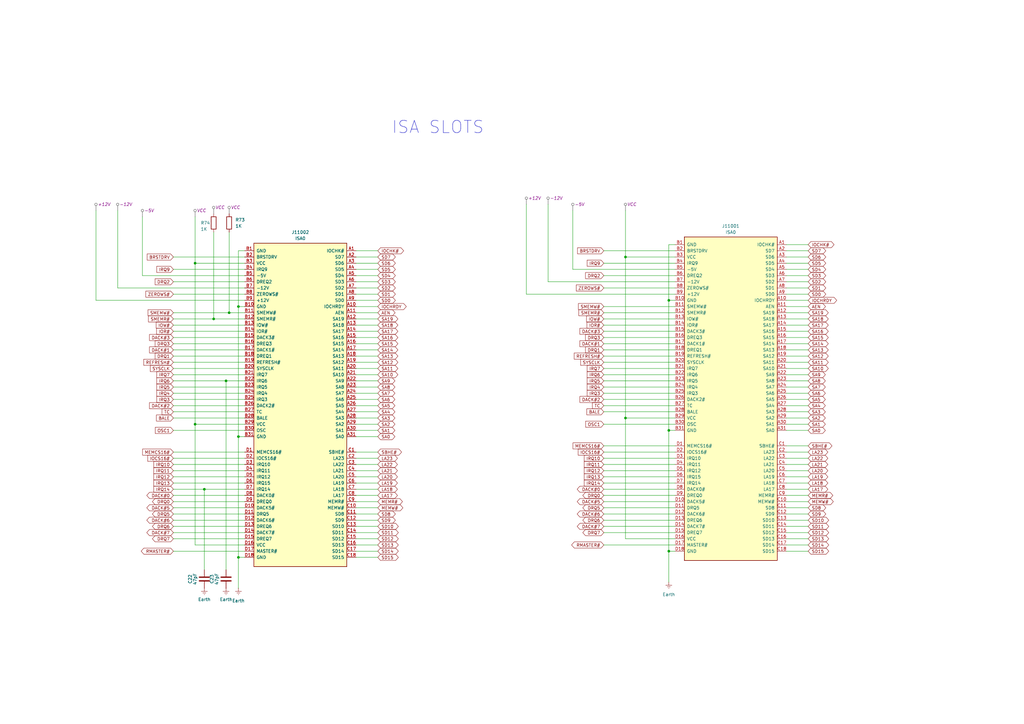
<source format=kicad_sch>
(kicad_sch
	(version 20241004)
	(generator "eeschema")
	(generator_version "8.99")
	(uuid "c21d09c4-6e55-413b-846c-46e45027be87")
	(paper "A3")
	(title_block
		(date "Thursday, April 09, 1998")
		(rev "1.0")
	)
	(lib_symbols
		(symbol "Device:C"
			(pin_numbers
				(hide yes)
			)
			(pin_names
				(offset 0.254)
			)
			(exclude_from_sim no)
			(in_bom yes)
			(on_board yes)
			(property "Reference" "C"
				(at 0.635 2.54 0)
				(effects
					(font
						(size 1.27 1.27)
					)
					(justify left)
				)
			)
			(property "Value" "C"
				(at 0.635 -2.54 0)
				(effects
					(font
						(size 1.27 1.27)
					)
					(justify left)
				)
			)
			(property "Footprint" ""
				(at 0.9652 -3.81 0)
				(effects
					(font
						(size 1.27 1.27)
					)
					(hide yes)
				)
			)
			(property "Datasheet" "~"
				(at 0 0 0)
				(effects
					(font
						(size 1.27 1.27)
					)
					(hide yes)
				)
			)
			(property "Description" "Unpolarized capacitor"
				(at 0 0 0)
				(effects
					(font
						(size 1.27 1.27)
					)
					(hide yes)
				)
			)
			(property "ki_keywords" "cap capacitor"
				(at 0 0 0)
				(effects
					(font
						(size 1.27 1.27)
					)
					(hide yes)
				)
			)
			(property "ki_fp_filters" "C_*"
				(at 0 0 0)
				(effects
					(font
						(size 1.27 1.27)
					)
					(hide yes)
				)
			)
			(symbol "C_0_1"
				(polyline
					(pts
						(xy -2.032 0.762) (xy 2.032 0.762)
					)
					(stroke
						(width 0.508)
						(type default)
					)
					(fill
						(type none)
					)
				)
				(polyline
					(pts
						(xy -2.032 -0.762) (xy 2.032 -0.762)
					)
					(stroke
						(width 0.508)
						(type default)
					)
					(fill
						(type none)
					)
				)
			)
			(symbol "C_1_1"
				(pin passive line
					(at 0 3.81 270)
					(length 2.794)
					(name "~"
						(effects
							(font
								(size 1.27 1.27)
							)
						)
					)
					(number "1"
						(effects
							(font
								(size 1.27 1.27)
							)
						)
					)
				)
				(pin passive line
					(at 0 -3.81 90)
					(length 2.794)
					(name "~"
						(effects
							(font
								(size 1.27 1.27)
							)
						)
					)
					(number "2"
						(effects
							(font
								(size 1.27 1.27)
							)
						)
					)
				)
			)
			(embedded_fonts no)
		)
		(symbol "Device:R"
			(pin_numbers
				(hide yes)
			)
			(pin_names
				(offset 0)
			)
			(exclude_from_sim no)
			(in_bom yes)
			(on_board yes)
			(property "Reference" "R"
				(at 2.032 0 90)
				(effects
					(font
						(size 1.27 1.27)
					)
				)
			)
			(property "Value" "R"
				(at 0 0 90)
				(effects
					(font
						(size 1.27 1.27)
					)
				)
			)
			(property "Footprint" ""
				(at -1.778 0 90)
				(effects
					(font
						(size 1.27 1.27)
					)
					(hide yes)
				)
			)
			(property "Datasheet" "~"
				(at 0 0 0)
				(effects
					(font
						(size 1.27 1.27)
					)
					(hide yes)
				)
			)
			(property "Description" "Resistor"
				(at 0 0 0)
				(effects
					(font
						(size 1.27 1.27)
					)
					(hide yes)
				)
			)
			(property "ki_keywords" "R res resistor"
				(at 0 0 0)
				(effects
					(font
						(size 1.27 1.27)
					)
					(hide yes)
				)
			)
			(property "ki_fp_filters" "R_*"
				(at 0 0 0)
				(effects
					(font
						(size 1.27 1.27)
					)
					(hide yes)
				)
			)
			(symbol "R_0_1"
				(rectangle
					(start -1.016 -2.54)
					(end 1.016 2.54)
					(stroke
						(width 0.254)
						(type default)
					)
					(fill
						(type none)
					)
				)
			)
			(symbol "R_1_1"
				(pin passive line
					(at 0 3.81 270)
					(length 1.27)
					(name "~"
						(effects
							(font
								(size 1.27 1.27)
							)
						)
					)
					(number "1"
						(effects
							(font
								(size 1.27 1.27)
							)
						)
					)
				)
				(pin passive line
					(at 0 -3.81 90)
					(length 1.27)
					(name "~"
						(effects
							(font
								(size 1.27 1.27)
							)
						)
					)
					(number "2"
						(effects
							(font
								(size 1.27 1.27)
							)
						)
					)
				)
			)
			(embedded_fonts no)
		)
		(symbol "P2-3_era:ISA_GENERIC"
			(pin_names
				(offset 1.016)
			)
			(exclude_from_sim no)
			(in_bom yes)
			(on_board yes)
			(property "Reference" "U5"
				(at -2.54 72.39 0)
				(effects
					(font
						(size 1.27 1.27)
					)
				)
			)
			(property "Value" "ISA0"
				(at -2.54 69.85 0)
				(effects
					(font
						(size 1.27 1.27)
					)
				)
			)
			(property "Footprint" ""
				(at -71.59 52.66 0)
				(effects
					(font
						(size 1.27 1.27)
					)
					(hide yes)
				)
			)
			(property "Datasheet" "blah"
				(at -41.91 53.34 0)
				(effects
					(font
						(size 1.27 1.27)
					)
					(hide yes)
				)
			)
			(property "Description" "blah"
				(at -27.178 73.66 0)
				(effects
					(font
						(size 1.27 1.27)
					)
					(hide yes)
				)
			)
			(property "ki_keywords" "ISA_GENERIC"
				(at 0 0 0)
				(effects
					(font
						(size 1.27 1.27)
					)
					(hide yes)
				)
			)
			(property "ki_fp_filters" "DIP* PDIP*"
				(at 0 0 0)
				(effects
					(font
						(size 1.27 1.27)
					)
					(hide yes)
				)
			)
			(symbol "ISA_GENERIC_0_1"
				(rectangle
					(start -21.59 67.9)
					(end 16.51 -64.77)
					(stroke
						(width 0.254)
						(type default)
					)
					(fill
						(type background)
					)
				)
			)
			(symbol "ISA_GENERIC_1_1"
				(pin output line
					(at -25.4 64.77 0)
					(length 3.81)
					(name "GND"
						(effects
							(font
								(size 1.27 1.27)
							)
						)
					)
					(number "B1"
						(effects
							(font
								(size 1.27 1.27)
							)
						)
					)
				)
				(pin input line
					(at -25.4 62.23 0)
					(length 3.81)
					(name "BRSTDRV"
						(effects
							(font
								(size 1.27 1.27)
							)
						)
					)
					(number "B2"
						(effects
							(font
								(size 1.27 1.27)
							)
						)
					)
				)
				(pin input line
					(at -25.4 59.69 0)
					(length 3.81)
					(name "VCC"
						(effects
							(font
								(size 1.27 1.27)
							)
						)
					)
					(number "B3"
						(effects
							(font
								(size 1.27 1.27)
							)
						)
					)
				)
				(pin input line
					(at -25.4 57.15 0)
					(length 3.81)
					(name "IRQ9"
						(effects
							(font
								(size 1.27 1.27)
							)
						)
					)
					(number "B4"
						(effects
							(font
								(size 1.27 1.27)
							)
						)
					)
				)
				(pin input line
					(at -25.4 54.61 0)
					(length 3.81)
					(name "-5V"
						(effects
							(font
								(size 1.27 1.27)
							)
						)
					)
					(number "B5"
						(effects
							(font
								(size 1.27 1.27)
							)
						)
					)
				)
				(pin input line
					(at -25.4 52.07 0)
					(length 3.81)
					(name "DREQ2"
						(effects
							(font
								(size 1.27 1.27)
							)
						)
					)
					(number "B6"
						(effects
							(font
								(size 1.27 1.27)
							)
						)
					)
				)
				(pin input line
					(at -25.4 49.53 0)
					(length 3.81)
					(name "-12V"
						(effects
							(font
								(size 1.27 1.27)
							)
						)
					)
					(number "B7"
						(effects
							(font
								(size 1.27 1.27)
							)
						)
					)
				)
				(pin input line
					(at -25.4 46.99 0)
					(length 3.81)
					(name "ZEROWS#"
						(effects
							(font
								(size 1.27 1.27)
							)
						)
					)
					(number "B8"
						(effects
							(font
								(size 1.27 1.27)
							)
						)
					)
				)
				(pin input line
					(at -25.4 44.45 0)
					(length 3.81)
					(name "+12V"
						(effects
							(font
								(size 1.27 1.27)
							)
						)
					)
					(number "B9"
						(effects
							(font
								(size 1.27 1.27)
							)
						)
					)
				)
				(pin output line
					(at -25.4 41.91 0)
					(length 3.81)
					(name "GND"
						(effects
							(font
								(size 1.27 1.27)
							)
						)
					)
					(number "B10"
						(effects
							(font
								(size 1.27 1.27)
							)
						)
					)
				)
				(pin input line
					(at -25.4 39.37 0)
					(length 3.81)
					(name "SMEMW#"
						(effects
							(font
								(size 1.27 1.27)
							)
						)
					)
					(number "B11"
						(effects
							(font
								(size 1.27 1.27)
							)
						)
					)
				)
				(pin input line
					(at -25.4 36.83 0)
					(length 3.81)
					(name "SMEMR#"
						(effects
							(font
								(size 1.27 1.27)
							)
						)
					)
					(number "B12"
						(effects
							(font
								(size 1.27 1.27)
							)
						)
					)
				)
				(pin input line
					(at -25.4 34.29 0)
					(length 3.81)
					(name "IOW#"
						(effects
							(font
								(size 1.27 1.27)
							)
						)
					)
					(number "B13"
						(effects
							(font
								(size 1.27 1.27)
							)
						)
					)
				)
				(pin input line
					(at -25.4 31.75 0)
					(length 3.81)
					(name "IOR#"
						(effects
							(font
								(size 1.27 1.27)
							)
						)
					)
					(number "B14"
						(effects
							(font
								(size 1.27 1.27)
							)
						)
					)
				)
				(pin input line
					(at -25.4 29.21 0)
					(length 3.81)
					(name "DACK3#"
						(effects
							(font
								(size 1.27 1.27)
							)
						)
					)
					(number "B15"
						(effects
							(font
								(size 1.27 1.27)
							)
						)
					)
				)
				(pin input line
					(at -25.4 26.67 0)
					(length 3.81)
					(name "DREQ3"
						(effects
							(font
								(size 1.27 1.27)
							)
						)
					)
					(number "B16"
						(effects
							(font
								(size 1.27 1.27)
							)
						)
					)
				)
				(pin input line
					(at -25.4 24.13 0)
					(length 3.81)
					(name "DACK1#"
						(effects
							(font
								(size 1.27 1.27)
							)
						)
					)
					(number "B17"
						(effects
							(font
								(size 1.27 1.27)
							)
						)
					)
				)
				(pin input line
					(at -25.4 21.59 0)
					(length 3.81)
					(name "DREQ1"
						(effects
							(font
								(size 1.27 1.27)
							)
						)
					)
					(number "B18"
						(effects
							(font
								(size 1.27 1.27)
							)
						)
					)
				)
				(pin input line
					(at -25.4 19.05 0)
					(length 3.81)
					(name "REFRESH#"
						(effects
							(font
								(size 1.27 1.27)
							)
						)
					)
					(number "B19"
						(effects
							(font
								(size 1.27 1.27)
							)
						)
					)
				)
				(pin input line
					(at -25.4 16.51 0)
					(length 3.81)
					(name "SYSCLK"
						(effects
							(font
								(size 1.27 1.27)
							)
						)
					)
					(number "B20"
						(effects
							(font
								(size 1.27 1.27)
							)
						)
					)
				)
				(pin input line
					(at -25.4 13.97 0)
					(length 3.81)
					(name "IRQ7"
						(effects
							(font
								(size 1.27 1.27)
							)
						)
					)
					(number "B21"
						(effects
							(font
								(size 1.27 1.27)
							)
						)
					)
				)
				(pin input line
					(at -25.4 11.43 0)
					(length 3.81)
					(name "IRQ6"
						(effects
							(font
								(size 1.27 1.27)
							)
						)
					)
					(number "B22"
						(effects
							(font
								(size 1.27 1.27)
							)
						)
					)
				)
				(pin input line
					(at -25.4 8.89 0)
					(length 3.81)
					(name "IRQ5"
						(effects
							(font
								(size 1.27 1.27)
							)
						)
					)
					(number "B23"
						(effects
							(font
								(size 1.27 1.27)
							)
						)
					)
				)
				(pin input line
					(at -25.4 6.35 0)
					(length 3.81)
					(name "IRQ4"
						(effects
							(font
								(size 1.27 1.27)
							)
						)
					)
					(number "B24"
						(effects
							(font
								(size 1.27 1.27)
							)
						)
					)
				)
				(pin input line
					(at -25.4 3.81 0)
					(length 3.81)
					(name "IRQ3"
						(effects
							(font
								(size 1.27 1.27)
							)
						)
					)
					(number "B25"
						(effects
							(font
								(size 1.27 1.27)
							)
						)
					)
				)
				(pin input line
					(at -25.4 1.27 0)
					(length 3.81)
					(name "DACK2#"
						(effects
							(font
								(size 1.27 1.27)
							)
						)
					)
					(number "B26"
						(effects
							(font
								(size 1.27 1.27)
							)
						)
					)
				)
				(pin input line
					(at -25.4 -1.27 0)
					(length 3.81)
					(name "TC"
						(effects
							(font
								(size 1.27 1.27)
							)
						)
					)
					(number "B27"
						(effects
							(font
								(size 1.27 1.27)
							)
						)
					)
				)
				(pin input line
					(at -25.4 -3.81 0)
					(length 3.81)
					(name "BALE"
						(effects
							(font
								(size 1.27 1.27)
							)
						)
					)
					(number "B28"
						(effects
							(font
								(size 1.27 1.27)
							)
						)
					)
				)
				(pin input line
					(at -25.4 -6.35 0)
					(length 3.81)
					(name "VCC"
						(effects
							(font
								(size 1.27 1.27)
							)
						)
					)
					(number "B29"
						(effects
							(font
								(size 1.27 1.27)
							)
						)
					)
				)
				(pin input line
					(at -25.4 -8.89 0)
					(length 3.81)
					(name "OSC"
						(effects
							(font
								(size 1.27 1.27)
							)
						)
					)
					(number "B30"
						(effects
							(font
								(size 1.27 1.27)
							)
						)
					)
				)
				(pin input line
					(at -25.4 -11.43 0)
					(length 3.81)
					(name "GND"
						(effects
							(font
								(size 1.27 1.27)
							)
						)
					)
					(number "B31"
						(effects
							(font
								(size 1.27 1.27)
							)
						)
					)
				)
				(pin input line
					(at -25.4 -17.78 0)
					(length 3.81)
					(name "MEMCS16#"
						(effects
							(font
								(size 1.27 1.27)
							)
						)
					)
					(number "D1"
						(effects
							(font
								(size 1.27 1.27)
							)
						)
					)
				)
				(pin input line
					(at -25.4 -20.32 0)
					(length 3.81)
					(name "IOCS16#"
						(effects
							(font
								(size 1.27 1.27)
							)
						)
					)
					(number "D2"
						(effects
							(font
								(size 1.27 1.27)
							)
						)
					)
				)
				(pin input line
					(at -25.4 -22.86 0)
					(length 3.81)
					(name "IRQ10"
						(effects
							(font
								(size 1.27 1.27)
							)
						)
					)
					(number "D3"
						(effects
							(font
								(size 1.27 1.27)
							)
						)
					)
				)
				(pin input line
					(at -25.4 -25.4 0)
					(length 3.81)
					(name "IRQ11"
						(effects
							(font
								(size 1.27 1.27)
							)
						)
					)
					(number "D4"
						(effects
							(font
								(size 1.27 1.27)
							)
						)
					)
				)
				(pin input line
					(at -25.4 -27.94 0)
					(length 3.81)
					(name "IRQ12"
						(effects
							(font
								(size 1.27 1.27)
							)
						)
					)
					(number "D5"
						(effects
							(font
								(size 1.27 1.27)
							)
						)
					)
				)
				(pin input line
					(at -25.4 -30.48 0)
					(length 3.81)
					(name "IRQ15"
						(effects
							(font
								(size 1.27 1.27)
							)
						)
					)
					(number "D6"
						(effects
							(font
								(size 1.27 1.27)
							)
						)
					)
				)
				(pin input line
					(at -25.4 -33.02 0)
					(length 3.81)
					(name "IRQ14"
						(effects
							(font
								(size 1.27 1.27)
							)
						)
					)
					(number "D7"
						(effects
							(font
								(size 1.27 1.27)
							)
						)
					)
				)
				(pin bidirectional line
					(at -25.4 -35.56 0)
					(length 3.81)
					(name "DACK0#"
						(effects
							(font
								(size 1.27 1.27)
							)
						)
					)
					(number "D8"
						(effects
							(font
								(size 1.27 1.27)
							)
						)
					)
				)
				(pin bidirectional line
					(at -25.4 -38.1 0)
					(length 3.81)
					(name "DREQ0"
						(effects
							(font
								(size 1.27 1.27)
							)
						)
					)
					(number "D9"
						(effects
							(font
								(size 1.27 1.27)
							)
						)
					)
				)
				(pin bidirectional line
					(at -25.4 -40.64 0)
					(length 3.81)
					(name "DACK5#"
						(effects
							(font
								(size 1.27 1.27)
							)
						)
					)
					(number "D10"
						(effects
							(font
								(size 1.27 1.27)
							)
						)
					)
				)
				(pin bidirectional line
					(at -25.4 -43.18 0)
					(length 3.81)
					(name "DRQ5"
						(effects
							(font
								(size 1.27 1.27)
							)
						)
					)
					(number "D11"
						(effects
							(font
								(size 1.27 1.27)
							)
						)
					)
				)
				(pin bidirectional line
					(at -25.4 -45.72 0)
					(length 3.81)
					(name "DACK6#"
						(effects
							(font
								(size 1.27 1.27)
							)
						)
					)
					(number "D12"
						(effects
							(font
								(size 1.27 1.27)
							)
						)
					)
				)
				(pin bidirectional line
					(at -25.4 -48.26 0)
					(length 3.81)
					(name "DREQ6"
						(effects
							(font
								(size 1.27 1.27)
							)
						)
					)
					(number "D13"
						(effects
							(font
								(size 1.27 1.27)
							)
						)
					)
				)
				(pin bidirectional line
					(at -25.4 -50.8 0)
					(length 3.81)
					(name "DACK7#"
						(effects
							(font
								(size 1.27 1.27)
							)
						)
					)
					(number "D14"
						(effects
							(font
								(size 1.27 1.27)
							)
						)
					)
				)
				(pin bidirectional line
					(at -25.4 -53.34 0)
					(length 3.81)
					(name "DREQ7"
						(effects
							(font
								(size 1.27 1.27)
							)
						)
					)
					(number "D15"
						(effects
							(font
								(size 1.27 1.27)
							)
						)
					)
				)
				(pin bidirectional line
					(at -25.4 -55.88 0)
					(length 3.81)
					(name "VCC"
						(effects
							(font
								(size 1.27 1.27)
							)
						)
					)
					(number "D16"
						(effects
							(font
								(size 1.27 1.27)
							)
						)
					)
				)
				(pin bidirectional line
					(at -25.4 -58.42 0)
					(length 3.81)
					(name "MASTER#"
						(effects
							(font
								(size 1.27 1.27)
							)
						)
					)
					(number "D17"
						(effects
							(font
								(size 1.27 1.27)
							)
						)
					)
				)
				(pin output line
					(at -25.4 -60.96 0)
					(length 3.81)
					(name "GND"
						(effects
							(font
								(size 1.27 1.27)
							)
						)
					)
					(number "D18"
						(effects
							(font
								(size 1.27 1.27)
							)
						)
					)
				)
				(pin bidirectional line
					(at 20.32 64.77 180)
					(length 3.81)
					(name "IOCHK#"
						(effects
							(font
								(size 1.27 1.27)
							)
						)
					)
					(number "A1"
						(effects
							(font
								(size 1.27 1.27)
							)
						)
					)
				)
				(pin bidirectional line
					(at 20.32 62.23 180)
					(length 3.81)
					(name "SD7"
						(effects
							(font
								(size 1.27 1.27)
							)
						)
					)
					(number "A2"
						(effects
							(font
								(size 1.27 1.27)
							)
						)
					)
				)
				(pin bidirectional line
					(at 20.32 59.69 180)
					(length 3.81)
					(name "SD6"
						(effects
							(font
								(size 1.27 1.27)
							)
						)
					)
					(number "A3"
						(effects
							(font
								(size 1.27 1.27)
							)
						)
					)
				)
				(pin bidirectional line
					(at 20.32 57.15 180)
					(length 3.81)
					(name "SD5"
						(effects
							(font
								(size 1.27 1.27)
							)
						)
					)
					(number "A4"
						(effects
							(font
								(size 1.27 1.27)
							)
						)
					)
				)
				(pin bidirectional line
					(at 20.32 54.61 180)
					(length 3.81)
					(name "SD4"
						(effects
							(font
								(size 1.27 1.27)
							)
						)
					)
					(number "A5"
						(effects
							(font
								(size 1.27 1.27)
							)
						)
					)
				)
				(pin bidirectional line
					(at 20.32 52.07 180)
					(length 3.81)
					(name "SD3"
						(effects
							(font
								(size 1.27 1.27)
							)
						)
					)
					(number "A6"
						(effects
							(font
								(size 1.27 1.27)
							)
						)
					)
				)
				(pin bidirectional line
					(at 20.32 49.53 180)
					(length 3.81)
					(name "SD2"
						(effects
							(font
								(size 1.27 1.27)
							)
						)
					)
					(number "A7"
						(effects
							(font
								(size 1.27 1.27)
							)
						)
					)
				)
				(pin bidirectional line
					(at 20.32 46.99 180)
					(length 3.81)
					(name "SD1"
						(effects
							(font
								(size 1.27 1.27)
							)
						)
					)
					(number "A8"
						(effects
							(font
								(size 1.27 1.27)
							)
						)
					)
				)
				(pin bidirectional line
					(at 20.32 44.45 180)
					(length 3.81)
					(name "SD0"
						(effects
							(font
								(size 1.27 1.27)
							)
						)
					)
					(number "A9"
						(effects
							(font
								(size 1.27 1.27)
							)
						)
					)
				)
				(pin bidirectional line
					(at 20.32 41.91 180)
					(length 3.81)
					(name "IOCHRDY"
						(effects
							(font
								(size 1.27 1.27)
							)
						)
					)
					(number "A10"
						(effects
							(font
								(size 1.27 1.27)
							)
						)
					)
				)
				(pin bidirectional line
					(at 20.32 39.37 180)
					(length 3.81)
					(name "AEN"
						(effects
							(font
								(size 1.27 1.27)
							)
						)
					)
					(number "A11"
						(effects
							(font
								(size 1.27 1.27)
							)
						)
					)
				)
				(pin bidirectional line
					(at 20.32 36.83 180)
					(length 3.81)
					(name "SA19"
						(effects
							(font
								(size 1.27 1.27)
							)
						)
					)
					(number "A12"
						(effects
							(font
								(size 1.27 1.27)
							)
						)
					)
				)
				(pin bidirectional line
					(at 20.32 34.29 180)
					(length 3.81)
					(name "SA18"
						(effects
							(font
								(size 1.27 1.27)
							)
						)
					)
					(number "A13"
						(effects
							(font
								(size 1.27 1.27)
							)
						)
					)
				)
				(pin bidirectional line
					(at 20.32 31.75 180)
					(length 3.81)
					(name "SA17"
						(effects
							(font
								(size 1.27 1.27)
							)
						)
					)
					(number "A14"
						(effects
							(font
								(size 1.27 1.27)
							)
						)
					)
				)
				(pin bidirectional line
					(at 20.32 29.21 180)
					(length 3.81)
					(name "SA16"
						(effects
							(font
								(size 1.27 1.27)
							)
						)
					)
					(number "A15"
						(effects
							(font
								(size 1.27 1.27)
							)
						)
					)
				)
				(pin bidirectional line
					(at 20.32 26.67 180)
					(length 3.81)
					(name "SA15"
						(effects
							(font
								(size 1.27 1.27)
							)
						)
					)
					(number "A16"
						(effects
							(font
								(size 1.27 1.27)
							)
						)
					)
				)
				(pin bidirectional line
					(at 20.32 24.13 180)
					(length 3.81)
					(name "SA14"
						(effects
							(font
								(size 1.27 1.27)
							)
						)
					)
					(number "A17"
						(effects
							(font
								(size 1.27 1.27)
							)
						)
					)
				)
				(pin bidirectional line
					(at 20.32 21.59 180)
					(length 3.81)
					(name "SA13"
						(effects
							(font
								(size 1.27 1.27)
							)
						)
					)
					(number "A18"
						(effects
							(font
								(size 1.27 1.27)
							)
						)
					)
				)
				(pin bidirectional line
					(at 20.32 19.05 180)
					(length 3.81)
					(name "SA12"
						(effects
							(font
								(size 1.27 1.27)
							)
						)
					)
					(number "A19"
						(effects
							(font
								(size 1.27 1.27)
							)
						)
					)
				)
				(pin bidirectional line
					(at 20.32 16.51 180)
					(length 3.81)
					(name "SA11"
						(effects
							(font
								(size 1.27 1.27)
							)
						)
					)
					(number "A20"
						(effects
							(font
								(size 1.27 1.27)
							)
						)
					)
				)
				(pin bidirectional line
					(at 20.32 13.97 180)
					(length 3.81)
					(name "SA10"
						(effects
							(font
								(size 1.27 1.27)
							)
						)
					)
					(number "A21"
						(effects
							(font
								(size 1.27 1.27)
							)
						)
					)
				)
				(pin bidirectional line
					(at 20.32 11.43 180)
					(length 3.81)
					(name "SA9"
						(effects
							(font
								(size 1.27 1.27)
							)
						)
					)
					(number "A22"
						(effects
							(font
								(size 1.27 1.27)
							)
						)
					)
				)
				(pin bidirectional line
					(at 20.32 8.89 180)
					(length 3.81)
					(name "SA8"
						(effects
							(font
								(size 1.27 1.27)
							)
						)
					)
					(number "A23"
						(effects
							(font
								(size 1.27 1.27)
							)
						)
					)
				)
				(pin bidirectional line
					(at 20.32 6.35 180)
					(length 3.81)
					(name "SA7"
						(effects
							(font
								(size 1.27 1.27)
							)
						)
					)
					(number "A24"
						(effects
							(font
								(size 1.27 1.27)
							)
						)
					)
				)
				(pin bidirectional line
					(at 20.32 3.81 180)
					(length 3.81)
					(name "SA6"
						(effects
							(font
								(size 1.27 1.27)
							)
						)
					)
					(number "A25"
						(effects
							(font
								(size 1.27 1.27)
							)
						)
					)
				)
				(pin bidirectional line
					(at 20.32 1.27 180)
					(length 3.81)
					(name "SA5"
						(effects
							(font
								(size 1.27 1.27)
							)
						)
					)
					(number "A26"
						(effects
							(font
								(size 1.27 1.27)
							)
						)
					)
				)
				(pin bidirectional line
					(at 20.32 -1.27 180)
					(length 3.81)
					(name "SA4"
						(effects
							(font
								(size 1.27 1.27)
							)
						)
					)
					(number "A27"
						(effects
							(font
								(size 1.27 1.27)
							)
						)
					)
				)
				(pin bidirectional line
					(at 20.32 -3.81 180)
					(length 3.81)
					(name "SA3"
						(effects
							(font
								(size 1.27 1.27)
							)
						)
					)
					(number "A28"
						(effects
							(font
								(size 1.27 1.27)
							)
						)
					)
				)
				(pin bidirectional line
					(at 20.32 -6.35 180)
					(length 3.81)
					(name "SA2"
						(effects
							(font
								(size 1.27 1.27)
							)
						)
					)
					(number "A29"
						(effects
							(font
								(size 1.27 1.27)
							)
						)
					)
				)
				(pin bidirectional line
					(at 20.32 -8.89 180)
					(length 3.81)
					(name "SA1"
						(effects
							(font
								(size 1.27 1.27)
							)
						)
					)
					(number "A30"
						(effects
							(font
								(size 1.27 1.27)
							)
						)
					)
				)
				(pin bidirectional line
					(at 20.32 -11.43 180)
					(length 3.81)
					(name "SA0"
						(effects
							(font
								(size 1.27 1.27)
							)
						)
					)
					(number "A31"
						(effects
							(font
								(size 1.27 1.27)
							)
						)
					)
				)
				(pin bidirectional line
					(at 20.32 -17.78 180)
					(length 3.81)
					(name "SBHE#"
						(effects
							(font
								(size 1.27 1.27)
							)
						)
					)
					(number "C1"
						(effects
							(font
								(size 1.27 1.27)
							)
						)
					)
				)
				(pin bidirectional line
					(at 20.32 -20.32 180)
					(length 3.81)
					(name "LA23"
						(effects
							(font
								(size 1.27 1.27)
							)
						)
					)
					(number "C2"
						(effects
							(font
								(size 1.27 1.27)
							)
						)
					)
				)
				(pin bidirectional line
					(at 20.32 -22.86 180)
					(length 3.81)
					(name "LA22"
						(effects
							(font
								(size 1.27 1.27)
							)
						)
					)
					(number "C3"
						(effects
							(font
								(size 1.27 1.27)
							)
						)
					)
				)
				(pin bidirectional line
					(at 20.32 -25.4 180)
					(length 3.81)
					(name "LA21"
						(effects
							(font
								(size 1.27 1.27)
							)
						)
					)
					(number "C4"
						(effects
							(font
								(size 1.27 1.27)
							)
						)
					)
				)
				(pin bidirectional line
					(at 20.32 -27.94 180)
					(length 3.81)
					(name "LA20"
						(effects
							(font
								(size 1.27 1.27)
							)
						)
					)
					(number "C5"
						(effects
							(font
								(size 1.27 1.27)
							)
						)
					)
				)
				(pin bidirectional line
					(at 20.32 -30.48 180)
					(length 3.81)
					(name "LA19"
						(effects
							(font
								(size 1.27 1.27)
							)
						)
					)
					(number "C6"
						(effects
							(font
								(size 1.27 1.27)
							)
						)
					)
				)
				(pin bidirectional line
					(at 20.32 -33.02 180)
					(length 3.81)
					(name "LA18"
						(effects
							(font
								(size 1.27 1.27)
							)
						)
					)
					(number "C7"
						(effects
							(font
								(size 1.27 1.27)
							)
						)
					)
				)
				(pin bidirectional line
					(at 20.32 -35.56 180)
					(length 3.81)
					(name "LA17"
						(effects
							(font
								(size 1.27 1.27)
							)
						)
					)
					(number "C8"
						(effects
							(font
								(size 1.27 1.27)
							)
						)
					)
				)
				(pin bidirectional line
					(at 20.32 -38.1 180)
					(length 3.81)
					(name "MEMR#"
						(effects
							(font
								(size 1.27 1.27)
							)
						)
					)
					(number "C9"
						(effects
							(font
								(size 1.27 1.27)
							)
						)
					)
				)
				(pin bidirectional line
					(at 20.32 -40.64 180)
					(length 3.81)
					(name "MEMW#"
						(effects
							(font
								(size 1.27 1.27)
							)
						)
					)
					(number "C10"
						(effects
							(font
								(size 1.27 1.27)
							)
						)
					)
				)
				(pin bidirectional line
					(at 20.32 -43.18 180)
					(length 3.81)
					(name "SD8"
						(effects
							(font
								(size 1.27 1.27)
							)
						)
					)
					(number "C11"
						(effects
							(font
								(size 1.27 1.27)
							)
						)
					)
				)
				(pin bidirectional line
					(at 20.32 -45.72 180)
					(length 3.81)
					(name "SD9"
						(effects
							(font
								(size 1.27 1.27)
							)
						)
					)
					(number "C12"
						(effects
							(font
								(size 1.27 1.27)
							)
						)
					)
				)
				(pin bidirectional line
					(at 20.32 -48.26 180)
					(length 3.81)
					(name "SD10"
						(effects
							(font
								(size 1.27 1.27)
							)
						)
					)
					(number "C13"
						(effects
							(font
								(size 1.27 1.27)
							)
						)
					)
				)
				(pin bidirectional line
					(at 20.32 -50.8 180)
					(length 3.81)
					(name "SD11"
						(effects
							(font
								(size 1.27 1.27)
							)
						)
					)
					(number "C14"
						(effects
							(font
								(size 1.27 1.27)
							)
						)
					)
				)
				(pin bidirectional line
					(at 20.32 -53.34 180)
					(length 3.81)
					(name "SD12"
						(effects
							(font
								(size 1.27 1.27)
							)
						)
					)
					(number "C15"
						(effects
							(font
								(size 1.27 1.27)
							)
						)
					)
				)
				(pin bidirectional line
					(at 20.32 -55.88 180)
					(length 3.81)
					(name "SD13"
						(effects
							(font
								(size 1.27 1.27)
							)
						)
					)
					(number "C16"
						(effects
							(font
								(size 1.27 1.27)
							)
						)
					)
				)
				(pin bidirectional line
					(at 20.32 -58.42 180)
					(length 3.81)
					(name "SD14"
						(effects
							(font
								(size 1.27 1.27)
							)
						)
					)
					(number "C17"
						(effects
							(font
								(size 1.27 1.27)
							)
						)
					)
				)
				(pin bidirectional line
					(at 20.32 -60.96 180)
					(length 3.81)
					(name "SD15"
						(effects
							(font
								(size 1.27 1.27)
							)
						)
					)
					(number "C18"
						(effects
							(font
								(size 1.27 1.27)
							)
						)
					)
				)
			)
			(embedded_fonts no)
		)
		(symbol "power:Earth"
			(power)
			(pin_numbers
				(hide yes)
			)
			(pin_names
				(offset 0)
				(hide yes)
			)
			(exclude_from_sim no)
			(in_bom yes)
			(on_board yes)
			(property "Reference" "#PWR"
				(at 0 -6.35 0)
				(effects
					(font
						(size 1.27 1.27)
					)
					(hide yes)
				)
			)
			(property "Value" "Earth"
				(at 0 -3.81 0)
				(effects
					(font
						(size 1.27 1.27)
					)
				)
			)
			(property "Footprint" ""
				(at 0 0 0)
				(effects
					(font
						(size 1.27 1.27)
					)
					(hide yes)
				)
			)
			(property "Datasheet" "~"
				(at 0 0 0)
				(effects
					(font
						(size 1.27 1.27)
					)
					(hide yes)
				)
			)
			(property "Description" "Power symbol creates a global label with name \"Earth\""
				(at 0 0 0)
				(effects
					(font
						(size 1.27 1.27)
					)
					(hide yes)
				)
			)
			(property "ki_keywords" "global ground gnd"
				(at 0 0 0)
				(effects
					(font
						(size 1.27 1.27)
					)
					(hide yes)
				)
			)
			(symbol "Earth_0_1"
				(polyline
					(pts
						(xy -0.635 -1.905) (xy 0.635 -1.905)
					)
					(stroke
						(width 0)
						(type default)
					)
					(fill
						(type none)
					)
				)
				(polyline
					(pts
						(xy -0.127 -2.54) (xy 0.127 -2.54)
					)
					(stroke
						(width 0)
						(type default)
					)
					(fill
						(type none)
					)
				)
				(polyline
					(pts
						(xy 0 -1.27) (xy 0 0)
					)
					(stroke
						(width 0)
						(type default)
					)
					(fill
						(type none)
					)
				)
				(polyline
					(pts
						(xy 1.27 -1.27) (xy -1.27 -1.27)
					)
					(stroke
						(width 0)
						(type default)
					)
					(fill
						(type none)
					)
				)
			)
			(symbol "Earth_1_1"
				(pin power_in line
					(at 0 0 270)
					(length 0)
					(name "~"
						(effects
							(font
								(size 1.27 1.27)
							)
						)
					)
					(number "1"
						(effects
							(font
								(size 1.27 1.27)
							)
						)
					)
				)
			)
			(embedded_fonts no)
		)
	)
	(text "ISA SLOTS"
		(exclude_from_sim no)
		(at 179.578 52.324 0)
		(effects
			(font
				(size 5 5)
			)
		)
		(uuid "cd35c078-1fee-402d-883b-250b988d686c")
	)
	(junction
		(at 256.54 105.41)
		(diameter 0)
		(color 0 0 0 0)
		(uuid "0669d908-f351-4e32-b5ea-ad481adba0c8")
	)
	(junction
		(at 80.01 107.95)
		(diameter 0)
		(color 0 0 0 0)
		(uuid "112f2589-b995-4649-a467-d87458fc656e")
	)
	(junction
		(at 87.63 130.81)
		(diameter 0)
		(color 0 0 0 0)
		(uuid "20785ad7-e430-4eeb-bc8c-b07e080889d8")
	)
	(junction
		(at 83.82 200.66)
		(diameter 0)
		(color 0 0 0 0)
		(uuid "48eee85a-b692-412a-a0ca-ab1d3e42c537")
	)
	(junction
		(at 256.54 171.45)
		(diameter 0)
		(color 0 0 0 0)
		(uuid "5174ee01-5ad3-46e0-8df6-9bb9e3e7c8d9")
	)
	(junction
		(at 274.32 123.19)
		(diameter 0)
		(color 0 0 0 0)
		(uuid "5de1821a-fcf9-4e39-a0b5-1ffca09be14a")
	)
	(junction
		(at 274.32 176.53)
		(diameter 0)
		(color 0 0 0 0)
		(uuid "6a1660cb-fbf1-49fe-b380-36afc90d23a9")
	)
	(junction
		(at 274.32 226.06)
		(diameter 0)
		(color 0 0 0 0)
		(uuid "797879d5-13b4-4f23-9bbe-dd153610f264")
	)
	(junction
		(at 97.79 179.07)
		(diameter 0)
		(color 0 0 0 0)
		(uuid "9348dc43-9497-4b91-b2b8-5e14da77ae2b")
	)
	(junction
		(at 80.01 173.99)
		(diameter 0)
		(color 0 0 0 0)
		(uuid "aea18f99-2f04-49c7-bd4e-34c9a668a21f")
	)
	(junction
		(at 93.98 128.27)
		(diameter 0)
		(color 0 0 0 0)
		(uuid "b28be3bc-95dc-4dfb-a322-a05c34d82462")
	)
	(junction
		(at 92.71 156.21)
		(diameter 0)
		(color 0 0 0 0)
		(uuid "ca62ce4d-9c7d-4fc8-9e0a-fa9bbbc00633")
	)
	(junction
		(at 97.79 125.73)
		(diameter 0)
		(color 0 0 0 0)
		(uuid "d5318ad9-e679-44be-b509-56739610d110")
	)
	(junction
		(at 97.79 228.6)
		(diameter 0)
		(color 0 0 0 0)
		(uuid "fa68d77a-ecdd-49a5-86fc-7bb380cf3d00")
	)
	(wire
		(pts
			(xy 71.12 195.58) (xy 100.33 195.58)
		)
		(stroke
			(width 0)
			(type default)
		)
		(uuid "00c1a617-7a34-4046-9d88-0931f34f8974")
	)
	(wire
		(pts
			(xy 39.37 86.36) (xy 39.37 123.19)
		)
		(stroke
			(width 0)
			(type default)
		)
		(uuid "0123f738-ae44-4447-af38-c396172c66d4")
	)
	(wire
		(pts
			(xy 146.05 143.51) (xy 154.94 143.51)
		)
		(stroke
			(width 0)
			(type default)
		)
		(uuid "027ab589-7b71-466a-801e-1c5d84132e99")
	)
	(wire
		(pts
			(xy 146.05 120.65) (xy 154.94 120.65)
		)
		(stroke
			(width 0)
			(type default)
		)
		(uuid "0285e313-6c8a-439d-bf74-2b42ceacc489")
	)
	(wire
		(pts
			(xy 274.32 100.33) (xy 274.32 123.19)
		)
		(stroke
			(width 0)
			(type default)
		)
		(uuid "04e9925a-023b-48df-bafd-cbffc6be6e06")
	)
	(wire
		(pts
			(xy 322.58 223.52) (xy 331.47 223.52)
		)
		(stroke
			(width 0)
			(type default)
		)
		(uuid "05177757-60ef-482e-82d3-e102b1a3c804")
	)
	(wire
		(pts
			(xy 71.12 166.37) (xy 100.33 166.37)
		)
		(stroke
			(width 0)
			(type default)
		)
		(uuid "05443506-b13e-48e7-8c5d-1f02853c6608")
	)
	(wire
		(pts
			(xy 322.58 205.74) (xy 331.47 205.74)
		)
		(stroke
			(width 0)
			(type default)
		)
		(uuid "09366a54-4397-4939-a04d-2e218345fb88")
	)
	(wire
		(pts
			(xy 58.42 113.03) (xy 100.33 113.03)
		)
		(stroke
			(width 0)
			(type default)
		)
		(uuid "098a3579-0362-4412-b71e-0257349d9025")
	)
	(wire
		(pts
			(xy 322.58 215.9) (xy 331.47 215.9)
		)
		(stroke
			(width 0)
			(type default)
		)
		(uuid "0a3b1c1a-6f1a-4f49-8473-1baff92de647")
	)
	(wire
		(pts
			(xy 322.58 161.29) (xy 331.47 161.29)
		)
		(stroke
			(width 0)
			(type default)
		)
		(uuid "0a8e5798-4608-4495-ac7f-f7f63e34b7a9")
	)
	(wire
		(pts
			(xy 83.82 200.66) (xy 100.33 200.66)
		)
		(stroke
			(width 0)
			(type default)
		)
		(uuid "0c7a0edc-fa48-4d08-98f6-e975ce156ba9")
	)
	(wire
		(pts
			(xy 71.12 193.04) (xy 100.33 193.04)
		)
		(stroke
			(width 0)
			(type default)
		)
		(uuid "0d1b8677-30f6-4113-bd7d-06e241a3cb40")
	)
	(wire
		(pts
			(xy 247.65 205.74) (xy 276.86 205.74)
		)
		(stroke
			(width 0)
			(type default)
		)
		(uuid "0deed4be-678c-4edd-8098-be9cde024d61")
	)
	(wire
		(pts
			(xy 247.65 208.28) (xy 276.86 208.28)
		)
		(stroke
			(width 0)
			(type default)
		)
		(uuid "0ebec584-84fc-4a9b-a6b5-cb44da4e5f9d")
	)
	(wire
		(pts
			(xy 322.58 118.11) (xy 331.47 118.11)
		)
		(stroke
			(width 0)
			(type default)
		)
		(uuid "10465a14-baca-4b14-91b1-96b3e1cb30d6")
	)
	(wire
		(pts
			(xy 146.05 110.49) (xy 154.94 110.49)
		)
		(stroke
			(width 0)
			(type default)
		)
		(uuid "13905ce1-b51d-4674-a89d-6e0e981fd37e")
	)
	(wire
		(pts
			(xy 146.05 228.6) (xy 154.94 228.6)
		)
		(stroke
			(width 0)
			(type default)
		)
		(uuid "13b8d8f8-1589-4970-a956-c124b59b486b")
	)
	(wire
		(pts
			(xy 322.58 110.49) (xy 331.47 110.49)
		)
		(stroke
			(width 0)
			(type default)
		)
		(uuid "14a3fb52-b01a-41a5-9c04-0496485c812b")
	)
	(wire
		(pts
			(xy 83.82 200.66) (xy 83.82 233.68)
		)
		(stroke
			(width 0)
			(type default)
		)
		(uuid "1543f947-cc42-46b9-92ec-32df3892652e")
	)
	(wire
		(pts
			(xy 322.58 123.19) (xy 331.47 123.19)
		)
		(stroke
			(width 0)
			(type default)
		)
		(uuid "155f31fe-608c-45c9-a853-b681d02a88c7")
	)
	(wire
		(pts
			(xy 71.12 153.67) (xy 100.33 153.67)
		)
		(stroke
			(width 0)
			(type default)
		)
		(uuid "19b14c29-751b-46b9-9903-2b2f76cb42dd")
	)
	(wire
		(pts
			(xy 322.58 163.83) (xy 331.47 163.83)
		)
		(stroke
			(width 0)
			(type default)
		)
		(uuid "1a8532d8-ee61-43d8-b847-bff51fc1a5b5")
	)
	(wire
		(pts
			(xy 247.65 143.51) (xy 276.86 143.51)
		)
		(stroke
			(width 0)
			(type default)
		)
		(uuid "1c7d72d5-21b3-4403-83f6-b6a946026dcc")
	)
	(wire
		(pts
			(xy 146.05 223.52) (xy 154.94 223.52)
		)
		(stroke
			(width 0)
			(type default)
		)
		(uuid "1e3190de-174b-4d9a-8ab0-62f8413b2480")
	)
	(wire
		(pts
			(xy 322.58 182.88) (xy 331.47 182.88)
		)
		(stroke
			(width 0)
			(type default)
		)
		(uuid "1fc48462-22b7-400c-b2ab-40085b74314f")
	)
	(wire
		(pts
			(xy 71.12 187.96) (xy 100.33 187.96)
		)
		(stroke
			(width 0)
			(type default)
		)
		(uuid "204a3351-9856-4dd2-a704-3d94fe0dfda2")
	)
	(wire
		(pts
			(xy 322.58 193.04) (xy 331.47 193.04)
		)
		(stroke
			(width 0)
			(type default)
		)
		(uuid "2059f574-a07e-4556-834a-88414c3c2308")
	)
	(wire
		(pts
			(xy 146.05 179.07) (xy 154.94 179.07)
		)
		(stroke
			(width 0)
			(type default)
		)
		(uuid "20a39cfa-fb50-449c-9c6c-cb35cb6210fe")
	)
	(wire
		(pts
			(xy 80.01 173.99) (xy 80.01 223.52)
		)
		(stroke
			(width 0)
			(type default)
		)
		(uuid "220a1b9c-4ae5-4832-a116-ac3d0cd01a26")
	)
	(wire
		(pts
			(xy 247.65 138.43) (xy 276.86 138.43)
		)
		(stroke
			(width 0)
			(type default)
		)
		(uuid "22506c92-98db-4bf2-80aa-2261cfd2889d")
	)
	(wire
		(pts
			(xy 100.33 228.6) (xy 97.79 228.6)
		)
		(stroke
			(width 0)
			(type default)
		)
		(uuid "22dbc308-b093-4c94-9292-cf60cc7533de")
	)
	(wire
		(pts
			(xy 247.65 161.29) (xy 276.86 161.29)
		)
		(stroke
			(width 0)
			(type default)
		)
		(uuid "240ea93a-dc1b-4911-98a2-0147e569a53e")
	)
	(wire
		(pts
			(xy 146.05 198.12) (xy 154.94 198.12)
		)
		(stroke
			(width 0)
			(type default)
		)
		(uuid "273e75bc-d415-4f49-9850-0a75e2c9d151")
	)
	(wire
		(pts
			(xy 322.58 153.67) (xy 331.47 153.67)
		)
		(stroke
			(width 0)
			(type default)
		)
		(uuid "280e4be9-d0e4-45ee-b124-9c5fac823914")
	)
	(wire
		(pts
			(xy 322.58 128.27) (xy 331.47 128.27)
		)
		(stroke
			(width 0)
			(type default)
		)
		(uuid "28384675-9449-4579-893a-d8ecefe2d9c0")
	)
	(wire
		(pts
			(xy 87.63 95.25) (xy 87.63 130.81)
		)
		(stroke
			(width 0)
			(type default)
		)
		(uuid "2a759374-fd9c-4a8f-bfb2-394307ef6c55")
	)
	(wire
		(pts
			(xy 247.65 158.75) (xy 276.86 158.75)
		)
		(stroke
			(width 0)
			(type default)
		)
		(uuid "2d9e9fd0-e36a-4648-911b-b48ff3066eb4")
	)
	(wire
		(pts
			(xy 48.26 86.36) (xy 48.26 118.11)
		)
		(stroke
			(width 0)
			(type default)
		)
		(uuid "30889698-0528-4047-b6ea-f1b08d40bda4")
	)
	(wire
		(pts
			(xy 322.58 120.65) (xy 331.47 120.65)
		)
		(stroke
			(width 0)
			(type default)
		)
		(uuid "318c4f37-b228-446b-a348-464d7b04f662")
	)
	(wire
		(pts
			(xy 71.12 105.41) (xy 100.33 105.41)
		)
		(stroke
			(width 0)
			(type default)
		)
		(uuid "31ac5bba-be33-4cc4-9942-f82af03aff3d")
	)
	(wire
		(pts
			(xy 100.33 102.87) (xy 97.79 102.87)
		)
		(stroke
			(width 0)
			(type default)
		)
		(uuid "33b991e6-b170-4fe9-bae7-e8bd43a1f853")
	)
	(wire
		(pts
			(xy 234.95 86.36) (xy 234.95 110.49)
		)
		(stroke
			(width 0)
			(type default)
		)
		(uuid "341432c9-81fa-446a-8fd9-6ff3203c27a9")
	)
	(wire
		(pts
			(xy 71.12 208.28) (xy 100.33 208.28)
		)
		(stroke
			(width 0)
			(type default)
		)
		(uuid "343e2a7f-340e-47b6-b238-aefc5f639bd8")
	)
	(wire
		(pts
			(xy 247.65 151.13) (xy 276.86 151.13)
		)
		(stroke
			(width 0)
			(type default)
		)
		(uuid "36043cae-81b7-40d4-b4d7-1a68e5d57d64")
	)
	(wire
		(pts
			(xy 100.33 128.27) (xy 93.98 128.27)
		)
		(stroke
			(width 0)
			(type default)
		)
		(uuid "3805d629-f07a-48b8-8a5c-470c05fc2518")
	)
	(wire
		(pts
			(xy 146.05 113.03) (xy 154.94 113.03)
		)
		(stroke
			(width 0)
			(type default)
		)
		(uuid "38072f0b-6206-4c5e-8969-0f23cd4550b7")
	)
	(wire
		(pts
			(xy 80.01 88.9) (xy 80.01 107.95)
		)
		(stroke
			(width 0)
			(type default)
		)
		(uuid "387d17b7-0baf-4246-b3d4-17ae75b44060")
	)
	(wire
		(pts
			(xy 71.12 213.36) (xy 100.33 213.36)
		)
		(stroke
			(width 0)
			(type default)
		)
		(uuid "398a4f12-375e-4ad8-81ee-52863522198d")
	)
	(wire
		(pts
			(xy 146.05 102.87) (xy 154.94 102.87)
		)
		(stroke
			(width 0)
			(type default)
		)
		(uuid "39bec800-03e5-476e-9d79-bdf7b1417ee4")
	)
	(wire
		(pts
			(xy 71.12 168.91) (xy 100.33 168.91)
		)
		(stroke
			(width 0)
			(type default)
		)
		(uuid "3a12e7c1-46da-4693-98d0-25901ec5635e")
	)
	(wire
		(pts
			(xy 97.79 102.87) (xy 97.79 125.73)
		)
		(stroke
			(width 0)
			(type default)
		)
		(uuid "3a541968-8556-4dce-9f6a-65a059181d81")
	)
	(wire
		(pts
			(xy 247.65 107.95) (xy 276.86 107.95)
		)
		(stroke
			(width 0)
			(type default)
		)
		(uuid "3b35563b-9946-4bea-ad8c-33211107df95")
	)
	(wire
		(pts
			(xy 247.65 102.87) (xy 276.86 102.87)
		)
		(stroke
			(width 0)
			(type default)
		)
		(uuid "3b76b530-076d-46b6-9d51-a33353aa57fd")
	)
	(wire
		(pts
			(xy 322.58 220.98) (xy 331.47 220.98)
		)
		(stroke
			(width 0)
			(type default)
		)
		(uuid "3c456845-2d35-48c8-851e-2ccbabaa7c30")
	)
	(wire
		(pts
			(xy 71.12 143.51) (xy 100.33 143.51)
		)
		(stroke
			(width 0)
			(type default)
		)
		(uuid "3cf4e194-3961-4292-8c7a-dfb1ec857409")
	)
	(wire
		(pts
			(xy 146.05 203.2) (xy 154.94 203.2)
		)
		(stroke
			(width 0)
			(type default)
		)
		(uuid "3de8767a-5b62-4fa6-b757-247c31bb9cc5")
	)
	(wire
		(pts
			(xy 71.12 198.12) (xy 100.33 198.12)
		)
		(stroke
			(width 0)
			(type default)
		)
		(uuid "40735044-ce34-4128-9cce-b70a51f21e4f")
	)
	(wire
		(pts
			(xy 146.05 168.91) (xy 154.94 168.91)
		)
		(stroke
			(width 0)
			(type default)
		)
		(uuid "4149f777-bf8b-47ab-86b5-09723cb260b8")
	)
	(wire
		(pts
			(xy 256.54 220.98) (xy 276.86 220.98)
		)
		(stroke
			(width 0)
			(type default)
		)
		(uuid "417fba26-a26f-4632-bcd8-104d4a660f1b")
	)
	(wire
		(pts
			(xy 146.05 118.11) (xy 154.94 118.11)
		)
		(stroke
			(width 0)
			(type default)
		)
		(uuid "41dec40b-c543-446a-9569-07853369b2f7")
	)
	(wire
		(pts
			(xy 322.58 195.58) (xy 331.47 195.58)
		)
		(stroke
			(width 0)
			(type default)
		)
		(uuid "42dbbb64-0767-4a18-a1ee-c3eb8e1f084f")
	)
	(wire
		(pts
			(xy 322.58 218.44) (xy 331.47 218.44)
		)
		(stroke
			(width 0)
			(type default)
		)
		(uuid "42e00e9a-7df3-4874-94e3-b8615b295b21")
	)
	(wire
		(pts
			(xy 247.65 223.52) (xy 276.86 223.52)
		)
		(stroke
			(width 0)
			(type default)
		)
		(uuid "43fc6ea6-cc5b-4a29-af42-68351cb0e5b8")
	)
	(wire
		(pts
			(xy 146.05 176.53) (xy 154.94 176.53)
		)
		(stroke
			(width 0)
			(type default)
		)
		(uuid "4549aa4d-71e0-4b29-8d33-e8f789b25491")
	)
	(wire
		(pts
			(xy 146.05 133.35) (xy 154.94 133.35)
		)
		(stroke
			(width 0)
			(type default)
		)
		(uuid "45e14307-18be-4db1-8ff8-99d2a1d43d17")
	)
	(wire
		(pts
			(xy 322.58 115.57) (xy 331.47 115.57)
		)
		(stroke
			(width 0)
			(type default)
		)
		(uuid "46600c75-8ace-45b5-970e-d2f1a2e7f4a3")
	)
	(wire
		(pts
			(xy 322.58 158.75) (xy 331.47 158.75)
		)
		(stroke
			(width 0)
			(type default)
		)
		(uuid "46acd2f4-1af6-440f-ac61-69230b67cb91")
	)
	(wire
		(pts
			(xy 322.58 113.03) (xy 331.47 113.03)
		)
		(stroke
			(width 0)
			(type default)
		)
		(uuid "47fe79d8-c8c0-4c72-8a04-c62258172c5a")
	)
	(wire
		(pts
			(xy 146.05 166.37) (xy 154.94 166.37)
		)
		(stroke
			(width 0)
			(type default)
		)
		(uuid "4a5c723d-34d7-4790-92bd-0ab34f0e8fa7")
	)
	(wire
		(pts
			(xy 247.65 168.91) (xy 276.86 168.91)
		)
		(stroke
			(width 0)
			(type default)
		)
		(uuid "4aa859d7-9290-4e8d-9f00-f8009a65cf59")
	)
	(wire
		(pts
			(xy 146.05 200.66) (xy 154.94 200.66)
		)
		(stroke
			(width 0)
			(type default)
		)
		(uuid "4ab73842-4612-4e29-9e39-812c2e30c84e")
	)
	(wire
		(pts
			(xy 322.58 173.99) (xy 331.47 173.99)
		)
		(stroke
			(width 0)
			(type default)
		)
		(uuid "4b256d66-e099-474d-850d-80434516c28d")
	)
	(wire
		(pts
			(xy 146.05 130.81) (xy 154.94 130.81)
		)
		(stroke
			(width 0)
			(type default)
		)
		(uuid "4c45e9cf-58e2-4b95-870d-8112a435c270")
	)
	(wire
		(pts
			(xy 71.12 203.2) (xy 100.33 203.2)
		)
		(stroke
			(width 0)
			(type default)
		)
		(uuid "53482f94-b0e4-4e05-8d93-23046b8ffb13")
	)
	(wire
		(pts
			(xy 80.01 173.99) (xy 100.33 173.99)
		)
		(stroke
			(width 0)
			(type default)
		)
		(uuid "53b876ef-9329-4072-9eed-669e2466ea55")
	)
	(wire
		(pts
			(xy 234.95 110.49) (xy 276.86 110.49)
		)
		(stroke
			(width 0)
			(type default)
		)
		(uuid "54c7bdc2-558b-434e-bba6-7c21875ed6c4")
	)
	(wire
		(pts
			(xy 247.65 118.11) (xy 276.86 118.11)
		)
		(stroke
			(width 0)
			(type default)
		)
		(uuid "54ebb473-eab9-47b2-ae19-c01fb78ef49d")
	)
	(wire
		(pts
			(xy 322.58 210.82) (xy 331.47 210.82)
		)
		(stroke
			(width 0)
			(type default)
		)
		(uuid "5b7c1221-ae97-4735-b802-b27049316574")
	)
	(wire
		(pts
			(xy 71.12 215.9) (xy 100.33 215.9)
		)
		(stroke
			(width 0)
			(type default)
		)
		(uuid "5ce423b5-746b-4ca2-a95a-ba57679ef27e")
	)
	(wire
		(pts
			(xy 322.58 130.81) (xy 331.47 130.81)
		)
		(stroke
			(width 0)
			(type default)
		)
		(uuid "5fae009d-3d58-439c-a966-277051c08a82")
	)
	(wire
		(pts
			(xy 322.58 213.36) (xy 331.47 213.36)
		)
		(stroke
			(width 0)
			(type default)
		)
		(uuid "5fcd03ad-7122-4045-80ff-332bb8ad050f")
	)
	(wire
		(pts
			(xy 247.65 166.37) (xy 276.86 166.37)
		)
		(stroke
			(width 0)
			(type default)
		)
		(uuid "5fd1ee0d-7118-4b89-a838-9d3e0e4c4024")
	)
	(wire
		(pts
			(xy 256.54 105.41) (xy 256.54 171.45)
		)
		(stroke
			(width 0)
			(type default)
		)
		(uuid "61caf29c-e207-492f-96a2-ce15eb8ec10a")
	)
	(wire
		(pts
			(xy 146.05 153.67) (xy 154.94 153.67)
		)
		(stroke
			(width 0)
			(type default)
		)
		(uuid "61df8cb6-9d79-4274-9188-573685c14bbd")
	)
	(wire
		(pts
			(xy 215.9 120.65) (xy 276.86 120.65)
		)
		(stroke
			(width 0)
			(type default)
		)
		(uuid "625b9f28-c438-41b0-b6ba-89253630b565")
	)
	(wire
		(pts
			(xy 322.58 226.06) (xy 331.47 226.06)
		)
		(stroke
			(width 0)
			(type default)
		)
		(uuid "643b4d6d-18a5-4e54-855f-3f0ae41508bc")
	)
	(wire
		(pts
			(xy 146.05 156.21) (xy 154.94 156.21)
		)
		(stroke
			(width 0)
			(type default)
		)
		(uuid "64706083-d730-4953-a39f-c37801b993cc")
	)
	(wire
		(pts
			(xy 97.79 125.73) (xy 97.79 179.07)
		)
		(stroke
			(width 0)
			(type default)
		)
		(uuid "66a86136-3029-4133-84c6-3e556d1d6cb3")
	)
	(wire
		(pts
			(xy 247.65 130.81) (xy 276.86 130.81)
		)
		(stroke
			(width 0)
			(type default)
		)
		(uuid "66c4a418-d091-4e1d-afb5-8403428f41f0")
	)
	(wire
		(pts
			(xy 71.12 190.5) (xy 100.33 190.5)
		)
		(stroke
			(width 0)
			(type default)
		)
		(uuid "66dc486c-13a5-44dd-a29b-c6e29a704e28")
	)
	(wire
		(pts
			(xy 71.12 161.29) (xy 100.33 161.29)
		)
		(stroke
			(width 0)
			(type default)
		)
		(uuid "691c530b-2b81-4ae8-80ab-180c336827fb")
	)
	(wire
		(pts
			(xy 322.58 168.91) (xy 331.47 168.91)
		)
		(stroke
			(width 0)
			(type default)
		)
		(uuid "6cd9e11a-c5b8-4204-a16c-4d9ba636fda6")
	)
	(wire
		(pts
			(xy 146.05 220.98) (xy 154.94 220.98)
		)
		(stroke
			(width 0)
			(type default)
		)
		(uuid "6ce496f2-cf8f-40bd-95b9-92c7437baad3")
	)
	(wire
		(pts
			(xy 71.12 205.74) (xy 100.33 205.74)
		)
		(stroke
			(width 0)
			(type default)
		)
		(uuid "6e4021b6-ee78-47d6-a020-148408bc382d")
	)
	(wire
		(pts
			(xy 247.65 173.99) (xy 276.86 173.99)
		)
		(stroke
			(width 0)
			(type default)
		)
		(uuid "6e49b012-7fec-4c6b-85c6-3a6077b2d69f")
	)
	(wire
		(pts
			(xy 247.65 195.58) (xy 276.86 195.58)
		)
		(stroke
			(width 0)
			(type default)
		)
		(uuid "6f9acf88-14f1-44d9-82a6-dc7cda4a48a2")
	)
	(wire
		(pts
			(xy 322.58 135.89) (xy 331.47 135.89)
		)
		(stroke
			(width 0)
			(type default)
		)
		(uuid "7137c4df-9055-43c4-9f95-18901ef705a1")
	)
	(wire
		(pts
			(xy 322.58 140.97) (xy 331.47 140.97)
		)
		(stroke
			(width 0)
			(type default)
		)
		(uuid "72232688-3e47-4f73-a197-19e4984a8640")
	)
	(wire
		(pts
			(xy 247.65 187.96) (xy 276.86 187.96)
		)
		(stroke
			(width 0)
			(type default)
		)
		(uuid "72c7f6df-111b-428f-b937-f9b299b9e320")
	)
	(wire
		(pts
			(xy 247.65 148.59) (xy 276.86 148.59)
		)
		(stroke
			(width 0)
			(type default)
		)
		(uuid "732752de-ddf7-43b6-9047-49ca5a402c44")
	)
	(wire
		(pts
			(xy 71.12 148.59) (xy 100.33 148.59)
		)
		(stroke
			(width 0)
			(type default)
		)
		(uuid "759d22d3-3efc-4bf1-a30b-ddec77fa52b9")
	)
	(wire
		(pts
			(xy 80.01 223.52) (xy 100.33 223.52)
		)
		(stroke
			(width 0)
			(type default)
		)
		(uuid "7716e771-927e-4e5b-949c-aacb40ec34b0")
	)
	(wire
		(pts
			(xy 322.58 100.33) (xy 331.47 100.33)
		)
		(stroke
			(width 0)
			(type default)
		)
		(uuid "782381ee-6ca4-4f7d-a56e-15e0894ded70")
	)
	(wire
		(pts
			(xy 322.58 171.45) (xy 331.47 171.45)
		)
		(stroke
			(width 0)
			(type default)
		)
		(uuid "78d1be91-1ee5-4b09-833d-43e0481920a3")
	)
	(wire
		(pts
			(xy 71.12 115.57) (xy 100.33 115.57)
		)
		(stroke
			(width 0)
			(type default)
		)
		(uuid "7d88582b-dab9-455d-ac2a-842b8505d279")
	)
	(wire
		(pts
			(xy 100.33 130.81) (xy 87.63 130.81)
		)
		(stroke
			(width 0)
			(type default)
		)
		(uuid "803a2eba-04cc-4d41-86cd-18c8d170d719")
	)
	(wire
		(pts
			(xy 71.12 130.81) (xy 87.63 130.81)
		)
		(stroke
			(width 0)
			(type default)
		)
		(uuid "8164c40b-5dd6-48cf-83b7-70638f7ed534")
	)
	(wire
		(pts
			(xy 322.58 190.5) (xy 331.47 190.5)
		)
		(stroke
			(width 0)
			(type default)
		)
		(uuid "86601d6f-37d3-4463-910a-1beb60dc6d2c")
	)
	(wire
		(pts
			(xy 146.05 210.82) (xy 154.94 210.82)
		)
		(stroke
			(width 0)
			(type default)
		)
		(uuid "86db9ab0-df90-48d1-9393-d45d2d29bcde")
	)
	(wire
		(pts
			(xy 215.9 83.82) (xy 215.9 120.65)
		)
		(stroke
			(width 0)
			(type default)
		)
		(uuid "873e3101-aead-4519-9c57-a9ac9eb27aab")
	)
	(wire
		(pts
			(xy 100.33 179.07) (xy 97.79 179.07)
		)
		(stroke
			(width 0)
			(type default)
		)
		(uuid "87af67d1-2d6a-4d3b-83ff-2b5b2185c812")
	)
	(wire
		(pts
			(xy 71.12 185.42) (xy 100.33 185.42)
		)
		(stroke
			(width 0)
			(type default)
		)
		(uuid "89c932ba-6ff0-4cfc-bc56-ff0fd2617f2a")
	)
	(wire
		(pts
			(xy 276.86 226.06) (xy 274.32 226.06)
		)
		(stroke
			(width 0)
			(type default)
		)
		(uuid "8b071b81-29b5-4836-8b02-17aa6c80d5d4")
	)
	(wire
		(pts
			(xy 71.12 110.49) (xy 100.33 110.49)
		)
		(stroke
			(width 0)
			(type default)
		)
		(uuid "8b91426b-b6a9-4837-976b-f1072e3557e2")
	)
	(wire
		(pts
			(xy 71.12 135.89) (xy 100.33 135.89)
		)
		(stroke
			(width 0)
			(type default)
		)
		(uuid "8c6543b4-9357-4f68-ac2f-aa63888eeb43")
	)
	(wire
		(pts
			(xy 256.54 171.45) (xy 276.86 171.45)
		)
		(stroke
			(width 0)
			(type default)
		)
		(uuid "8ce3afca-85bc-4184-a091-f7920c2bd8bf")
	)
	(wire
		(pts
			(xy 39.37 123.19) (xy 100.33 123.19)
		)
		(stroke
			(width 0)
			(type default)
		)
		(uuid "8d144b6c-cd96-40ee-ac8c-f2d3f652a1f5")
	)
	(wire
		(pts
			(xy 322.58 185.42) (xy 331.47 185.42)
		)
		(stroke
			(width 0)
			(type default)
		)
		(uuid "8e60ea01-3da1-4a68-ab8b-f8f64cfb324b")
	)
	(wire
		(pts
			(xy 247.65 133.35) (xy 276.86 133.35)
		)
		(stroke
			(width 0)
			(type default)
		)
		(uuid "8e9046a0-85c0-47f6-b778-43f3ca0b62b6")
	)
	(wire
		(pts
			(xy 322.58 102.87) (xy 331.47 102.87)
		)
		(stroke
			(width 0)
			(type default)
		)
		(uuid "8f052a6f-be98-4238-95ff-0235a1d272d3")
	)
	(wire
		(pts
			(xy 247.65 210.82) (xy 276.86 210.82)
		)
		(stroke
			(width 0)
			(type default)
		)
		(uuid "8faaec75-5e0f-4c4a-a55c-3dea0e121b23")
	)
	(wire
		(pts
			(xy 276.86 100.33) (xy 274.32 100.33)
		)
		(stroke
			(width 0)
			(type default)
		)
		(uuid "8fac71fa-3e29-4898-89db-69804c1cca83")
	)
	(wire
		(pts
			(xy 58.42 88.9) (xy 58.42 113.03)
		)
		(stroke
			(width 0)
			(type default)
		)
		(uuid "90e617b3-fd39-4b04-a953-180685d92614")
	)
	(wire
		(pts
			(xy 322.58 125.73) (xy 331.47 125.73)
		)
		(stroke
			(width 0)
			(type default)
		)
		(uuid "93bc9d8b-52ae-4870-b2ea-0a36deead858")
	)
	(wire
		(pts
			(xy 247.65 128.27) (xy 276.86 128.27)
		)
		(stroke
			(width 0)
			(type default)
		)
		(uuid "944607f4-a3ce-4563-b0ce-6c818b7ac366")
	)
	(wire
		(pts
			(xy 247.65 203.2) (xy 276.86 203.2)
		)
		(stroke
			(width 0)
			(type default)
		)
		(uuid "95111022-6091-435c-88d0-8caac8719d4a")
	)
	(wire
		(pts
			(xy 71.12 133.35) (xy 100.33 133.35)
		)
		(stroke
			(width 0)
			(type default)
		)
		(uuid "95c14347-7ce7-4d65-aea0-0807049a53fc")
	)
	(wire
		(pts
			(xy 322.58 176.53) (xy 331.47 176.53)
		)
		(stroke
			(width 0)
			(type default)
		)
		(uuid "9602258a-2f6a-4efb-a9f6-43e1de21e38e")
	)
	(wire
		(pts
			(xy 276.86 176.53) (xy 274.32 176.53)
		)
		(stroke
			(width 0)
			(type default)
		)
		(uuid "9851e799-27d1-4cb3-b05b-0bbfc5683936")
	)
	(wire
		(pts
			(xy 247.65 163.83) (xy 276.86 163.83)
		)
		(stroke
			(width 0)
			(type default)
		)
		(uuid "9be5d688-16dc-42b9-ac40-56b3fdd3d405")
	)
	(wire
		(pts
			(xy 247.65 146.05) (xy 276.86 146.05)
		)
		(stroke
			(width 0)
			(type default)
		)
		(uuid "9bea22b5-fa79-403b-a0e4-943dface0d28")
	)
	(wire
		(pts
			(xy 276.86 123.19) (xy 274.32 123.19)
		)
		(stroke
			(width 0)
			(type default)
		)
		(uuid "9d96a16e-0c8b-46f9-beca-3e7850343661")
	)
	(wire
		(pts
			(xy 322.58 208.28) (xy 331.47 208.28)
		)
		(stroke
			(width 0)
			(type default)
		)
		(uuid "9da3648a-1679-492f-bbb7-84fe083c8f84")
	)
	(wire
		(pts
			(xy 274.32 176.53) (xy 274.32 226.06)
		)
		(stroke
			(width 0)
			(type default)
		)
		(uuid "9e1c5655-7e58-4a1a-8b02-8b104cde329d")
	)
	(wire
		(pts
			(xy 146.05 226.06) (xy 154.94 226.06)
		)
		(stroke
			(width 0)
			(type default)
		)
		(uuid "9ee6427b-04ea-4291-9faf-0345c826ebbd")
	)
	(wire
		(pts
			(xy 71.12 171.45) (xy 100.33 171.45)
		)
		(stroke
			(width 0)
			(type default)
		)
		(uuid "a1d0b1df-0ac2-42fb-9097-c51f5ac46ece")
	)
	(wire
		(pts
			(xy 146.05 128.27) (xy 154.94 128.27)
		)
		(stroke
			(width 0)
			(type default)
		)
		(uuid "a2e07911-4c87-454d-8dfe-32f4ca1b830c")
	)
	(wire
		(pts
			(xy 247.65 215.9) (xy 276.86 215.9)
		)
		(stroke
			(width 0)
			(type default)
		)
		(uuid "a3d8c591-a1c2-4780-9d1f-c9f90a2d68e1")
	)
	(wire
		(pts
			(xy 146.05 185.42) (xy 154.94 185.42)
		)
		(stroke
			(width 0)
			(type default)
		)
		(uuid "a54e0213-5ebc-4b41-a135-c79f0840cece")
	)
	(wire
		(pts
			(xy 146.05 163.83) (xy 154.94 163.83)
		)
		(stroke
			(width 0)
			(type default)
		)
		(uuid "a6bd7f1a-6638-4e4b-911f-d3bd2252c4d5")
	)
	(wire
		(pts
			(xy 97.79 228.6) (xy 97.79 241.3)
		)
		(stroke
			(width 0)
			(type default)
		)
		(uuid "a9eadd64-f923-4763-b06e-54a86272a210")
	)
	(wire
		(pts
			(xy 92.71 156.21) (xy 92.71 233.68)
		)
		(stroke
			(width 0)
			(type default)
		)
		(uuid "aa600b7f-1ba6-44d6-acad-2aa3a4236555")
	)
	(wire
		(pts
			(xy 71.12 146.05) (xy 100.33 146.05)
		)
		(stroke
			(width 0)
			(type default)
		)
		(uuid "ac093179-92f4-4b7c-823e-cac4078fe388")
	)
	(wire
		(pts
			(xy 71.12 128.27) (xy 93.98 128.27)
		)
		(stroke
			(width 0)
			(type default)
		)
		(uuid "adf5419e-43a0-46e5-8586-f71f801506fd")
	)
	(wire
		(pts
			(xy 247.65 182.88) (xy 276.86 182.88)
		)
		(stroke
			(width 0)
			(type default)
		)
		(uuid "ae475c87-9a8d-4e89-8cbb-721c4594b0a5")
	)
	(wire
		(pts
			(xy 146.05 173.99) (xy 154.94 173.99)
		)
		(stroke
			(width 0)
			(type default)
		)
		(uuid "ae703008-b698-4f76-a4cd-d0759b2a9bfc")
	)
	(wire
		(pts
			(xy 71.12 200.66) (xy 83.82 200.66)
		)
		(stroke
			(width 0)
			(type default)
		)
		(uuid "af2feb7b-5ac4-4099-8a88-49a1c84b2476")
	)
	(wire
		(pts
			(xy 146.05 115.57) (xy 154.94 115.57)
		)
		(stroke
			(width 0)
			(type default)
		)
		(uuid "af97a2ae-bfbf-48bd-b3d9-8d779bad6d0e")
	)
	(wire
		(pts
			(xy 71.12 226.06) (xy 100.33 226.06)
		)
		(stroke
			(width 0)
			(type default)
		)
		(uuid "b216c63d-61b3-47b9-b29c-5fc076699430")
	)
	(wire
		(pts
			(xy 322.58 203.2) (xy 331.47 203.2)
		)
		(stroke
			(width 0)
			(type default)
		)
		(uuid "b21ac13d-67dd-44c2-871c-88d38a1414de")
	)
	(wire
		(pts
			(xy 322.58 187.96) (xy 331.47 187.96)
		)
		(stroke
			(width 0)
			(type default)
		)
		(uuid "b22f5cce-de76-45f2-b66e-7a755cab3bd8")
	)
	(wire
		(pts
			(xy 146.05 205.74) (xy 154.94 205.74)
		)
		(stroke
			(width 0)
			(type default)
		)
		(uuid "b599e8d3-32ba-4557-95a6-a1177ee333c7")
	)
	(wire
		(pts
			(xy 224.79 115.57) (xy 276.86 115.57)
		)
		(stroke
			(width 0)
			(type default)
		)
		(uuid "b5b4a878-0f70-4ed8-8271-5e8f7baeb605")
	)
	(wire
		(pts
			(xy 146.05 187.96) (xy 154.94 187.96)
		)
		(stroke
			(width 0)
			(type default)
		)
		(uuid "b8ccb47b-69e9-4a61-852b-47fb2d0b1268")
	)
	(wire
		(pts
			(xy 247.65 198.12) (xy 276.86 198.12)
		)
		(stroke
			(width 0)
			(type default)
		)
		(uuid "b94d56d8-bc95-4da4-ad3b-aea354816a6d")
	)
	(wire
		(pts
			(xy 146.05 190.5) (xy 154.94 190.5)
		)
		(stroke
			(width 0)
			(type default)
		)
		(uuid "ba4262f9-2d79-4845-8986-d6be6e7f2f61")
	)
	(wire
		(pts
			(xy 80.01 107.95) (xy 100.33 107.95)
		)
		(stroke
			(width 0)
			(type default)
		)
		(uuid "bbcb2e86-b811-4edd-b785-1890c404fd4b")
	)
	(wire
		(pts
			(xy 247.65 153.67) (xy 276.86 153.67)
		)
		(stroke
			(width 0)
			(type default)
		)
		(uuid "be0323c6-b551-482c-93dd-aeadfd783abb")
	)
	(wire
		(pts
			(xy 146.05 107.95) (xy 154.94 107.95)
		)
		(stroke
			(width 0)
			(type default)
		)
		(uuid "bf6e4b20-8175-491a-9917-123898261de8")
	)
	(wire
		(pts
			(xy 322.58 105.41) (xy 331.47 105.41)
		)
		(stroke
			(width 0)
			(type default)
		)
		(uuid "bfb9c59c-28df-4b20-aed3-84f8917b2204")
	)
	(wire
		(pts
			(xy 146.05 195.58) (xy 154.94 195.58)
		)
		(stroke
			(width 0)
			(type default)
		)
		(uuid "c2514fc9-eeaa-4a3a-a553-c3f00c6bba10")
	)
	(wire
		(pts
			(xy 256.54 105.41) (xy 276.86 105.41)
		)
		(stroke
			(width 0)
			(type default)
		)
		(uuid "c29002a3-76c0-4bb4-9881-7757c921faec")
	)
	(wire
		(pts
			(xy 247.65 218.44) (xy 276.86 218.44)
		)
		(stroke
			(width 0)
			(type default)
		)
		(uuid "c3601f84-dd16-42b5-ba76-2979c0eb2f7e")
	)
	(wire
		(pts
			(xy 71.12 158.75) (xy 100.33 158.75)
		)
		(stroke
			(width 0)
			(type default)
		)
		(uuid "c40759f8-6516-45a3-b073-58b5b2cff196")
	)
	(wire
		(pts
			(xy 224.79 83.82) (xy 224.79 115.57)
		)
		(stroke
			(width 0)
			(type default)
		)
		(uuid "c4ea2189-9042-4cba-b4c6-d049c9d6df97")
	)
	(wire
		(pts
			(xy 48.26 118.11) (xy 100.33 118.11)
		)
		(stroke
			(width 0)
			(type default)
		)
		(uuid "c61e47ef-220c-40c0-8487-c9ea8b78d8dc")
	)
	(wire
		(pts
			(xy 71.12 176.53) (xy 100.33 176.53)
		)
		(stroke
			(width 0)
			(type default)
		)
		(uuid "c6eda113-079c-4b68-96cc-e29422ecebfc")
	)
	(wire
		(pts
			(xy 322.58 151.13) (xy 331.47 151.13)
		)
		(stroke
			(width 0)
			(type default)
		)
		(uuid "c7640921-f03f-413d-8c93-a27214f6efa4")
	)
	(wire
		(pts
			(xy 71.12 156.21) (xy 92.71 156.21)
		)
		(stroke
			(width 0)
			(type default)
		)
		(uuid "c847d0b9-ad7a-467c-a489-bdaa89f23c7d")
	)
	(wire
		(pts
			(xy 146.05 158.75) (xy 154.94 158.75)
		)
		(stroke
			(width 0)
			(type default)
		)
		(uuid "c8c38356-38cc-40f1-9812-64b0a39115a3")
	)
	(wire
		(pts
			(xy 146.05 161.29) (xy 154.94 161.29)
		)
		(stroke
			(width 0)
			(type default)
		)
		(uuid "c9232ded-3651-45d9-bbf4-6514af2fe436")
	)
	(wire
		(pts
			(xy 146.05 151.13) (xy 154.94 151.13)
		)
		(stroke
			(width 0)
			(type default)
		)
		(uuid "c98b071c-f84e-4ecb-bcac-5438841a9249")
	)
	(wire
		(pts
			(xy 322.58 200.66) (xy 331.47 200.66)
		)
		(stroke
			(width 0)
			(type default)
		)
		(uuid "cb07cd4b-e931-4e79-9c74-83784143b5c7")
	)
	(wire
		(pts
			(xy 146.05 138.43) (xy 154.94 138.43)
		)
		(stroke
			(width 0)
			(type default)
		)
		(uuid "cc2ae4a9-4d8b-4d66-bb1c-9fca52189208")
	)
	(wire
		(pts
			(xy 247.65 140.97) (xy 276.86 140.97)
		)
		(stroke
			(width 0)
			(type default)
		)
		(uuid "ce3592d5-ee93-438e-b992-0db6ed9789e5")
	)
	(wire
		(pts
			(xy 322.58 143.51) (xy 331.47 143.51)
		)
		(stroke
			(width 0)
			(type default)
		)
		(uuid "d24ab146-8d2b-4c75-b380-47f3acccb495")
	)
	(wire
		(pts
			(xy 146.05 218.44) (xy 154.94 218.44)
		)
		(stroke
			(width 0)
			(type default)
		)
		(uuid "d3427e49-7ec3-4689-a5a7-12fbac9aa0c9")
	)
	(wire
		(pts
			(xy 322.58 146.05) (xy 331.47 146.05)
		)
		(stroke
			(width 0)
			(type default)
		)
		(uuid "d4841097-a2fa-44eb-9267-d11a7ca6dade")
	)
	(wire
		(pts
			(xy 247.65 125.73) (xy 276.86 125.73)
		)
		(stroke
			(width 0)
			(type default)
		)
		(uuid "d5165b83-aad4-4094-8282-d6cf0aa55962")
	)
	(wire
		(pts
			(xy 322.58 107.95) (xy 331.47 107.95)
		)
		(stroke
			(width 0)
			(type default)
		)
		(uuid "d520c10c-fc40-42ac-8eae-f462600ee9a4")
	)
	(wire
		(pts
			(xy 146.05 105.41) (xy 154.94 105.41)
		)
		(stroke
			(width 0)
			(type default)
		)
		(uuid "d5a00eee-ebbc-471c-96de-5bd838682984")
	)
	(wire
		(pts
			(xy 256.54 86.36) (xy 256.54 105.41)
		)
		(stroke
			(width 0)
			(type default)
		)
		(uuid "d5b06f8d-12b5-410e-97fc-82b2763a6214")
	)
	(wire
		(pts
			(xy 146.05 148.59) (xy 154.94 148.59)
		)
		(stroke
			(width 0)
			(type default)
		)
		(uuid "d7959883-3252-417c-89fb-fa655df3e71e")
	)
	(wire
		(pts
			(xy 274.32 123.19) (xy 274.32 176.53)
		)
		(stroke
			(width 0)
			(type default)
		)
		(uuid "d9e0d27e-60c9-4cc6-815e-77a60c4cc53d")
	)
	(wire
		(pts
			(xy 146.05 123.19) (xy 154.94 123.19)
		)
		(stroke
			(width 0)
			(type default)
		)
		(uuid "daa34d38-afd5-4edf-bf83-edfc54bb497a")
	)
	(wire
		(pts
			(xy 146.05 215.9) (xy 154.94 215.9)
		)
		(stroke
			(width 0)
			(type default)
		)
		(uuid "db2a8d06-f618-4226-b0ac-d4b0ea0837b1")
	)
	(wire
		(pts
			(xy 322.58 166.37) (xy 331.47 166.37)
		)
		(stroke
			(width 0)
			(type default)
		)
		(uuid "db576425-2626-4fb3-893d-e858c3e79b8c")
	)
	(wire
		(pts
			(xy 71.12 163.83) (xy 100.33 163.83)
		)
		(stroke
			(width 0)
			(type default)
		)
		(uuid "df344909-1a41-4ea9-90db-92e8001f5bfc")
	)
	(wire
		(pts
			(xy 92.71 156.21) (xy 100.33 156.21)
		)
		(stroke
			(width 0)
			(type default)
		)
		(uuid "e016903c-9ad5-481a-9f8a-04d772590352")
	)
	(wire
		(pts
			(xy 322.58 133.35) (xy 331.47 133.35)
		)
		(stroke
			(width 0)
			(type default)
		)
		(uuid "e05895a5-19f3-4196-92f0-621f10714e1a")
	)
	(wire
		(pts
			(xy 97.79 179.07) (xy 97.79 228.6)
		)
		(stroke
			(width 0)
			(type default)
		)
		(uuid "e0f01b58-dfea-480a-b9d0-c455ab7a2e75")
	)
	(wire
		(pts
			(xy 71.12 151.13) (xy 100.33 151.13)
		)
		(stroke
			(width 0)
			(type default)
		)
		(uuid "e1261630-3f90-4645-8134-5cf25da4c20c")
	)
	(wire
		(pts
			(xy 247.65 213.36) (xy 276.86 213.36)
		)
		(stroke
			(width 0)
			(type default)
		)
		(uuid "e1bd2449-02a4-4385-93e7-038af80a0846")
	)
	(wire
		(pts
			(xy 71.12 220.98) (xy 100.33 220.98)
		)
		(stroke
			(width 0)
			(type default)
		)
		(uuid "e22e6af2-6fe8-4117-ba0e-f5b4f0175fd0")
	)
	(wire
		(pts
			(xy 146.05 213.36) (xy 154.94 213.36)
		)
		(stroke
			(width 0)
			(type default)
		)
		(uuid "e24b2902-e4ba-4e7e-860e-446c528d9c3d")
	)
	(wire
		(pts
			(xy 247.65 135.89) (xy 276.86 135.89)
		)
		(stroke
			(width 0)
			(type default)
		)
		(uuid "e2daf66d-836c-426b-a5f4-2d7eae350a17")
	)
	(wire
		(pts
			(xy 247.65 200.66) (xy 276.86 200.66)
		)
		(stroke
			(width 0)
			(type default)
		)
		(uuid "e34d091a-cdc4-4a2e-9ba5-f03e6a34accf")
	)
	(wire
		(pts
			(xy 71.12 120.65) (xy 100.33 120.65)
		)
		(stroke
			(width 0)
			(type default)
		)
		(uuid "e3649e6d-830b-457b-9fe9-6adf1313f179")
	)
	(wire
		(pts
			(xy 146.05 208.28) (xy 154.94 208.28)
		)
		(stroke
			(width 0)
			(type default)
		)
		(uuid "e3fd7dcf-fc14-449a-a932-38d0eb2c40b7")
	)
	(wire
		(pts
			(xy 322.58 198.12) (xy 331.47 198.12)
		)
		(stroke
			(width 0)
			(type default)
		)
		(uuid "e706f348-f578-48c8-942f-3d7b579fe097")
	)
	(wire
		(pts
			(xy 71.12 218.44) (xy 100.33 218.44)
		)
		(stroke
			(width 0)
			(type default)
		)
		(uuid "e7417c29-d038-4373-8cb2-28f5b0c57a1b")
	)
	(wire
		(pts
			(xy 247.65 190.5) (xy 276.86 190.5)
		)
		(stroke
			(width 0)
			(type default)
		)
		(uuid "e76eaabe-fdae-4568-8771-db767db9504c")
	)
	(wire
		(pts
			(xy 274.32 226.06) (xy 274.32 238.76)
		)
		(stroke
			(width 0)
			(type default)
		)
		(uuid "e85a28de-be22-48d4-9f24-a57f2155283a")
	)
	(wire
		(pts
			(xy 80.01 107.95) (xy 80.01 173.99)
		)
		(stroke
			(width 0)
			(type default)
		)
		(uuid "e95dab49-8203-42e5-9b74-9245a33f71e5")
	)
	(wire
		(pts
			(xy 146.05 125.73) (xy 154.94 125.73)
		)
		(stroke
			(width 0)
			(type default)
		)
		(uuid "ea0c25ee-7fa0-4e28-a29e-a7dc3bc71cf6")
	)
	(wire
		(pts
			(xy 71.12 138.43) (xy 100.33 138.43)
		)
		(stroke
			(width 0)
			(type default)
		)
		(uuid "eaac2546-8188-4b5a-8da4-7a47540a9e65")
	)
	(wire
		(pts
			(xy 93.98 95.25) (xy 93.98 128.27)
		)
		(stroke
			(width 0)
			(type default)
		)
		(uuid "eacc8e25-1273-4c6a-90a6-7341e925b65e")
	)
	(wire
		(pts
			(xy 100.33 125.73) (xy 97.79 125.73)
		)
		(stroke
			(width 0)
			(type default)
		)
		(uuid "ead5ceda-a431-45d1-a5af-de79f276ab18")
	)
	(wire
		(pts
			(xy 247.65 156.21) (xy 276.86 156.21)
		)
		(stroke
			(width 0)
			(type default)
		)
		(uuid "ebda5a04-35e5-447e-8b66-182368d5bf0e")
	)
	(wire
		(pts
			(xy 146.05 135.89) (xy 154.94 135.89)
		)
		(stroke
			(width 0)
			(type default)
		)
		(uuid "ec257a0c-e0d6-4a2a-b8be-13c476a9e274")
	)
	(wire
		(pts
			(xy 71.12 210.82) (xy 100.33 210.82)
		)
		(stroke
			(width 0)
			(type default)
		)
		(uuid "ec7201cc-16a2-4c16-ac0a-604c276a27c6")
	)
	(wire
		(pts
			(xy 146.05 140.97) (xy 154.94 140.97)
		)
		(stroke
			(width 0)
			(type default)
		)
		(uuid "f2c76962-90ef-4769-bb51-02112e4e0ec5")
	)
	(wire
		(pts
			(xy 247.65 185.42) (xy 276.86 185.42)
		)
		(stroke
			(width 0)
			(type default)
		)
		(uuid "f362cea4-fa8a-4b47-bc83-39d3141c050c")
	)
	(wire
		(pts
			(xy 146.05 171.45) (xy 154.94 171.45)
		)
		(stroke
			(width 0)
			(type default)
		)
		(uuid "f619242f-024e-4e5e-b922-21732083940c")
	)
	(wire
		(pts
			(xy 322.58 148.59) (xy 331.47 148.59)
		)
		(stroke
			(width 0)
			(type default)
		)
		(uuid "f6b7b189-22ad-4f90-89e1-fd5a9ec1b59c")
	)
	(wire
		(pts
			(xy 322.58 138.43) (xy 331.47 138.43)
		)
		(stroke
			(width 0)
			(type default)
		)
		(uuid "f88c4132-01c7-4bdf-ba8c-fcbbc42cfc00")
	)
	(wire
		(pts
			(xy 247.65 113.03) (xy 276.86 113.03)
		)
		(stroke
			(width 0)
			(type default)
		)
		(uuid "f8943915-337a-4344-9a13-3ceb107add8d")
	)
	(wire
		(pts
			(xy 256.54 171.45) (xy 256.54 220.98)
		)
		(stroke
			(width 0)
			(type default)
		)
		(uuid "f91dd791-9f9e-489a-9bbf-ff25f6c0f410")
	)
	(wire
		(pts
			(xy 71.12 140.97) (xy 100.33 140.97)
		)
		(stroke
			(width 0)
			(type default)
		)
		(uuid "fc7b832f-da96-4d20-9cf4-73846839b58e")
	)
	(wire
		(pts
			(xy 247.65 193.04) (xy 276.86 193.04)
		)
		(stroke
			(width 0)
			(type default)
		)
		(uuid "fc9cb57d-4c36-4cf4-aeed-ecab061680e0")
	)
	(wire
		(pts
			(xy 322.58 156.21) (xy 331.47 156.21)
		)
		(stroke
			(width 0)
			(type default)
		)
		(uuid "fd058dc7-052c-4e70-a6fd-e2e53a768342")
	)
	(wire
		(pts
			(xy 146.05 146.05) (xy 154.94 146.05)
		)
		(stroke
			(width 0)
			(type default)
		)
		(uuid "fd6af521-7da9-4342-a281-620acf810244")
	)
	(wire
		(pts
			(xy 146.05 193.04) (xy 154.94 193.04)
		)
		(stroke
			(width 0)
			(type default)
		)
		(uuid "fedd2fca-26db-476f-adfd-87b11f9c3693")
	)
	(global_label "SA6"
		(shape bidirectional)
		(at 331.47 161.29 0)
		(fields_autoplaced yes)
		(effects
			(font
				(size 1.27 1.27)
			)
			(justify left)
		)
		(uuid "00c776a7-a88e-43b4-b348-c847c9586023")
		(property "Intersheetrefs" "${INTERSHEET_REFS}"
			(at 339.0741 161.29 0)
			(effects
				(font
					(size 1.27 1.27)
				)
				(justify left)
				(hide yes)
			)
		)
	)
	(global_label "DRQ1"
		(shape input)
		(at 71.12 146.05 180)
		(fields_autoplaced yes)
		(effects
			(font
				(size 1.27 1.27)
			)
			(justify right)
		)
		(uuid "01a72097-89f6-45a7-9396-38ad282e728b")
		(property "Intersheetrefs" "${INTERSHEET_REFS}"
			(at 61.9435 146.05 0)
			(effects
				(font
					(size 1.27 1.27)
				)
				(justify right)
				(hide yes)
			)
		)
	)
	(global_label "DRQ1"
		(shape input)
		(at 247.65 143.51 180)
		(fields_autoplaced yes)
		(effects
			(font
				(size 1.27 1.27)
			)
			(justify right)
		)
		(uuid "027797a1-4434-4e27-9626-4e660f9078c5")
		(property "Intersheetrefs" "${INTERSHEET_REFS}"
			(at 238.4735 143.51 0)
			(effects
				(font
					(size 1.27 1.27)
				)
				(justify right)
				(hide yes)
			)
		)
	)
	(global_label "IRQ4"
		(shape input)
		(at 71.12 161.29 180)
		(fields_autoplaced yes)
		(effects
			(font
				(size 1.27 1.27)
			)
			(justify right)
		)
		(uuid "03eb9397-75b1-4346-8b9a-1a21622bed58")
		(property "Intersheetrefs" "${INTERSHEET_REFS}"
			(at 63.72 161.29 0)
			(effects
				(font
					(size 1.27 1.27)
				)
				(justify right)
				(hide yes)
			)
		)
	)
	(global_label "SD11"
		(shape bidirectional)
		(at 331.47 215.9 0)
		(fields_autoplaced yes)
		(effects
			(font
				(size 1.27 1.27)
			)
			(justify left)
		)
		(uuid "04847ccb-c908-4ef3-89df-65baa7777e6d")
		(property "Intersheetrefs" "${INTERSHEET_REFS}"
			(at 339.2555 215.9 0)
			(effects
				(font
					(size 1.27 1.27)
				)
				(justify left)
				(hide yes)
			)
		)
	)
	(global_label "SA1"
		(shape bidirectional)
		(at 154.94 176.53 0)
		(fields_autoplaced yes)
		(effects
			(font
				(size 1.27 1.27)
			)
			(justify left)
		)
		(uuid "0552f353-0309-4ee2-aa82-2307e5e6fd4e")
		(property "Intersheetrefs" "${INTERSHEET_REFS}"
			(at 162.5441 176.53 0)
			(effects
				(font
					(size 1.27 1.27)
				)
				(justify left)
				(hide yes)
			)
		)
	)
	(global_label "IOCS16#"
		(shape input)
		(at 71.12 187.96 180)
		(fields_autoplaced yes)
		(effects
			(font
				(size 1.27 1.27)
			)
			(justify right)
		)
		(uuid "05a668f1-fbf2-4ee9-b0a2-dc8558ec84ca")
		(property "Intersheetrefs" "${INTERSHEET_REFS}"
			(at 60.031 187.96 0)
			(effects
				(font
					(size 1.27 1.27)
				)
				(justify right)
				(hide yes)
			)
		)
	)
	(global_label "IOW#"
		(shape input)
		(at 71.12 133.35 180)
		(fields_autoplaced yes)
		(effects
			(font
				(size 1.27 1.27)
			)
			(justify right)
		)
		(uuid "07ada951-8ed3-4cb3-91b3-5361c2cdea21")
		(property "Intersheetrefs" "${INTERSHEET_REFS}"
			(at 62.3668 133.35 0)
			(effects
				(font
					(size 1.27 1.27)
				)
				(justify right)
				(hide yes)
			)
		)
	)
	(global_label "SA11"
		(shape bidirectional)
		(at 154.94 151.13 0)
		(fields_autoplaced yes)
		(effects
			(font
				(size 1.27 1.27)
			)
			(justify left)
		)
		(uuid "084a3e6d-ac5a-4e81-b723-d7d9cacaceb2")
		(property "Intersheetrefs" "${INTERSHEET_REFS}"
			(at 162.5441 151.13 0)
			(effects
				(font
					(size 1.27 1.27)
				)
				(justify left)
				(hide yes)
			)
		)
	)
	(global_label "SD4"
		(shape bidirectional)
		(at 331.47 110.49 0)
		(fields_autoplaced yes)
		(effects
			(font
				(size 1.27 1.27)
			)
			(justify left)
		)
		(uuid "0d0da0af-15b0-4511-8eb0-d4358b01089d")
		(property "Intersheetrefs" "${INTERSHEET_REFS}"
			(at 338.1442 110.49 0)
			(effects
				(font
					(size 1.27 1.27)
				)
				(justify left)
				(hide yes)
			)
		)
	)
	(global_label "DACK#1"
		(shape input)
		(at 247.65 140.97 180)
		(fields_autoplaced yes)
		(effects
			(font
				(size 1.27 1.27)
			)
			(justify right)
		)
		(uuid "0d2019e9-7c9a-4a2a-afec-5c7e4a1ae054")
		(property "Intersheetrefs" "${INTERSHEET_REFS}"
			(at 237.2867 140.97 0)
			(effects
				(font
					(size 1.27 1.27)
				)
				(justify right)
				(hide yes)
			)
		)
	)
	(global_label "SA7"
		(shape bidirectional)
		(at 154.94 161.29 0)
		(fields_autoplaced yes)
		(effects
			(font
				(size 1.27 1.27)
			)
			(justify left)
		)
		(uuid "0de6d6b4-abaa-4973-9acc-b6a2438f5599")
		(property "Intersheetrefs" "${INTERSHEET_REFS}"
			(at 162.5441 161.29 0)
			(effects
				(font
					(size 1.27 1.27)
				)
				(justify left)
				(hide yes)
			)
		)
	)
	(global_label "SA17"
		(shape bidirectional)
		(at 331.47 133.35 0)
		(fields_autoplaced yes)
		(effects
			(font
				(size 1.27 1.27)
			)
			(justify left)
		)
		(uuid "0e41ca1d-5aa3-45d5-8eb1-d72c13ff0955")
		(property "Intersheetrefs" "${INTERSHEET_REFS}"
			(at 339.0741 133.35 0)
			(effects
				(font
					(size 1.27 1.27)
				)
				(justify left)
				(hide yes)
			)
		)
	)
	(global_label "SD10"
		(shape bidirectional)
		(at 154.94 215.9 0)
		(fields_autoplaced yes)
		(effects
			(font
				(size 1.27 1.27)
			)
			(justify left)
		)
		(uuid "0faf51c6-b4fa-45dd-a3db-f0e1b60ea340")
		(property "Intersheetrefs" "${INTERSHEET_REFS}"
			(at 162.7255 215.9 0)
			(effects
				(font
					(size 1.27 1.27)
				)
				(justify left)
				(hide yes)
			)
		)
	)
	(global_label "SA0"
		(shape bidirectional)
		(at 154.94 179.07 0)
		(fields_autoplaced yes)
		(effects
			(font
				(size 1.27 1.27)
			)
			(justify left)
		)
		(uuid "10154ed4-1b3e-4980-a1fd-8cadce8b45f9")
		(property "Intersheetrefs" "${INTERSHEET_REFS}"
			(at 162.5441 179.07 0)
			(effects
				(font
					(size 1.27 1.27)
				)
				(justify left)
				(hide yes)
			)
		)
	)
	(global_label "LA20"
		(shape bidirectional)
		(at 154.94 195.58 0)
		(fields_autoplaced yes)
		(effects
			(font
				(size 1.27 1.27)
			)
			(justify left)
		)
		(uuid "11e58240-51dc-4517-9d0b-d52a27e81577")
		(property "Intersheetrefs" "${INTERSHEET_REFS}"
			(at 163.5722 195.58 0)
			(effects
				(font
					(size 1.27 1.27)
				)
				(justify left)
				(hide yes)
			)
		)
	)
	(global_label "IOW#"
		(shape input)
		(at 247.65 130.81 180)
		(fields_autoplaced yes)
		(effects
			(font
				(size 1.27 1.27)
			)
			(justify right)
		)
		(uuid "14ca927d-6e00-482d-8ae6-eed9f3fd4a24")
		(property "Intersheetrefs" "${INTERSHEET_REFS}"
			(at 238.8968 130.81 0)
			(effects
				(font
					(size 1.27 1.27)
				)
				(justify right)
				(hide yes)
			)
		)
	)
	(global_label "SA15"
		(shape bidirectional)
		(at 154.94 140.97 0)
		(fields_autoplaced yes)
		(effects
			(font
				(size 1.27 1.27)
			)
			(justify left)
		)
		(uuid "15bb9af5-2973-4579-8ed5-58dd18dbe89e")
		(property "Intersheetrefs" "${INTERSHEET_REFS}"
			(at 162.5441 140.97 0)
			(effects
				(font
					(size 1.27 1.27)
				)
				(justify left)
				(hide yes)
			)
		)
	)
	(global_label "LA19"
		(shape bidirectional)
		(at 331.47 195.58 0)
		(fields_autoplaced yes)
		(effects
			(font
				(size 1.27 1.27)
			)
			(justify left)
		)
		(uuid "1757ebcf-0f46-4c96-ad55-7b4e71958dac")
		(property "Intersheetrefs" "${INTERSHEET_REFS}"
			(at 340.1022 195.58 0)
			(effects
				(font
					(size 1.27 1.27)
				)
				(justify left)
				(hide yes)
			)
		)
	)
	(global_label "MEMR#"
		(shape bidirectional)
		(at 331.47 203.2 0)
		(fields_autoplaced yes)
		(effects
			(font
				(size 1.27 1.27)
			)
			(justify left)
		)
		(uuid "1a28c50d-ef1e-48a6-bb6f-0688f28ca81c")
		(property "Intersheetrefs" "${INTERSHEET_REFS}"
			(at 342.1583 203.2 0)
			(effects
				(font
					(size 1.27 1.27)
				)
				(justify left)
				(hide yes)
			)
		)
	)
	(global_label "MEMCS16#"
		(shape input)
		(at 247.65 182.88 180)
		(fields_autoplaced yes)
		(effects
			(font
				(size 1.27 1.27)
			)
			(justify right)
		)
		(uuid "1b46b4fb-9cea-4917-83d1-67ae317f4b64")
		(property "Intersheetrefs" "${INTERSHEET_REFS}"
			(at 234.4445 182.88 0)
			(effects
				(font
					(size 1.27 1.27)
				)
				(justify right)
				(hide yes)
			)
		)
	)
	(global_label "SMEMW#"
		(shape input)
		(at 247.65 125.73 180)
		(fields_autoplaced yes)
		(effects
			(font
				(size 1.27 1.27)
			)
			(justify right)
		)
		(uuid "1b8726cd-8c05-4977-a761-6301296f2da2")
		(property "Intersheetrefs" "${INTERSHEET_REFS}"
			(at 236.6821 125.73 0)
			(effects
				(font
					(size 1.27 1.27)
				)
				(justify right)
				(hide yes)
			)
		)
	)
	(global_label "DACK#3"
		(shape input)
		(at 71.12 138.43 180)
		(fields_autoplaced yes)
		(effects
			(font
				(size 1.27 1.27)
			)
			(justify right)
		)
		(uuid "1c27fe66-e5b0-4f14-861f-ee3cf1c92c9d")
		(property "Intersheetrefs" "${INTERSHEET_REFS}"
			(at 60.7567 138.43 0)
			(effects
				(font
					(size 1.27 1.27)
				)
				(justify right)
				(hide yes)
			)
		)
	)
	(global_label "IRQ9"
		(shape input)
		(at 247.65 107.95 180)
		(fields_autoplaced yes)
		(effects
			(font
				(size 1.27 1.27)
			)
			(justify right)
		)
		(uuid "1cc1d911-7a35-409f-a819-c517aeee3ffc")
		(property "Intersheetrefs" "${INTERSHEET_REFS}"
			(at 240.25 107.95 0)
			(effects
				(font
					(size 1.27 1.27)
				)
				(justify right)
				(hide yes)
			)
		)
	)
	(global_label "IOR#"
		(shape input)
		(at 71.12 135.89 180)
		(fields_autoplaced yes)
		(effects
			(font
				(size 1.27 1.27)
			)
			(justify right)
		)
		(uuid "1edc6073-6dfd-4ccb-8d57-2eeb5b2ab3da")
		(property "Intersheetrefs" "${INTERSHEET_REFS}"
			(at 62.5482 135.89 0)
			(effects
				(font
					(size 1.27 1.27)
				)
				(justify right)
				(hide yes)
			)
		)
	)
	(global_label "SA4"
		(shape bidirectional)
		(at 154.94 168.91 0)
		(fields_autoplaced yes)
		(effects
			(font
				(size 1.27 1.27)
			)
			(justify left)
		)
		(uuid "1f075e0a-0576-4216-8ef0-e72bfcbe09e2")
		(property "Intersheetrefs" "${INTERSHEET_REFS}"
			(at 162.5441 168.91 0)
			(effects
				(font
					(size 1.27 1.27)
				)
				(justify left)
				(hide yes)
			)
		)
	)
	(global_label "IRQ11"
		(shape input)
		(at 71.12 193.04 180)
		(fields_autoplaced yes)
		(effects
			(font
				(size 1.27 1.27)
			)
			(justify right)
		)
		(uuid "1f3a9376-41b1-4de1-b8d6-cf9da4dbc702")
		(property "Intersheetrefs" "${INTERSHEET_REFS}"
			(at 63.72 193.04 0)
			(effects
				(font
					(size 1.27 1.27)
				)
				(justify right)
				(hide yes)
			)
		)
	)
	(global_label "SD3"
		(shape bidirectional)
		(at 331.47 113.03 0)
		(fields_autoplaced yes)
		(effects
			(font
				(size 1.27 1.27)
			)
			(justify left)
		)
		(uuid "1fa68c2c-302e-4f02-8dac-a4282b0d5411")
		(property "Intersheetrefs" "${INTERSHEET_REFS}"
			(at 338.1442 113.03 0)
			(effects
				(font
					(size 1.27 1.27)
				)
				(justify left)
				(hide yes)
			)
		)
	)
	(global_label "SD15"
		(shape bidirectional)
		(at 154.94 228.6 0)
		(fields_autoplaced yes)
		(effects
			(font
				(size 1.27 1.27)
			)
			(justify left)
		)
		(uuid "20fcb56e-29ca-4500-b1a3-da8bf3e5547c")
		(property "Intersheetrefs" "${INTERSHEET_REFS}"
			(at 162.7255 228.6 0)
			(effects
				(font
					(size 1.27 1.27)
				)
				(justify left)
				(hide yes)
			)
		)
	)
	(global_label "SA9"
		(shape bidirectional)
		(at 154.94 156.21 0)
		(fields_autoplaced yes)
		(effects
			(font
				(size 1.27 1.27)
			)
			(justify left)
		)
		(uuid "212150db-d526-4f2a-a552-a5dba6901708")
		(property "Intersheetrefs" "${INTERSHEET_REFS}"
			(at 162.5441 156.21 0)
			(effects
				(font
					(size 1.27 1.27)
				)
				(justify left)
				(hide yes)
			)
		)
	)
	(global_label "DRQ2"
		(shape input)
		(at 71.12 115.57 180)
		(fields_autoplaced yes)
		(effects
			(font
				(size 1.27 1.27)
			)
			(justify right)
		)
		(uuid "2192aff2-65d2-4e65-a321-f6b6cf9a85a8")
		(property "Intersheetrefs" "${INTERSHEET_REFS}"
			(at 61.9435 115.57 0)
			(effects
				(font
					(size 1.27 1.27)
				)
				(justify right)
				(hide yes)
			)
		)
	)
	(global_label "SA16"
		(shape bidirectional)
		(at 154.94 138.43 0)
		(fields_autoplaced yes)
		(effects
			(font
				(size 1.27 1.27)
			)
			(justify left)
		)
		(uuid "23e72a95-9836-4796-8849-836df5c56827")
		(property "Intersheetrefs" "${INTERSHEET_REFS}"
			(at 162.5441 138.43 0)
			(effects
				(font
					(size 1.27 1.27)
				)
				(justify left)
				(hide yes)
			)
		)
	)
	(global_label "SA5"
		(shape bidirectional)
		(at 331.47 163.83 0)
		(fields_autoplaced yes)
		(effects
			(font
				(size 1.27 1.27)
			)
			(justify left)
		)
		(uuid "23f494b2-fd37-45c0-93f1-40f1483e1de2")
		(property "Intersheetrefs" "${INTERSHEET_REFS}"
			(at 339.0741 163.83 0)
			(effects
				(font
					(size 1.27 1.27)
				)
				(justify left)
				(hide yes)
			)
		)
	)
	(global_label "DACK#1"
		(shape input)
		(at 71.12 143.51 180)
		(fields_autoplaced yes)
		(effects
			(font
				(size 1.27 1.27)
			)
			(justify right)
		)
		(uuid "26179150-179c-4791-bd5f-8d70c620cb74")
		(property "Intersheetrefs" "${INTERSHEET_REFS}"
			(at 60.7567 143.51 0)
			(effects
				(font
					(size 1.27 1.27)
				)
				(justify right)
				(hide yes)
			)
		)
	)
	(global_label "DRQ5"
		(shape bidirectional)
		(at 71.12 210.82 180)
		(fields_autoplaced yes)
		(effects
			(font
				(size 1.27 1.27)
			)
			(justify right)
		)
		(uuid "2655ce94-b377-42d0-8a01-2771695ec6de")
		(property "Intersheetrefs" "${INTERSHEET_REFS}"
			(at 61.9435 210.82 0)
			(effects
				(font
					(size 1.27 1.27)
				)
				(justify right)
				(hide yes)
			)
		)
	)
	(global_label "SD11"
		(shape bidirectional)
		(at 154.94 218.44 0)
		(fields_autoplaced yes)
		(effects
			(font
				(size 1.27 1.27)
			)
			(justify left)
		)
		(uuid "278c1732-a72d-4dc3-9109-219529636e90")
		(property "Intersheetrefs" "${INTERSHEET_REFS}"
			(at 162.7255 218.44 0)
			(effects
				(font
					(size 1.27 1.27)
				)
				(justify left)
				(hide yes)
			)
		)
	)
	(global_label "DACK#5"
		(shape bidirectional)
		(at 247.65 205.74 180)
		(fields_autoplaced yes)
		(effects
			(font
				(size 1.27 1.27)
			)
			(justify right)
		)
		(uuid "294b4bf0-2621-4c29-b213-26c7693c0559")
		(property "Intersheetrefs" "${INTERSHEET_REFS}"
			(at 237.2867 205.74 0)
			(effects
				(font
					(size 1.27 1.27)
				)
				(justify right)
				(hide yes)
			)
		)
	)
	(global_label "LA19"
		(shape bidirectional)
		(at 154.94 198.12 0)
		(fields_autoplaced yes)
		(effects
			(font
				(size 1.27 1.27)
			)
			(justify left)
		)
		(uuid "2c4ecc4f-2a59-4a63-91d7-0c1ab15a77e1")
		(property "Intersheetrefs" "${INTERSHEET_REFS}"
			(at 163.5722 198.12 0)
			(effects
				(font
					(size 1.27 1.27)
				)
				(justify left)
				(hide yes)
			)
		)
	)
	(global_label "DACK#0"
		(shape bidirectional)
		(at 247.65 200.66 180)
		(fields_autoplaced yes)
		(effects
			(font
				(size 1.27 1.27)
			)
			(justify right)
		)
		(uuid "2d0497bd-1537-4abb-a45d-c3ac585d68ba")
		(property "Intersheetrefs" "${INTERSHEET_REFS}"
			(at 237.2867 200.66 0)
			(effects
				(font
					(size 1.27 1.27)
				)
				(justify right)
				(hide yes)
			)
		)
	)
	(global_label "LA18"
		(shape bidirectional)
		(at 331.47 198.12 0)
		(fields_autoplaced yes)
		(effects
			(font
				(size 1.27 1.27)
			)
			(justify left)
		)
		(uuid "2f0cedfc-d7a8-4b0e-b8c8-e49178ffc922")
		(property "Intersheetrefs" "${INTERSHEET_REFS}"
			(at 340.1022 198.12 0)
			(effects
				(font
					(size 1.27 1.27)
				)
				(justify left)
				(hide yes)
			)
		)
	)
	(global_label "SA7"
		(shape bidirectional)
		(at 331.47 158.75 0)
		(fields_autoplaced yes)
		(effects
			(font
				(size 1.27 1.27)
			)
			(justify left)
		)
		(uuid "2fb79bf0-6138-49b3-bddd-e2498d669f59")
		(property "Intersheetrefs" "${INTERSHEET_REFS}"
			(at 339.0741 158.75 0)
			(effects
				(font
					(size 1.27 1.27)
				)
				(justify left)
				(hide yes)
			)
		)
	)
	(global_label "IRQ9"
		(shape input)
		(at 71.12 110.49 180)
		(fields_autoplaced yes)
		(effects
			(font
				(size 1.27 1.27)
			)
			(justify right)
		)
		(uuid "2fccd744-0f7a-4d47-a0e2-0e3c7c0fde2f")
		(property "Intersheetrefs" "${INTERSHEET_REFS}"
			(at 63.72 110.49 0)
			(effects
				(font
					(size 1.27 1.27)
				)
				(justify right)
				(hide yes)
			)
		)
	)
	(global_label "DACK#2"
		(shape input)
		(at 247.65 163.83 180)
		(fields_autoplaced yes)
		(effects
			(font
				(size 1.27 1.27)
			)
			(justify right)
		)
		(uuid "32e5ca9a-af9d-42df-960a-d964cd80adc5")
		(property "Intersheetrefs" "${INTERSHEET_REFS}"
			(at 237.2867 163.83 0)
			(effects
				(font
					(size 1.27 1.27)
				)
				(justify right)
				(hide yes)
			)
		)
	)
	(global_label "SA12"
		(shape bidirectional)
		(at 154.94 148.59 0)
		(fields_autoplaced yes)
		(effects
			(font
				(size 1.27 1.27)
			)
			(justify left)
		)
		(uuid "34d3bac3-f8d1-460c-b2d6-728bf3b78de1")
		(property "Intersheetrefs" "${INTERSHEET_REFS}"
			(at 162.5441 148.59 0)
			(effects
				(font
					(size 1.27 1.27)
				)
				(justify left)
				(hide yes)
			)
		)
	)
	(global_label "SD14"
		(shape bidirectional)
		(at 154.94 226.06 0)
		(fields_autoplaced yes)
		(effects
			(font
				(size 1.27 1.27)
			)
			(justify left)
		)
		(uuid "3612b590-5fa6-4ab3-aa37-54a2d5f2e97f")
		(property "Intersheetrefs" "${INTERSHEET_REFS}"
			(at 162.7255 226.06 0)
			(effects
				(font
					(size 1.27 1.27)
				)
				(justify left)
				(hide yes)
			)
		)
	)
	(global_label "SA3"
		(shape bidirectional)
		(at 331.47 168.91 0)
		(fields_autoplaced yes)
		(effects
			(font
				(size 1.27 1.27)
			)
			(justify left)
		)
		(uuid "366d0d22-606a-4248-b783-925e91cd7edf")
		(property "Intersheetrefs" "${INTERSHEET_REFS}"
			(at 339.0741 168.91 0)
			(effects
				(font
					(size 1.27 1.27)
				)
				(justify left)
				(hide yes)
			)
		)
	)
	(global_label "DRQ3"
		(shape input)
		(at 247.65 138.43 180)
		(fields_autoplaced yes)
		(effects
			(font
				(size 1.27 1.27)
			)
			(justify right)
		)
		(uuid "3c4fdf6b-97c1-424a-93b4-3c64a25105e9")
		(property "Intersheetrefs" "${INTERSHEET_REFS}"
			(at 238.4735 138.43 0)
			(effects
				(font
					(size 1.27 1.27)
				)
				(justify right)
				(hide yes)
			)
		)
	)
	(global_label "SA8"
		(shape bidirectional)
		(at 154.94 158.75 0)
		(fields_autoplaced yes)
		(effects
			(font
				(size 1.27 1.27)
			)
			(justify left)
		)
		(uuid "3ce6a3a7-7921-463f-a431-f12e0badb8ae")
		(property "Intersheetrefs" "${INTERSHEET_REFS}"
			(at 162.5441 158.75 0)
			(effects
				(font
					(size 1.27 1.27)
				)
				(justify left)
				(hide yes)
			)
		)
	)
	(global_label "DACK#2"
		(shape input)
		(at 71.12 166.37 180)
		(fields_autoplaced yes)
		(effects
			(font
				(size 1.27 1.27)
			)
			(justify right)
		)
		(uuid "3dddcbab-1f07-4ef3-a29c-284ee202c72a")
		(property "Intersheetrefs" "${INTERSHEET_REFS}"
			(at 60.7567 166.37 0)
			(effects
				(font
					(size 1.27 1.27)
				)
				(justify right)
				(hide yes)
			)
		)
	)
	(global_label "DRQ0"
		(shape bidirectional)
		(at 71.12 205.74 180)
		(fields_autoplaced yes)
		(effects
			(font
				(size 1.27 1.27)
			)
			(justify right)
		)
		(uuid "3ecebb0e-266c-4899-bca3-15b349631a58")
		(property "Intersheetrefs" "${INTERSHEET_REFS}"
			(at 61.9435 205.74 0)
			(effects
				(font
					(size 1.27 1.27)
				)
				(justify right)
				(hide yes)
			)
		)
	)
	(global_label "SD7"
		(shape bidirectional)
		(at 331.47 102.87 0)
		(fields_autoplaced yes)
		(effects
			(font
				(size 1.27 1.27)
			)
			(justify left)
		)
		(uuid "3f9ccd25-2f75-4770-904a-2e72d852072c")
		(property "Intersheetrefs" "${INTERSHEET_REFS}"
			(at 338.1442 102.87 0)
			(effects
				(font
					(size 1.27 1.27)
				)
				(justify left)
				(hide yes)
			)
		)
	)
	(global_label "SA19"
		(shape bidirectional)
		(at 154.94 130.81 0)
		(fields_autoplaced yes)
		(effects
			(font
				(size 1.27 1.27)
			)
			(justify left)
		)
		(uuid "40ef75f1-47ce-4cda-808a-dd04ef886d84")
		(property "Intersheetrefs" "${INTERSHEET_REFS}"
			(at 162.5441 130.81 0)
			(effects
				(font
					(size 1.27 1.27)
				)
				(justify left)
				(hide yes)
			)
		)
	)
	(global_label "SA13"
		(shape bidirectional)
		(at 331.47 143.51 0)
		(fields_autoplaced yes)
		(effects
			(font
				(size 1.27 1.27)
			)
			(justify left)
		)
		(uuid "4187882b-ebe1-4ac1-bddb-ecd8d2a421d4")
		(property "Intersheetrefs" "${INTERSHEET_REFS}"
			(at 339.0741 143.51 0)
			(effects
				(font
					(size 1.27 1.27)
				)
				(justify left)
				(hide yes)
			)
		)
	)
	(global_label "IRQ7"
		(shape input)
		(at 247.65 151.13 180)
		(fields_autoplaced yes)
		(effects
			(font
				(size 1.27 1.27)
			)
			(justify right)
		)
		(uuid "42d63d78-7751-49a2-a050-a8dfe638ac17")
		(property "Intersheetrefs" "${INTERSHEET_REFS}"
			(at 240.25 151.13 0)
			(effects
				(font
					(size 1.27 1.27)
				)
				(justify right)
				(hide yes)
			)
		)
	)
	(global_label "SA8"
		(shape bidirectional)
		(at 331.47 156.21 0)
		(fields_autoplaced yes)
		(effects
			(font
				(size 1.27 1.27)
			)
			(justify left)
		)
		(uuid "444b75fb-53ea-4296-8ea9-b847fa6d59d2")
		(property "Intersheetrefs" "${INTERSHEET_REFS}"
			(at 339.0741 156.21 0)
			(effects
				(font
					(size 1.27 1.27)
				)
				(justify left)
				(hide yes)
			)
		)
	)
	(global_label "LA22"
		(shape bidirectional)
		(at 331.47 187.96 0)
		(fields_autoplaced yes)
		(effects
			(font
				(size 1.27 1.27)
			)
			(justify left)
		)
		(uuid "4455a7cb-3e7e-4704-8b49-6cd15e976192")
		(property "Intersheetrefs" "${INTERSHEET_REFS}"
			(at 340.1022 187.96 0)
			(effects
				(font
					(size 1.27 1.27)
				)
				(justify left)
				(hide yes)
			)
		)
	)
	(global_label "IRQ3"
		(shape input)
		(at 71.12 163.83 180)
		(fields_autoplaced yes)
		(effects
			(font
				(size 1.27 1.27)
			)
			(justify right)
		)
		(uuid "4491fb8e-20e2-4455-8d1b-a98a1043be25")
		(property "Intersheetrefs" "${INTERSHEET_REFS}"
			(at 63.72 163.83 0)
			(effects
				(font
					(size 1.27 1.27)
				)
				(justify right)
				(hide yes)
			)
		)
	)
	(global_label "IRQ14"
		(shape input)
		(at 247.65 198.12 180)
		(fields_autoplaced yes)
		(effects
			(font
				(size 1.27 1.27)
			)
			(justify right)
		)
		(uuid "458dcb18-58b3-48e9-8622-8219b15a878b")
		(property "Intersheetrefs" "${INTERSHEET_REFS}"
			(at 240.25 198.12 0)
			(effects
				(font
					(size 1.27 1.27)
				)
				(justify right)
				(hide yes)
			)
		)
	)
	(global_label "BALE"
		(shape input)
		(at 247.65 168.91 180)
		(fields_autoplaced yes)
		(effects
			(font
				(size 1.27 1.27)
			)
			(justify right)
		)
		(uuid "46df7e45-6db4-4bab-8561-d2f070da7147")
		(property "Intersheetrefs" "${INTERSHEET_REFS}"
			(at 240.1291 168.91 0)
			(effects
				(font
					(size 1.27 1.27)
				)
				(justify right)
				(hide yes)
			)
		)
	)
	(global_label "SD8"
		(shape bidirectional)
		(at 331.47 208.28 0)
		(fields_autoplaced yes)
		(effects
			(font
				(size 1.27 1.27)
			)
			(justify left)
		)
		(uuid "473ad58a-6149-4119-8333-33ce333422a0")
		(property "Intersheetrefs" "${INTERSHEET_REFS}"
			(at 339.2555 208.28 0)
			(effects
				(font
					(size 1.27 1.27)
				)
				(justify left)
				(hide yes)
			)
		)
	)
	(global_label "BRSTDRV"
		(shape input)
		(at 71.12 105.41 180)
		(fields_autoplaced yes)
		(effects
			(font
				(size 1.27 1.27)
			)
			(justify right)
		)
		(uuid "47dc171d-baeb-45ca-938a-76fca936b7cd")
		(property "Intersheetrefs" "${INTERSHEET_REFS}"
			(at 59.7891 105.41 0)
			(effects
				(font
					(size 1.27 1.27)
				)
				(justify right)
				(hide yes)
			)
		)
	)
	(global_label "REFRESH#"
		(shape input)
		(at 71.12 148.59 180)
		(fields_autoplaced yes)
		(effects
			(font
				(size 1.27 1.27)
			)
			(justify right)
		)
		(uuid "48449bb4-d6b6-44c0-8a05-04ab93c2864d")
		(property "Intersheetrefs" "${INTERSHEET_REFS}"
			(at 58.3982 148.59 0)
			(effects
				(font
					(size 1.27 1.27)
				)
				(justify right)
				(hide yes)
			)
		)
	)
	(global_label "SD5"
		(shape bidirectional)
		(at 154.94 110.49 0)
		(fields_autoplaced yes)
		(effects
			(font
				(size 1.27 1.27)
			)
			(justify left)
		)
		(uuid "4956984f-86da-43de-abde-c7e933c284aa")
		(property "Intersheetrefs" "${INTERSHEET_REFS}"
			(at 161.6142 110.49 0)
			(effects
				(font
					(size 1.27 1.27)
				)
				(justify left)
				(hide yes)
			)
		)
	)
	(global_label "SBHE#"
		(shape bidirectional)
		(at 331.47 182.88 0)
		(fields_autoplaced yes)
		(effects
			(font
				(size 1.27 1.27)
			)
			(justify left)
		)
		(uuid "4a27fb99-1b5b-4f76-b004-cebc2dbfd061")
		(property "Intersheetrefs" "${INTERSHEET_REFS}"
			(at 341.7955 182.88 0)
			(effects
				(font
					(size 1.27 1.27)
				)
				(justify left)
				(hide yes)
			)
		)
	)
	(global_label "SD1"
		(shape bidirectional)
		(at 331.47 118.11 0)
		(fields_autoplaced yes)
		(effects
			(font
				(size 1.27 1.27)
			)
			(justify left)
		)
		(uuid "4e09276c-cff4-4f19-8ffb-4db43e5cf957")
		(property "Intersheetrefs" "${INTERSHEET_REFS}"
			(at 338.1442 118.11 0)
			(effects
				(font
					(size 1.27 1.27)
				)
				(justify left)
				(hide yes)
			)
		)
	)
	(global_label "DACK#7"
		(shape bidirectional)
		(at 247.65 215.9 180)
		(fields_autoplaced yes)
		(effects
			(font
				(size 1.27 1.27)
			)
			(justify right)
		)
		(uuid "4fadcd71-8451-451f-bbea-7c15cd559138")
		(property "Intersheetrefs" "${INTERSHEET_REFS}"
			(at 237.2867 215.9 0)
			(effects
				(font
					(size 1.27 1.27)
				)
				(justify right)
				(hide yes)
			)
		)
	)
	(global_label "TC"
		(shape input)
		(at 247.65 166.37 180)
		(fields_autoplaced yes)
		(effects
			(font
				(size 1.27 1.27)
			)
			(justify right)
		)
		(uuid "5294194e-9668-4e12-8601-d43baebb5530")
		(property "Intersheetrefs" "${INTERSHEET_REFS}"
			(at 242.4272 166.37 0)
			(effects
				(font
					(size 1.27 1.27)
				)
				(justify right)
				(hide yes)
			)
		)
	)
	(global_label "RMASTER#"
		(shape bidirectional)
		(at 247.65 223.52 180)
		(fields_autoplaced yes)
		(effects
			(font
				(size 1.27 1.27)
			)
			(justify right)
		)
		(uuid "52a6870a-16e0-48c5-9acd-5d640ca643d5")
		(property "Intersheetrefs" "${INTERSHEET_REFS}"
			(at 233.8774 223.52 0)
			(effects
				(font
					(size 1.27 1.27)
				)
				(justify right)
				(hide yes)
			)
		)
	)
	(global_label "SMEMR#"
		(shape input)
		(at 71.12 130.81 180)
		(fields_autoplaced yes)
		(effects
			(font
				(size 1.27 1.27)
			)
			(justify right)
		)
		(uuid "52e364b2-92c3-41fa-8607-1695a58570aa")
		(property "Intersheetrefs" "${INTERSHEET_REFS}"
			(at 60.3335 130.81 0)
			(effects
				(font
					(size 1.27 1.27)
				)
				(justify right)
				(hide yes)
			)
		)
	)
	(global_label "SD6"
		(shape bidirectional)
		(at 154.94 107.95 0)
		(fields_autoplaced yes)
		(effects
			(font
				(size 1.27 1.27)
			)
			(justify left)
		)
		(uuid "5323034e-1639-42b1-9d11-5482d0c5f30d")
		(property "Intersheetrefs" "${INTERSHEET_REFS}"
			(at 161.6142 107.95 0)
			(effects
				(font
					(size 1.27 1.27)
				)
				(justify left)
				(hide yes)
			)
		)
	)
	(global_label "SA5"
		(shape bidirectional)
		(at 154.94 166.37 0)
		(fields_autoplaced yes)
		(effects
			(font
				(size 1.27 1.27)
			)
			(justify left)
		)
		(uuid "53c2a40e-402c-4bb1-9561-524a395de54b")
		(property "Intersheetrefs" "${INTERSHEET_REFS}"
			(at 162.5441 166.37 0)
			(effects
				(font
					(size 1.27 1.27)
				)
				(justify left)
				(hide yes)
			)
		)
	)
	(global_label "SA14"
		(shape bidirectional)
		(at 154.94 143.51 0)
		(fields_autoplaced yes)
		(effects
			(font
				(size 1.27 1.27)
			)
			(justify left)
		)
		(uuid "55fb6da9-0435-4bd3-9930-32df0fd73d04")
		(property "Intersheetrefs" "${INTERSHEET_REFS}"
			(at 162.5441 143.51 0)
			(effects
				(font
					(size 1.27 1.27)
				)
				(justify left)
				(hide yes)
			)
		)
	)
	(global_label "SD5"
		(shape bidirectional)
		(at 331.47 107.95 0)
		(fields_autoplaced yes)
		(effects
			(font
				(size 1.27 1.27)
			)
			(justify left)
		)
		(uuid "58ca4662-94f0-4a78-bccd-f0e6012d81f7")
		(property "Intersheetrefs" "${INTERSHEET_REFS}"
			(at 338.1442 107.95 0)
			(effects
				(font
					(size 1.27 1.27)
				)
				(justify left)
				(hide yes)
			)
		)
	)
	(global_label "LA20"
		(shape bidirectional)
		(at 331.47 193.04 0)
		(fields_autoplaced yes)
		(effects
			(font
				(size 1.27 1.27)
			)
			(justify left)
		)
		(uuid "58d4fe91-601f-4b7b-9573-7b324dcf3e05")
		(property "Intersheetrefs" "${INTERSHEET_REFS}"
			(at 340.1022 193.04 0)
			(effects
				(font
					(size 1.27 1.27)
				)
				(justify left)
				(hide yes)
			)
		)
	)
	(global_label "DACK#7"
		(shape bidirectional)
		(at 71.12 218.44 180)
		(fields_autoplaced yes)
		(effects
			(font
				(size 1.27 1.27)
			)
			(justify right)
		)
		(uuid "5b256459-296e-4d97-aa96-81daca85cde7")
		(property "Intersheetrefs" "${INTERSHEET_REFS}"
			(at 60.7567 218.44 0)
			(effects
				(font
					(size 1.27 1.27)
				)
				(justify right)
				(hide yes)
			)
		)
	)
	(global_label "REFRESH#"
		(shape input)
		(at 247.65 146.05 180)
		(fields_autoplaced yes)
		(effects
			(font
				(size 1.27 1.27)
			)
			(justify right)
		)
		(uuid "5bdbb1e1-ba94-4fa3-a6cb-9af584244f78")
		(property "Intersheetrefs" "${INTERSHEET_REFS}"
			(at 234.9282 146.05 0)
			(effects
				(font
					(size 1.27 1.27)
				)
				(justify right)
				(hide yes)
			)
		)
	)
	(global_label "IOCS16#"
		(shape input)
		(at 247.65 185.42 180)
		(fields_autoplaced yes)
		(effects
			(font
				(size 1.27 1.27)
			)
			(justify right)
		)
		(uuid "5c5f53cd-d715-4f25-99d7-b8cea92ad385")
		(property "Intersheetrefs" "${INTERSHEET_REFS}"
			(at 236.561 185.42 0)
			(effects
				(font
					(size 1.27 1.27)
				)
				(justify right)
				(hide yes)
			)
		)
	)
	(global_label "SA10"
		(shape bidirectional)
		(at 154.94 153.67 0)
		(fields_autoplaced yes)
		(effects
			(font
				(size 1.27 1.27)
			)
			(justify left)
		)
		(uuid "5d219870-e084-4b6d-979c-6ce2e90d21c5")
		(property "Intersheetrefs" "${INTERSHEET_REFS}"
			(at 162.5441 153.67 0)
			(effects
				(font
					(size 1.27 1.27)
				)
				(justify left)
				(hide yes)
			)
		)
	)
	(global_label "SA14"
		(shape bidirectional)
		(at 331.47 140.97 0)
		(fields_autoplaced yes)
		(effects
			(font
				(size 1.27 1.27)
			)
			(justify left)
		)
		(uuid "64e059a3-6914-40e8-892c-65089d1d7da9")
		(property "Intersheetrefs" "${INTERSHEET_REFS}"
			(at 339.0741 140.97 0)
			(effects
				(font
					(size 1.27 1.27)
				)
				(justify left)
				(hide yes)
			)
		)
	)
	(global_label "IRQ6"
		(shape input)
		(at 71.12 156.21 180)
		(fields_autoplaced yes)
		(effects
			(font
				(size 1.27 1.27)
			)
			(justify right)
		)
		(uuid "6591a60c-f30b-4347-a007-ff015663189b")
		(property "Intersheetrefs" "${INTERSHEET_REFS}"
			(at 63.72 156.21 0)
			(effects
				(font
					(size 1.27 1.27)
				)
				(justify right)
				(hide yes)
			)
		)
	)
	(global_label "IRQ13"
		(shape input)
		(at 247.65 195.58 180)
		(fields_autoplaced yes)
		(effects
			(font
				(size 1.27 1.27)
			)
			(justify right)
		)
		(uuid "66f6291f-dc94-4310-9475-d83916cdd4c9")
		(property "Intersheetrefs" "${INTERSHEET_REFS}"
			(at 240.25 195.58 0)
			(effects
				(font
					(size 1.27 1.27)
				)
				(justify right)
				(hide yes)
			)
		)
	)
	(global_label "DRQ7"
		(shape bidirectional)
		(at 71.12 220.98 180)
		(fields_autoplaced yes)
		(effects
			(font
				(size 1.27 1.27)
			)
			(justify right)
		)
		(uuid "685ce3d8-3ac1-4e4c-9bb4-63f15c867a2a")
		(property "Intersheetrefs" "${INTERSHEET_REFS}"
			(at 61.9435 220.98 0)
			(effects
				(font
					(size 1.27 1.27)
				)
				(justify right)
				(hide yes)
			)
		)
	)
	(global_label "SA2"
		(shape bidirectional)
		(at 331.47 171.45 0)
		(fields_autoplaced yes)
		(effects
			(font
				(size 1.27 1.27)
			)
			(justify left)
		)
		(uuid "68abf8d4-139f-43c6-9ad1-fd70f8f49990")
		(property "Intersheetrefs" "${INTERSHEET_REFS}"
			(at 339.0741 171.45 0)
			(effects
				(font
					(size 1.27 1.27)
				)
				(justify left)
				(hide yes)
			)
		)
	)
	(global_label "SBHE#"
		(shape bidirectional)
		(at 154.94 185.42 0)
		(fields_autoplaced yes)
		(effects
			(font
				(size 1.27 1.27)
			)
			(justify left)
		)
		(uuid "6a055bb6-a0fa-49db-8643-28ac8713b347")
		(property "Intersheetrefs" "${INTERSHEET_REFS}"
			(at 165.2655 185.42 0)
			(effects
				(font
					(size 1.27 1.27)
				)
				(justify left)
				(hide yes)
			)
		)
	)
	(global_label "IRQ12"
		(shape input)
		(at 247.65 193.04 180)
		(fields_autoplaced yes)
		(effects
			(font
				(size 1.27 1.27)
			)
			(justify right)
		)
		(uuid "6aa48f4a-3ff8-4837-9732-96d82d90cbb6")
		(property "Intersheetrefs" "${INTERSHEET_REFS}"
			(at 240.25 193.04 0)
			(effects
				(font
					(size 1.27 1.27)
				)
				(justify right)
				(hide yes)
			)
		)
	)
	(global_label "SA6"
		(shape bidirectional)
		(at 154.94 163.83 0)
		(fields_autoplaced yes)
		(effects
			(font
				(size 1.27 1.27)
			)
			(justify left)
		)
		(uuid "6cb5bdfb-1697-4ec5-9025-731120e702b9")
		(property "Intersheetrefs" "${INTERSHEET_REFS}"
			(at 162.5441 163.83 0)
			(effects
				(font
					(size 1.27 1.27)
				)
				(justify left)
				(hide yes)
			)
		)
	)
	(global_label "SMEMR#"
		(shape input)
		(at 247.65 128.27 180)
		(fields_autoplaced yes)
		(effects
			(font
				(size 1.27 1.27)
			)
			(justify right)
		)
		(uuid "6d8456f4-737c-4233-956f-6cd44343ffeb")
		(property "Intersheetrefs" "${INTERSHEET_REFS}"
			(at 236.8635 128.27 0)
			(effects
				(font
					(size 1.27 1.27)
				)
				(justify right)
				(hide yes)
			)
		)
	)
	(global_label "SYSCLK"
		(shape input)
		(at 71.12 151.13 180)
		(fields_autoplaced yes)
		(effects
			(font
				(size 1.27 1.27)
			)
			(justify right)
		)
		(uuid "6f789ebe-7d53-4b9b-ab0f-78088dcd2cb1")
		(property "Intersheetrefs" "${INTERSHEET_REFS}"
			(at 61.0591 151.13 0)
			(effects
				(font
					(size 1.27 1.27)
				)
				(justify right)
				(hide yes)
			)
		)
	)
	(global_label "IRQ13"
		(shape input)
		(at 71.12 198.12 180)
		(fields_autoplaced yes)
		(effects
			(font
				(size 1.27 1.27)
			)
			(justify right)
		)
		(uuid "7128da9e-151c-4cca-aac0-115a9cfd6327")
		(property "Intersheetrefs" "${INTERSHEET_REFS}"
			(at 63.72 198.12 0)
			(effects
				(font
					(size 1.27 1.27)
				)
				(justify right)
				(hide yes)
			)
		)
	)
	(global_label "SD2"
		(shape bidirectional)
		(at 331.47 115.57 0)
		(fields_autoplaced yes)
		(effects
			(font
				(size 1.27 1.27)
			)
			(justify left)
		)
		(uuid "74a8563f-9a01-453a-9473-1387961c4631")
		(property "Intersheetrefs" "${INTERSHEET_REFS}"
			(at 338.1442 115.57 0)
			(effects
				(font
					(size 1.27 1.27)
				)
				(justify left)
				(hide yes)
			)
		)
	)
	(global_label "SYSCLK"
		(shape input)
		(at 247.65 148.59 180)
		(fields_autoplaced yes)
		(effects
			(font
				(size 1.27 1.27)
			)
			(justify right)
		)
		(uuid "751e469c-5be5-46cc-91f4-d2534301d4fe")
		(property "Intersheetrefs" "${INTERSHEET_REFS}"
			(at 237.5891 148.59 0)
			(effects
				(font
					(size 1.27 1.27)
				)
				(justify right)
				(hide yes)
			)
		)
	)
	(global_label "SA18"
		(shape bidirectional)
		(at 331.47 130.81 0)
		(fields_autoplaced yes)
		(effects
			(font
				(size 1.27 1.27)
			)
			(justify left)
		)
		(uuid "76733faf-721f-4dbe-b287-99eaa9cb947b")
		(property "Intersheetrefs" "${INTERSHEET_REFS}"
			(at 339.0741 130.81 0)
			(effects
				(font
					(size 1.27 1.27)
				)
				(justify left)
				(hide yes)
			)
		)
	)
	(global_label "ZEROWS#"
		(shape input)
		(at 71.12 120.65 180)
		(fields_autoplaced yes)
		(effects
			(font
				(size 1.27 1.27)
			)
			(justify right)
		)
		(uuid "79e67df0-7d7e-4b94-8cde-6a1778a43eed")
		(property "Intersheetrefs" "${INTERSHEET_REFS}"
			(at 59.2449 120.65 0)
			(effects
				(font
					(size 1.27 1.27)
				)
				(justify right)
				(hide yes)
			)
		)
	)
	(global_label "SA3"
		(shape bidirectional)
		(at 154.94 171.45 0)
		(fields_autoplaced yes)
		(effects
			(font
				(size 1.27 1.27)
			)
			(justify left)
		)
		(uuid "7a7ebf59-ed96-4108-aedf-7628949c5d43")
		(property "Intersheetrefs" "${INTERSHEET_REFS}"
			(at 162.5441 171.45 0)
			(effects
				(font
					(size 1.27 1.27)
				)
				(justify left)
				(hide yes)
			)
		)
	)
	(global_label "SD1"
		(shape bidirectional)
		(at 154.94 120.65 0)
		(fields_autoplaced yes)
		(effects
			(font
				(size 1.27 1.27)
			)
			(justify left)
		)
		(uuid "7aea4638-7d9f-4827-ab74-2f260050efc1")
		(property "Intersheetrefs" "${INTERSHEET_REFS}"
			(at 161.6142 120.65 0)
			(effects
				(font
					(size 1.27 1.27)
				)
				(justify left)
				(hide yes)
			)
		)
	)
	(global_label "IRQ14"
		(shape input)
		(at 71.12 200.66 180)
		(fields_autoplaced yes)
		(effects
			(font
				(size 1.27 1.27)
			)
			(justify right)
		)
		(uuid "81b372a3-9b68-4710-857f-3ddb4bab141a")
		(property "Intersheetrefs" "${INTERSHEET_REFS}"
			(at 63.72 200.66 0)
			(effects
				(font
					(size 1.27 1.27)
				)
				(justify right)
				(hide yes)
			)
		)
	)
	(global_label "SA11"
		(shape bidirectional)
		(at 331.47 148.59 0)
		(fields_autoplaced yes)
		(effects
			(font
				(size 1.27 1.27)
			)
			(justify left)
		)
		(uuid "85866f2d-4f0f-45a7-a3f6-a599c763e653")
		(property "Intersheetrefs" "${INTERSHEET_REFS}"
			(at 339.0741 148.59 0)
			(effects
				(font
					(size 1.27 1.27)
				)
				(justify left)
				(hide yes)
			)
		)
	)
	(global_label "SA13"
		(shape bidirectional)
		(at 154.94 146.05 0)
		(fields_autoplaced yes)
		(effects
			(font
				(size 1.27 1.27)
			)
			(justify left)
		)
		(uuid "85f772c4-819b-4f1d-a555-a07b19b3895d")
		(property "Intersheetrefs" "${INTERSHEET_REFS}"
			(at 162.5441 146.05 0)
			(effects
				(font
					(size 1.27 1.27)
				)
				(justify left)
				(hide yes)
			)
		)
	)
	(global_label "SD4"
		(shape bidirectional)
		(at 154.94 113.03 0)
		(fields_autoplaced yes)
		(effects
			(font
				(size 1.27 1.27)
			)
			(justify left)
		)
		(uuid "88eb0f19-006f-40fc-a024-d5283347167a")
		(property "Intersheetrefs" "${INTERSHEET_REFS}"
			(at 161.6142 113.03 0)
			(effects
				(font
					(size 1.27 1.27)
				)
				(justify left)
				(hide yes)
			)
		)
	)
	(global_label "MEMCS16#"
		(shape input)
		(at 71.12 185.42 180)
		(fields_autoplaced yes)
		(effects
			(font
				(size 1.27 1.27)
			)
			(justify right)
		)
		(uuid "8a8585fe-9f09-403a-a272-f9a3a5f77693")
		(property "Intersheetrefs" "${INTERSHEET_REFS}"
			(at 57.9145 185.42 0)
			(effects
				(font
					(size 1.27 1.27)
				)
				(justify right)
				(hide yes)
			)
		)
	)
	(global_label "LA21"
		(shape bidirectional)
		(at 331.47 190.5 0)
		(fields_autoplaced yes)
		(effects
			(font
				(size 1.27 1.27)
			)
			(justify left)
		)
		(uuid "8bdef63a-41df-418d-8815-ed379c62efb4")
		(property "Intersheetrefs" "${INTERSHEET_REFS}"
			(at 340.1022 190.5 0)
			(effects
				(font
					(size 1.27 1.27)
				)
				(justify left)
				(hide yes)
			)
		)
	)
	(global_label "DACK#0"
		(shape bidirectional)
		(at 71.12 203.2 180)
		(fields_autoplaced yes)
		(effects
			(font
				(size 1.27 1.27)
			)
			(justify right)
		)
		(uuid "8c1847f6-9812-4523-a67d-5fed4b3bd6b1")
		(property "Intersheetrefs" "${INTERSHEET_REFS}"
			(at 60.7567 203.2 0)
			(effects
				(font
					(size 1.27 1.27)
				)
				(justify right)
				(hide yes)
			)
		)
	)
	(global_label "SD9"
		(shape bidirectional)
		(at 154.94 213.36 0)
		(fields_autoplaced yes)
		(effects
			(font
				(size 1.27 1.27)
			)
			(justify left)
		)
		(uuid "8ec7f6f7-815e-452c-b6a8-6dca018e91ac")
		(property "Intersheetrefs" "${INTERSHEET_REFS}"
			(at 162.7255 213.36 0)
			(effects
				(font
					(size 1.27 1.27)
				)
				(justify left)
				(hide yes)
			)
		)
	)
	(global_label "LA18"
		(shape bidirectional)
		(at 154.94 200.66 0)
		(fields_autoplaced yes)
		(effects
			(font
				(size 1.27 1.27)
			)
			(justify left)
		)
		(uuid "8ff34845-bfa5-4c0e-94f3-c6f1106b92c5")
		(property "Intersheetrefs" "${INTERSHEET_REFS}"
			(at 163.5722 200.66 0)
			(effects
				(font
					(size 1.27 1.27)
				)
				(justify left)
				(hide yes)
			)
		)
	)
	(global_label "DACK#6"
		(shape bidirectional)
		(at 247.65 210.82 180)
		(fields_autoplaced yes)
		(effects
			(font
				(size 1.27 1.27)
			)
			(justify right)
		)
		(uuid "90023885-ba07-4659-828a-9230e9a8c288")
		(property "Intersheetrefs" "${INTERSHEET_REFS}"
			(at 237.2867 210.82 0)
			(effects
				(font
					(size 1.27 1.27)
				)
				(justify right)
				(hide yes)
			)
		)
	)
	(global_label "SA9"
		(shape bidirectional)
		(at 331.47 153.67 0)
		(fields_autoplaced yes)
		(effects
			(font
				(size 1.27 1.27)
			)
			(justify left)
		)
		(uuid "93124572-af6f-44b8-977d-e6d9aded9eb9")
		(property "Intersheetrefs" "${INTERSHEET_REFS}"
			(at 339.0741 153.67 0)
			(effects
				(font
					(size 1.27 1.27)
				)
				(justify left)
				(hide yes)
			)
		)
	)
	(global_label "OSC1"
		(shape input)
		(at 71.12 176.53 180)
		(fields_autoplaced yes)
		(effects
			(font
				(size 1.27 1.27)
			)
			(justify right)
		)
		(uuid "96241b62-722c-4b69-9a5d-ff09d7246009")
		(property "Intersheetrefs" "${INTERSHEET_REFS}"
			(at 63.1153 176.53 0)
			(effects
				(font
					(size 1.27 1.27)
				)
				(justify right)
				(hide yes)
			)
		)
	)
	(global_label "OSC1"
		(shape input)
		(at 247.65 173.99 180)
		(fields_autoplaced yes)
		(effects
			(font
				(size 1.27 1.27)
			)
			(justify right)
		)
		(uuid "9befc50c-967f-432c-bac8-de829dbba903")
		(property "Intersheetrefs" "${INTERSHEET_REFS}"
			(at 239.6453 173.99 0)
			(effects
				(font
					(size 1.27 1.27)
				)
				(justify right)
				(hide yes)
			)
		)
	)
	(global_label "SA15"
		(shape bidirectional)
		(at 331.47 138.43 0)
		(fields_autoplaced yes)
		(effects
			(font
				(size 1.27 1.27)
			)
			(justify left)
		)
		(uuid "9ea15561-fbae-48ea-b8f5-0fe4f951d38e")
		(property "Intersheetrefs" "${INTERSHEET_REFS}"
			(at 339.0741 138.43 0)
			(effects
				(font
					(size 1.27 1.27)
				)
				(justify left)
				(hide yes)
			)
		)
	)
	(global_label "DRQ3"
		(shape input)
		(at 71.12 140.97 180)
		(fields_autoplaced yes)
		(effects
			(font
				(size 1.27 1.27)
			)
			(justify right)
		)
		(uuid "9edc418f-48c4-495c-943c-ebfa092cd7a9")
		(property "Intersheetrefs" "${INTERSHEET_REFS}"
			(at 61.9435 140.97 0)
			(effects
				(font
					(size 1.27 1.27)
				)
				(justify right)
				(hide yes)
			)
		)
	)
	(global_label "TC"
		(shape input)
		(at 71.12 168.91 180)
		(fields_autoplaced yes)
		(effects
			(font
				(size 1.27 1.27)
			)
			(justify right)
		)
		(uuid "a0566ee3-829f-4f12-86d6-d3f258cda60d")
		(property "Intersheetrefs" "${INTERSHEET_REFS}"
			(at 65.8972 168.91 0)
			(effects
				(font
					(size 1.27 1.27)
				)
				(justify right)
				(hide yes)
			)
		)
	)
	(global_label "IRQ12"
		(shape input)
		(at 71.12 195.58 180)
		(fields_autoplaced yes)
		(effects
			(font
				(size 1.27 1.27)
			)
			(justify right)
		)
		(uuid "a3c63f6c-4119-4558-883c-3812c7ee73c6")
		(property "Intersheetrefs" "${INTERSHEET_REFS}"
			(at 63.72 195.58 0)
			(effects
				(font
					(size 1.27 1.27)
				)
				(justify right)
				(hide yes)
			)
		)
	)
	(global_label "DRQ6"
		(shape bidirectional)
		(at 247.65 213.36 180)
		(fields_autoplaced yes)
		(effects
			(font
				(size 1.27 1.27)
			)
			(justify right)
		)
		(uuid "a4dceef1-8c97-4e1f-86be-5a6990ae2fd1")
		(property "Intersheetrefs" "${INTERSHEET_REFS}"
			(at 238.4735 213.36 0)
			(effects
				(font
					(size 1.27 1.27)
				)
				(justify right)
				(hide yes)
			)
		)
	)
	(global_label "DRQ0"
		(shape bidirectional)
		(at 247.65 203.2 180)
		(fields_autoplaced yes)
		(effects
			(font
				(size 1.27 1.27)
			)
			(justify right)
		)
		(uuid "a5ecb8a6-0e74-4c5c-96d6-e222c690ed3d")
		(property "Intersheetrefs" "${INTERSHEET_REFS}"
			(at 238.4735 203.2 0)
			(effects
				(font
					(size 1.27 1.27)
				)
				(justify right)
				(hide yes)
			)
		)
	)
	(global_label "AEN"
		(shape bidirectional)
		(at 154.94 128.27 0)
		(fields_autoplaced yes)
		(effects
			(font
				(size 1.27 1.27)
			)
			(justify left)
		)
		(uuid "a71b5b63-f4db-44b1-97b9-c1425e45b0bc")
		(property "Intersheetrefs" "${INTERSHEET_REFS}"
			(at 162.6046 128.27 0)
			(effects
				(font
					(size 1.27 1.27)
				)
				(justify left)
				(hide yes)
			)
		)
	)
	(global_label "RMASTER#"
		(shape bidirectional)
		(at 71.12 226.06 180)
		(fields_autoplaced yes)
		(effects
			(font
				(size 1.27 1.27)
			)
			(justify right)
		)
		(uuid "aa4bb647-d5e6-40fe-90be-7c9b978e4e1e")
		(property "Intersheetrefs" "${INTERSHEET_REFS}"
			(at 57.3474 226.06 0)
			(effects
				(font
					(size 1.27 1.27)
				)
				(justify right)
				(hide yes)
			)
		)
	)
	(global_label "SD2"
		(shape bidirectional)
		(at 154.94 118.11 0)
		(fields_autoplaced yes)
		(effects
			(font
				(size 1.27 1.27)
			)
			(justify left)
		)
		(uuid "aba8a978-bc57-4c4f-9952-ccdf7d0e6fe5")
		(property "Intersheetrefs" "${INTERSHEET_REFS}"
			(at 161.6142 118.11 0)
			(effects
				(font
					(size 1.27 1.27)
				)
				(justify left)
				(hide yes)
			)
		)
	)
	(global_label "SD9"
		(shape bidirectional)
		(at 331.47 210.82 0)
		(fields_autoplaced yes)
		(effects
			(font
				(size 1.27 1.27)
			)
			(justify left)
		)
		(uuid "abe24199-4ea7-462d-989a-00b09f940fee")
		(property "Intersheetrefs" "${INTERSHEET_REFS}"
			(at 339.2555 210.82 0)
			(effects
				(font
					(size 1.27 1.27)
				)
				(justify left)
				(hide yes)
			)
		)
	)
	(global_label "SD7"
		(shape bidirectional)
		(at 154.94 105.41 0)
		(fields_autoplaced yes)
		(effects
			(font
				(size 1.27 1.27)
			)
			(justify left)
		)
		(uuid "ac13aae7-1d60-4c35-a3f9-2f209fce64bb")
		(property "Intersheetrefs" "${INTERSHEET_REFS}"
			(at 161.6142 105.41 0)
			(effects
				(font
					(size 1.27 1.27)
				)
				(justify left)
				(hide yes)
			)
		)
	)
	(global_label "SD12"
		(shape bidirectional)
		(at 154.94 220.98 0)
		(fields_autoplaced yes)
		(effects
			(font
				(size 1.27 1.27)
			)
			(justify left)
		)
		(uuid "ac346e8a-b0e6-4ba5-85be-e372341c65ad")
		(property "Intersheetrefs" "${INTERSHEET_REFS}"
			(at 162.7255 220.98 0)
			(effects
				(font
					(size 1.27 1.27)
				)
				(justify left)
				(hide yes)
			)
		)
	)
	(global_label "MEMR#"
		(shape bidirectional)
		(at 154.94 205.74 0)
		(fields_autoplaced yes)
		(effects
			(font
				(size 1.27 1.27)
			)
			(justify left)
		)
		(uuid "af275da3-5e1d-40e9-91cb-a7e3ba30e777")
		(property "Intersheetrefs" "${INTERSHEET_REFS}"
			(at 165.6283 205.74 0)
			(effects
				(font
					(size 1.27 1.27)
				)
				(justify left)
				(hide yes)
			)
		)
	)
	(global_label "LA23"
		(shape bidirectional)
		(at 154.94 187.96 0)
		(fields_autoplaced yes)
		(effects
			(font
				(size 1.27 1.27)
			)
			(justify left)
		)
		(uuid "afaf7191-262d-422f-82e5-044497b9a4e0")
		(property "Intersheetrefs" "${INTERSHEET_REFS}"
			(at 163.5722 187.96 0)
			(effects
				(font
					(size 1.27 1.27)
				)
				(justify left)
				(hide yes)
			)
		)
	)
	(global_label "SD6"
		(shape bidirectional)
		(at 331.47 105.41 0)
		(fields_autoplaced yes)
		(effects
			(font
				(size 1.27 1.27)
			)
			(justify left)
		)
		(uuid "b0d17ba0-2451-4867-a6b8-05e5b55b9a62")
		(property "Intersheetrefs" "${INTERSHEET_REFS}"
			(at 338.1442 105.41 0)
			(effects
				(font
					(size 1.27 1.27)
				)
				(justify left)
				(hide yes)
			)
		)
	)
	(global_label "IRQ6"
		(shape input)
		(at 247.65 153.67 180)
		(fields_autoplaced yes)
		(effects
			(font
				(size 1.27 1.27)
			)
			(justify right)
		)
		(uuid "b21c866b-fb34-4697-a6b7-79ef4cdbda04")
		(property "Intersheetrefs" "${INTERSHEET_REFS}"
			(at 240.25 153.67 0)
			(effects
				(font
					(size 1.27 1.27)
				)
				(justify right)
				(hide yes)
			)
		)
	)
	(global_label "SD8"
		(shape bidirectional)
		(at 154.94 210.82 0)
		(fields_autoplaced yes)
		(effects
			(font
				(size 1.27 1.27)
			)
			(justify left)
		)
		(uuid "b26e6387-33cc-4c09-a82d-a8bf1052f888")
		(property "Intersheetrefs" "${INTERSHEET_REFS}"
			(at 162.7255 210.82 0)
			(effects
				(font
					(size 1.27 1.27)
				)
				(justify left)
				(hide yes)
			)
		)
	)
	(global_label "IRQ4"
		(shape input)
		(at 247.65 158.75 180)
		(fields_autoplaced yes)
		(effects
			(font
				(size 1.27 1.27)
			)
			(justify right)
		)
		(uuid "b2ee5590-cdb6-4e6a-9a0d-5268eae742ad")
		(property "Intersheetrefs" "${INTERSHEET_REFS}"
			(at 240.25 158.75 0)
			(effects
				(font
					(size 1.27 1.27)
				)
				(justify right)
				(hide yes)
			)
		)
	)
	(global_label "DRQ7"
		(shape bidirectional)
		(at 247.65 218.44 180)
		(fields_autoplaced yes)
		(effects
			(font
				(size 1.27 1.27)
			)
			(justify right)
		)
		(uuid "b7da7495-e3d7-47f8-a25a-d0b722f25893")
		(property "Intersheetrefs" "${INTERSHEET_REFS}"
			(at 238.4735 218.44 0)
			(effects
				(font
					(size 1.27 1.27)
				)
				(justify right)
				(hide yes)
			)
		)
	)
	(global_label "IRQ3"
		(shape input)
		(at 247.65 161.29 180)
		(fields_autoplaced yes)
		(effects
			(font
				(size 1.27 1.27)
			)
			(justify right)
		)
		(uuid "b842d100-2c5c-4c03-94cd-2e6b414e8d23")
		(property "Intersheetrefs" "${INTERSHEET_REFS}"
			(at 240.25 161.29 0)
			(effects
				(font
					(size 1.27 1.27)
				)
				(justify right)
				(hide yes)
			)
		)
	)
	(global_label "SA17"
		(shape bidirectional)
		(at 154.94 135.89 0)
		(fields_autoplaced yes)
		(effects
			(font
				(size 1.27 1.27)
			)
			(justify left)
		)
		(uuid "b8cdc083-9a3c-4036-a25f-90bed5fb00d4")
		(property "Intersheetrefs" "${INTERSHEET_REFS}"
			(at 162.5441 135.89 0)
			(effects
				(font
					(size 1.27 1.27)
				)
				(justify left)
				(hide yes)
			)
		)
	)
	(global_label "IRQ7"
		(shape input)
		(at 71.12 153.67 180)
		(fields_autoplaced yes)
		(effects
			(font
				(size 1.27 1.27)
			)
			(justify right)
		)
		(uuid "b910e724-1f34-4c79-a86c-c7771c1a1b7b")
		(property "Intersheetrefs" "${INTERSHEET_REFS}"
			(at 63.72 153.67 0)
			(effects
				(font
					(size 1.27 1.27)
				)
				(justify right)
				(hide yes)
			)
		)
	)
	(global_label "DRQ6"
		(shape bidirectional)
		(at 71.12 215.9 180)
		(fields_autoplaced yes)
		(effects
			(font
				(size 1.27 1.27)
			)
			(justify right)
		)
		(uuid "ba244608-ff05-4638-a86d-785ef8e6bf4e")
		(property "Intersheetrefs" "${INTERSHEET_REFS}"
			(at 61.9435 215.9 0)
			(effects
				(font
					(size 1.27 1.27)
				)
				(justify right)
				(hide yes)
			)
		)
	)
	(global_label "DACK#6"
		(shape bidirectional)
		(at 71.12 213.36 180)
		(fields_autoplaced yes)
		(effects
			(font
				(size 1.27 1.27)
			)
			(justify right)
		)
		(uuid "badced1c-83e7-4498-8726-f3072bd3391f")
		(property "Intersheetrefs" "${INTERSHEET_REFS}"
			(at 60.7567 213.36 0)
			(effects
				(font
					(size 1.27 1.27)
				)
				(justify right)
				(hide yes)
			)
		)
	)
	(global_label "IOCHRDY"
		(shape bidirectional)
		(at 331.47 123.19 0)
		(fields_autoplaced yes)
		(effects
			(font
				(size 1.27 1.27)
			)
			(justify left)
		)
		(uuid "bc982b62-eb5e-47f7-a1e7-0b20c5e0d87c")
		(property "Intersheetrefs" "${INTERSHEET_REFS}"
			(at 343.7309 123.19 0)
			(effects
				(font
					(size 1.27 1.27)
				)
				(justify left)
				(hide yes)
			)
		)
	)
	(global_label "LA23"
		(shape bidirectional)
		(at 331.47 185.42 0)
		(fields_autoplaced yes)
		(effects
			(font
				(size 1.27 1.27)
			)
			(justify left)
		)
		(uuid "beb31cb0-091a-4f83-9c50-aa928b9570fc")
		(property "Intersheetrefs" "${INTERSHEET_REFS}"
			(at 340.1022 185.42 0)
			(effects
				(font
					(size 1.27 1.27)
				)
				(justify left)
				(hide yes)
			)
		)
	)
	(global_label "SMEMW#"
		(shape input)
		(at 71.12 128.27 180)
		(fields_autoplaced yes)
		(effects
			(font
				(size 1.27 1.27)
			)
			(justify right)
		)
		(uuid "bf34f2d1-2a6c-480b-80fe-215b1233e982")
		(property "Intersheetrefs" "${INTERSHEET_REFS}"
			(at 60.1521 128.27 0)
			(effects
				(font
					(size 1.27 1.27)
				)
				(justify right)
				(hide yes)
			)
		)
	)
	(global_label "ZEROWS#"
		(shape input)
		(at 247.65 118.11 180)
		(fields_autoplaced yes)
		(effects
			(font
				(size 1.27 1.27)
			)
			(justify right)
		)
		(uuid "bfdb58f0-579b-4743-bdf3-1548008aa58f")
		(property "Intersheetrefs" "${INTERSHEET_REFS}"
			(at 235.7749 118.11 0)
			(effects
				(font
					(size 1.27 1.27)
				)
				(justify right)
				(hide yes)
			)
		)
	)
	(global_label "SA2"
		(shape bidirectional)
		(at 154.94 173.99 0)
		(fields_autoplaced yes)
		(effects
			(font
				(size 1.27 1.27)
			)
			(justify left)
		)
		(uuid "c8a9ca2b-6819-4646-80d9-0de3747f2961")
		(property "Intersheetrefs" "${INTERSHEET_REFS}"
			(at 162.5441 173.99 0)
			(effects
				(font
					(size 1.27 1.27)
				)
				(justify left)
				(hide yes)
			)
		)
	)
	(global_label "SA0"
		(shape bidirectional)
		(at 331.47 176.53 0)
		(fields_autoplaced yes)
		(effects
			(font
				(size 1.27 1.27)
			)
			(justify left)
		)
		(uuid "c8ac2b44-3a02-4c3c-bafd-3df7f7f09fb9")
		(property "Intersheetrefs" "${INTERSHEET_REFS}"
			(at 339.0741 176.53 0)
			(effects
				(font
					(size 1.27 1.27)
				)
				(justify left)
				(hide yes)
			)
		)
	)
	(global_label "IOCHK#"
		(shape bidirectional)
		(at 154.94 102.87 0)
		(fields_autoplaced yes)
		(effects
			(font
				(size 1.27 1.27)
			)
			(justify left)
		)
		(uuid "c8d42863-b943-48bf-a63e-9d4726756471")
		(property "Intersheetrefs" "${INTERSHEET_REFS}"
			(at 166.1123 102.87 0)
			(effects
				(font
					(size 1.27 1.27)
				)
				(justify left)
				(hide yes)
			)
		)
	)
	(global_label "SD14"
		(shape bidirectional)
		(at 331.47 223.52 0)
		(fields_autoplaced yes)
		(effects
			(font
				(size 1.27 1.27)
			)
			(justify left)
		)
		(uuid "c9d1f906-ab46-4572-b8f2-f41bb933d269")
		(property "Intersheetrefs" "${INTERSHEET_REFS}"
			(at 339.2555 223.52 0)
			(effects
				(font
					(size 1.27 1.27)
				)
				(justify left)
				(hide yes)
			)
		)
	)
	(global_label "SA1"
		(shape bidirectional)
		(at 331.47 173.99 0)
		(fields_autoplaced yes)
		(effects
			(font
				(size 1.27 1.27)
			)
			(justify left)
		)
		(uuid "c9dfa805-2c6b-4b17-9228-74a0bf3044fc")
		(property "Intersheetrefs" "${INTERSHEET_REFS}"
			(at 339.0741 173.99 0)
			(effects
				(font
					(size 1.27 1.27)
				)
				(justify left)
				(hide yes)
			)
		)
	)
	(global_label "SD12"
		(shape bidirectional)
		(at 331.47 218.44 0)
		(fields_autoplaced yes)
		(effects
			(font
				(size 1.27 1.27)
			)
			(justify left)
		)
		(uuid "c9fdf658-01de-4798-9e03-3e3d81ce56f9")
		(property "Intersheetrefs" "${INTERSHEET_REFS}"
			(at 339.2555 218.44 0)
			(effects
				(font
					(size 1.27 1.27)
				)
				(justify left)
				(hide yes)
			)
		)
	)
	(global_label "SA16"
		(shape bidirectional)
		(at 331.47 135.89 0)
		(fields_autoplaced yes)
		(effects
			(font
				(size 1.27 1.27)
			)
			(justify left)
		)
		(uuid "cdd76d62-62b6-45ad-b44f-53ca621e3237")
		(property "Intersheetrefs" "${INTERSHEET_REFS}"
			(at 339.0741 135.89 0)
			(effects
				(font
					(size 1.27 1.27)
				)
				(justify left)
				(hide yes)
			)
		)
	)
	(global_label "DRQ2"
		(shape input)
		(at 247.65 113.03 180)
		(fields_autoplaced yes)
		(effects
			(font
				(size 1.27 1.27)
			)
			(justify right)
		)
		(uuid "cf5d9674-78c8-446f-bee0-7ba64999258b")
		(property "Intersheetrefs" "${INTERSHEET_REFS}"
			(at 238.4735 113.03 0)
			(effects
				(font
					(size 1.27 1.27)
				)
				(justify right)
				(hide yes)
			)
		)
	)
	(global_label "SD0"
		(shape bidirectional)
		(at 331.47 120.65 0)
		(fields_autoplaced yes)
		(effects
			(font
				(size 1.27 1.27)
			)
			(justify left)
		)
		(uuid "d163298a-66ed-4791-9c35-5ab28d3cae68")
		(property "Intersheetrefs" "${INTERSHEET_REFS}"
			(at 338.1442 120.65 0)
			(effects
				(font
					(size 1.27 1.27)
				)
				(justify left)
				(hide yes)
			)
		)
	)
	(global_label "MEMW#"
		(shape bidirectional)
		(at 154.94 208.28 0)
		(fields_autoplaced yes)
		(effects
			(font
				(size 1.27 1.27)
			)
			(justify left)
		)
		(uuid "d1f9870d-2b34-406d-a4d3-7b8e41115a71")
		(property "Intersheetrefs" "${INTERSHEET_REFS}"
			(at 165.8097 208.28 0)
			(effects
				(font
					(size 1.27 1.27)
				)
				(justify left)
				(hide yes)
			)
		)
	)
	(global_label "SD13"
		(shape bidirectional)
		(at 331.47 220.98 0)
		(fields_autoplaced yes)
		(effects
			(font
				(size 1.27 1.27)
			)
			(justify left)
		)
		(uuid "d26803a1-877e-406d-8434-f332c42d0092")
		(property "Intersheetrefs" "${INTERSHEET_REFS}"
			(at 339.2555 220.98 0)
			(effects
				(font
					(size 1.27 1.27)
				)
				(justify left)
				(hide yes)
			)
		)
	)
	(global_label "IOCHRDY"
		(shape bidirectional)
		(at 154.94 125.73 0)
		(fields_autoplaced yes)
		(effects
			(font
				(size 1.27 1.27)
			)
			(justify left)
		)
		(uuid "d34c401f-7eba-4045-8694-3c90abaae49c")
		(property "Intersheetrefs" "${INTERSHEET_REFS}"
			(at 167.2009 125.73 0)
			(effects
				(font
					(size 1.27 1.27)
				)
				(justify left)
				(hide yes)
			)
		)
	)
	(global_label "SA18"
		(shape bidirectional)
		(at 154.94 133.35 0)
		(fields_autoplaced yes)
		(effects
			(font
				(size 1.27 1.27)
			)
			(justify left)
		)
		(uuid "d418b1a2-03bb-4c52-b968-06c390e0631c")
		(property "Intersheetrefs" "${INTERSHEET_REFS}"
			(at 162.5441 133.35 0)
			(effects
				(font
					(size 1.27 1.27)
				)
				(justify left)
				(hide yes)
			)
		)
	)
	(global_label "SA12"
		(shape bidirectional)
		(at 331.47 146.05 0)
		(fields_autoplaced yes)
		(effects
			(font
				(size 1.27 1.27)
			)
			(justify left)
		)
		(uuid "d4461a16-ca6d-41cd-a28a-61e7d81dab44")
		(property "Intersheetrefs" "${INTERSHEET_REFS}"
			(at 339.0741 146.05 0)
			(effects
				(font
					(size 1.27 1.27)
				)
				(justify left)
				(hide yes)
			)
		)
	)
	(global_label "DACK#5"
		(shape bidirectional)
		(at 71.12 208.28 180)
		(fields_autoplaced yes)
		(effects
			(font
				(size 1.27 1.27)
			)
			(justify right)
		)
		(uuid "d5a42824-881c-4e5f-936a-23f0be41190c")
		(property "Intersheetrefs" "${INTERSHEET_REFS}"
			(at 60.7567 208.28 0)
			(effects
				(font
					(size 1.27 1.27)
				)
				(justify right)
				(hide yes)
			)
		)
	)
	(global_label "SD15"
		(shape bidirectional)
		(at 331.47 226.06 0)
		(fields_autoplaced yes)
		(effects
			(font
				(size 1.27 1.27)
			)
			(justify left)
		)
		(uuid "d83127a8-7dc8-49f3-be27-67782f248789")
		(property "Intersheetrefs" "${INTERSHEET_REFS}"
			(at 339.2555 226.06 0)
			(effects
				(font
					(size 1.27 1.27)
				)
				(justify left)
				(hide yes)
			)
		)
	)
	(global_label "AEN"
		(shape bidirectional)
		(at 331.47 125.73 0)
		(fields_autoplaced yes)
		(effects
			(font
				(size 1.27 1.27)
			)
			(justify left)
		)
		(uuid "d9e0e980-0e65-4551-9b2f-f3ace90e2c32")
		(property "Intersheetrefs" "${INTERSHEET_REFS}"
			(at 339.1346 125.73 0)
			(effects
				(font
					(size 1.27 1.27)
				)
				(justify left)
				(hide yes)
			)
		)
	)
	(global_label "IOR#"
		(shape input)
		(at 247.65 133.35 180)
		(fields_autoplaced yes)
		(effects
			(font
				(size 1.27 1.27)
			)
			(justify right)
		)
		(uuid "dac4a190-9433-47a1-9509-a3da6b78e4ee")
		(property "Intersheetrefs" "${INTERSHEET_REFS}"
			(at 239.0782 133.35 0)
			(effects
				(font
					(size 1.27 1.27)
				)
				(justify right)
				(hide yes)
			)
		)
	)
	(global_label "BRSTDRV"
		(shape input)
		(at 247.65 102.87 180)
		(fields_autoplaced yes)
		(effects
			(font
				(size 1.27 1.27)
			)
			(justify right)
		)
		(uuid "db8c02be-0594-4c3b-8af3-2c6db3916153")
		(property "Intersheetrefs" "${INTERSHEET_REFS}"
			(at 236.3191 102.87 0)
			(effects
				(font
					(size 1.27 1.27)
				)
				(justify right)
				(hide yes)
			)
		)
	)
	(global_label "IRQ10"
		(shape input)
		(at 247.65 187.96 180)
		(fields_autoplaced yes)
		(effects
			(font
				(size 1.27 1.27)
			)
			(justify right)
		)
		(uuid "dc6df95b-cad8-4ed3-b714-e11d765f434e")
		(property "Intersheetrefs" "${INTERSHEET_REFS}"
			(at 240.25 187.96 0)
			(effects
				(font
					(size 1.27 1.27)
				)
				(justify right)
				(hide yes)
			)
		)
	)
	(global_label "IRQ5"
		(shape input)
		(at 71.12 158.75 180)
		(fields_autoplaced yes)
		(effects
			(font
				(size 1.27 1.27)
			)
			(justify right)
		)
		(uuid "de04b6dc-d6b7-4ef1-8728-09452e8f2112")
		(property "Intersheetrefs" "${INTERSHEET_REFS}"
			(at 63.72 158.75 0)
			(effects
				(font
					(size 1.27 1.27)
				)
				(justify right)
				(hide yes)
			)
		)
	)
	(global_label "SD3"
		(shape bidirectional)
		(at 154.94 115.57 0)
		(fields_autoplaced yes)
		(effects
			(font
				(size 1.27 1.27)
			)
			(justify left)
		)
		(uuid "e1a153bb-7dbe-4a87-af55-3a13c96d414d")
		(property "Intersheetrefs" "${INTERSHEET_REFS}"
			(at 161.6142 115.57 0)
			(effects
				(font
					(size 1.27 1.27)
				)
				(justify left)
				(hide yes)
			)
		)
	)
	(global_label "BALE"
		(shape input)
		(at 71.12 171.45 180)
		(fields_autoplaced yes)
		(effects
			(font
				(size 1.27 1.27)
			)
			(justify right)
		)
		(uuid "e3f7b864-644a-4e69-a9e1-588d90b8829a")
		(property "Intersheetrefs" "${INTERSHEET_REFS}"
			(at 63.5991 171.45 0)
			(effects
				(font
					(size 1.27 1.27)
				)
				(justify right)
				(hide yes)
			)
		)
	)
	(global_label "LA21"
		(shape bidirectional)
		(at 154.94 193.04 0)
		(fields_autoplaced yes)
		(effects
			(font
				(size 1.27 1.27)
			)
			(justify left)
		)
		(uuid "e56dcec9-3c7e-4ebd-9ffd-e2832e2cc0f2")
		(property "Intersheetrefs" "${INTERSHEET_REFS}"
			(at 163.5722 193.04 0)
			(effects
				(font
					(size 1.27 1.27)
				)
				(justify left)
				(hide yes)
			)
		)
	)
	(global_label "SA10"
		(shape bidirectional)
		(at 331.47 151.13 0)
		(fields_autoplaced yes)
		(effects
			(font
				(size 1.27 1.27)
			)
			(justify left)
		)
		(uuid "e7d89f78-98c9-4208-ac1c-392f1c446509")
		(property "Intersheetrefs" "${INTERSHEET_REFS}"
			(at 339.0741 151.13 0)
			(effects
				(font
					(size 1.27 1.27)
				)
				(justify left)
				(hide yes)
			)
		)
	)
	(global_label "IRQ10"
		(shape input)
		(at 71.12 190.5 180)
		(fields_autoplaced yes)
		(effects
			(font
				(size 1.27 1.27)
			)
			(justify right)
		)
		(uuid "e81a21e6-6920-4660-be26-4f5fd4fde6cb")
		(property "Intersheetrefs" "${INTERSHEET_REFS}"
			(at 63.72 190.5 0)
			(effects
				(font
					(size 1.27 1.27)
				)
				(justify right)
				(hide yes)
			)
		)
	)
	(global_label "SD0"
		(shape bidirectional)
		(at 154.94 123.19 0)
		(fields_autoplaced yes)
		(effects
			(font
				(size 1.27 1.27)
			)
			(justify left)
		)
		(uuid "ea45f0f1-812a-4454-ba95-b59b06d0b685")
		(property "Intersheetrefs" "${INTERSHEET_REFS}"
			(at 161.6142 123.19 0)
			(effects
				(font
					(size 1.27 1.27)
				)
				(justify left)
				(hide yes)
			)
		)
	)
	(global_label "DRQ5"
		(shape bidirectional)
		(at 247.65 208.28 180)
		(fields_autoplaced yes)
		(effects
			(font
				(size 1.27 1.27)
			)
			(justify right)
		)
		(uuid "eae2e3bb-c87b-4622-b21c-24c503c8cbc3")
		(property "Intersheetrefs" "${INTERSHEET_REFS}"
			(at 238.4735 208.28 0)
			(effects
				(font
					(size 1.27 1.27)
				)
				(justify right)
				(hide yes)
			)
		)
	)
	(global_label "IRQ11"
		(shape input)
		(at 247.65 190.5 180)
		(fields_autoplaced yes)
		(effects
			(font
				(size 1.27 1.27)
			)
			(justify right)
		)
		(uuid "eb70b0e5-03b1-4ee1-afe3-5160ec99c722")
		(property "Intersheetrefs" "${INTERSHEET_REFS}"
			(at 240.25 190.5 0)
			(effects
				(font
					(size 1.27 1.27)
				)
				(justify right)
				(hide yes)
			)
		)
	)
	(global_label "MEMW#"
		(shape bidirectional)
		(at 331.47 205.74 0)
		(fields_autoplaced yes)
		(effects
			(font
				(size 1.27 1.27)
			)
			(justify left)
		)
		(uuid "ed67132c-f49b-4dfe-9d3a-930686f69132")
		(property "Intersheetrefs" "${INTERSHEET_REFS}"
			(at 342.3397 205.74 0)
			(effects
				(font
					(size 1.27 1.27)
				)
				(justify left)
				(hide yes)
			)
		)
	)
	(global_label "IOCHK#"
		(shape bidirectional)
		(at 331.47 100.33 0)
		(fields_autoplaced yes)
		(effects
			(font
				(size 1.27 1.27)
			)
			(justify left)
		)
		(uuid "ee80bbd8-53ed-4f58-8df0-6e2f82218be9")
		(property "Intersheetrefs" "${INTERSHEET_REFS}"
			(at 342.6423 100.33 0)
			(effects
				(font
					(size 1.27 1.27)
				)
				(justify left)
				(hide yes)
			)
		)
	)
	(global_label "LA17"
		(shape bidirectional)
		(at 154.94 203.2 0)
		(fields_autoplaced yes)
		(effects
			(font
				(size 1.27 1.27)
			)
			(justify left)
		)
		(uuid "f1d5c7af-7805-49ed-b11e-f0cc0a54be46")
		(property "Intersheetrefs" "${INTERSHEET_REFS}"
			(at 163.5722 203.2 0)
			(effects
				(font
					(size 1.27 1.27)
				)
				(justify left)
				(hide yes)
			)
		)
	)
	(global_label "LA22"
		(shape bidirectional)
		(at 154.94 190.5 0)
		(fields_autoplaced yes)
		(effects
			(font
				(size 1.27 1.27)
			)
			(justify left)
		)
		(uuid "f3561fac-ec21-4873-9900-f7d1528e8e03")
		(property "Intersheetrefs" "${INTERSHEET_REFS}"
			(at 163.5722 190.5 0)
			(effects
				(font
					(size 1.27 1.27)
				)
				(justify left)
				(hide yes)
			)
		)
	)
	(global_label "SA19"
		(shape bidirectional)
		(at 331.47 128.27 0)
		(fields_autoplaced yes)
		(effects
			(font
				(size 1.27 1.27)
			)
			(justify left)
		)
		(uuid "f4632047-2bfd-469a-ba3f-bbe0109db562")
		(property "Intersheetrefs" "${INTERSHEET_REFS}"
			(at 339.0741 128.27 0)
			(effects
				(font
					(size 1.27 1.27)
				)
				(justify left)
				(hide yes)
			)
		)
	)
	(global_label "SD13"
		(shape bidirectional)
		(at 154.94 223.52 0)
		(fields_autoplaced yes)
		(effects
			(font
				(size 1.27 1.27)
			)
			(justify left)
		)
		(uuid "f4bc0ab1-6095-4949-b194-5071213ba311")
		(property "Intersheetrefs" "${INTERSHEET_REFS}"
			(at 162.7255 223.52 0)
			(effects
				(font
					(size 1.27 1.27)
				)
				(justify left)
				(hide yes)
			)
		)
	)
	(global_label "SD10"
		(shape bidirectional)
		(at 331.47 213.36 0)
		(fields_autoplaced yes)
		(effects
			(font
				(size 1.27 1.27)
			)
			(justify left)
		)
		(uuid "f85c3f09-9728-4e31-8800-ef64754a08ec")
		(property "Intersheetrefs" "${INTERSHEET_REFS}"
			(at 339.2555 213.36 0)
			(effects
				(font
					(size 1.27 1.27)
				)
				(justify left)
				(hide yes)
			)
		)
	)
	(global_label "LA17"
		(shape bidirectional)
		(at 331.47 200.66 0)
		(fields_autoplaced yes)
		(effects
			(font
				(size 1.27 1.27)
			)
			(justify left)
		)
		(uuid "fc03a725-a1d6-4ff5-8d99-bb5ba0e25603")
		(property "Intersheetrefs" "${INTERSHEET_REFS}"
			(at 340.1022 200.66 0)
			(effects
				(font
					(size 1.27 1.27)
				)
				(justify left)
				(hide yes)
			)
		)
	)
	(global_label "DACK#3"
		(shape input)
		(at 247.65 135.89 180)
		(fields_autoplaced yes)
		(effects
			(font
				(size 1.27 1.27)
			)
			(justify right)
		)
		(uuid "fe4aec7d-ea5e-4a6b-82c6-5d613d063659")
		(property "Intersheetrefs" "${INTERSHEET_REFS}"
			(at 237.2867 135.89 0)
			(effects
				(font
					(size 1.27 1.27)
				)
				(justify right)
				(hide yes)
			)
		)
	)
	(global_label "SA4"
		(shape bidirectional)
		(at 331.47 166.37 0)
		(fields_autoplaced yes)
		(effects
			(font
				(size 1.27 1.27)
			)
			(justify left)
		)
		(uuid "fe565e67-4570-42c9-af10-ba721f9545b7")
		(property "Intersheetrefs" "${INTERSHEET_REFS}"
			(at 339.0741 166.37 0)
			(effects
				(font
					(size 1.27 1.27)
				)
				(justify left)
				(hide yes)
			)
		)
	)
	(global_label "IRQ5"
		(shape input)
		(at 247.65 156.21 180)
		(fields_autoplaced yes)
		(effects
			(font
				(size 1.27 1.27)
			)
			(justify right)
		)
		(uuid "fe610fae-2d21-41e9-a888-3d02d3baa3b0")
		(property "Intersheetrefs" "${INTERSHEET_REFS}"
			(at 240.25 156.21 0)
			(effects
				(font
					(size 1.27 1.27)
				)
				(justify right)
				(hide yes)
			)
		)
	)
	(netclass_flag ""
		(length 2.54)
		(shape round)
		(at 80.01 88.9 0)
		(fields_autoplaced yes)
		(effects
			(font
				(size 1.27 1.27)
			)
			(justify left bottom)
		)
		(uuid "05ff99cc-4a6d-4542-9b3f-7680799c0abf")
		(property "Netclass" "VCC"
			(at 80.7085 86.36 0)
			(effects
				(font
					(size 1.27 1.27)
					(italic yes)
				)
				(justify left)
			)
		)
	)
	(netclass_flag ""
		(length 2.54)
		(shape round)
		(at 39.37 86.36 0)
		(fields_autoplaced yes)
		(effects
			(font
				(size 1.27 1.27)
			)
			(justify left bottom)
		)
		(uuid "3784e546-1c52-4a20-ac49-734198651d45")
		(property "Netclass" "+12V"
			(at 40.0685 83.82 0)
			(effects
				(font
					(size 1.27 1.27)
					(italic yes)
				)
				(justify left)
			)
		)
	)
	(netclass_flag ""
		(length 2.54)
		(shape round)
		(at 87.63 87.63 0)
		(fields_autoplaced yes)
		(effects
			(font
				(size 1.27 1.27)
			)
			(justify left bottom)
		)
		(uuid "3d9fc5d3-91ee-47ee-9111-43f058574de6")
		(property "Netclass" "VCC"
			(at 88.3285 85.09 0)
			(effects
				(font
					(size 1.27 1.27)
					(italic yes)
				)
				(justify left)
			)
		)
	)
	(netclass_flag ""
		(length 2.54)
		(shape round)
		(at 48.26 86.36 0)
		(fields_autoplaced yes)
		(effects
			(font
				(size 1.27 1.27)
			)
			(justify left bottom)
		)
		(uuid "4385702b-71ef-4c7a-8c26-5311efb4c4ca")
		(property "Netclass" "-12V"
			(at 48.9585 83.82 0)
			(effects
				(font
					(size 1.27 1.27)
					(italic yes)
				)
				(justify left)
			)
		)
	)
	(netclass_flag ""
		(length 2.54)
		(shape round)
		(at 58.42 88.9 0)
		(fields_autoplaced yes)
		(effects
			(font
				(size 1.27 1.27)
			)
			(justify left bottom)
		)
		(uuid "46d41a13-c483-438b-8e37-9e1fd3346c93")
		(property "Netclass" "-5V"
			(at 59.1185 86.36 0)
			(effects
				(font
					(size 1.27 1.27)
					(italic yes)
				)
				(justify left)
			)
		)
	)
	(netclass_flag ""
		(length 2.54)
		(shape round)
		(at 234.95 86.36 0)
		(fields_autoplaced yes)
		(effects
			(font
				(size 1.27 1.27)
			)
			(justify left bottom)
		)
		(uuid "619e607d-86d7-40c2-bb3d-73ed9e1c87ad")
		(property "Netclass" "-5V"
			(at 235.6485 83.82 0)
			(effects
				(font
					(size 1.27 1.27)
					(italic yes)
				)
				(justify left)
			)
		)
	)
	(netclass_flag ""
		(length 2.54)
		(shape round)
		(at 93.98 87.63 0)
		(fields_autoplaced yes)
		(effects
			(font
				(size 1.27 1.27)
			)
			(justify left bottom)
		)
		(uuid "6df47643-ec67-4989-9524-ec669156b93c")
		(property "Netclass" "VCC"
			(at 94.6785 85.09 0)
			(effects
				(font
					(size 1.27 1.27)
					(italic yes)
				)
				(justify left)
			)
		)
	)
	(netclass_flag ""
		(length 2.54)
		(shape round)
		(at 215.9 83.82 0)
		(fields_autoplaced yes)
		(effects
			(font
				(size 1.27 1.27)
			)
			(justify left bottom)
		)
		(uuid "96e73cdd-d3cd-486c-bf57-00c17ea1c6d6")
		(property "Netclass" "+12V"
			(at 216.5985 81.28 0)
			(effects
				(font
					(size 1.27 1.27)
					(italic yes)
				)
				(justify left)
			)
		)
	)
	(netclass_flag ""
		(length 2.54)
		(shape round)
		(at 256.54 86.36 0)
		(fields_autoplaced yes)
		(effects
			(font
				(size 1.27 1.27)
			)
			(justify left bottom)
		)
		(uuid "bdfa8930-ae8a-49bd-acca-11fd9be98979")
		(property "Netclass" "VCC"
			(at 257.2385 83.82 0)
			(effects
				(font
					(size 1.27 1.27)
					(italic yes)
				)
				(justify left)
			)
		)
	)
	(netclass_flag ""
		(length 2.54)
		(shape round)
		(at 224.79 83.82 0)
		(fields_autoplaced yes)
		(effects
			(font
				(size 1.27 1.27)
			)
			(justify left bottom)
		)
		(uuid "f5dbd485-53be-4c13-88dc-c7874e90e855")
		(property "Netclass" "-12V"
			(at 225.4885 81.28 0)
			(effects
				(font
					(size 1.27 1.27)
					(italic yes)
				)
				(justify left)
			)
		)
	)
	(symbol
		(lib_id "Device:R")
		(at 93.98 91.44 0)
		(unit 1)
		(exclude_from_sim no)
		(in_bom yes)
		(on_board yes)
		(dnp no)
		(fields_autoplaced yes)
		(uuid "0354112c-0974-4b56-a733-d882555d1a73")
		(property "Reference" "R73"
			(at 96.52 90.1699 0)
			(effects
				(font
					(size 1.27 1.27)
				)
				(justify left)
			)
		)
		(property "Value" "1K"
			(at 96.52 92.7099 0)
			(effects
				(font
					(size 1.27 1.27)
				)
				(justify left)
			)
		)
		(property "Footprint" "Resistor_SMD:R_0201_0603Metric"
			(at 92.202 91.44 90)
			(effects
				(font
					(size 1.27 1.27)
				)
				(hide yes)
			)
		)
		(property "Datasheet" "~"
			(at 93.98 91.44 0)
			(effects
				(font
					(size 1.27 1.27)
				)
				(hide yes)
			)
		)
		(property "Description" "Resistor"
			(at 93.98 91.44 0)
			(effects
				(font
					(size 1.27 1.27)
				)
				(hide yes)
			)
		)
		(pin "1"
			(uuid "e5a37fc3-aaf1-4531-8e0b-23331dcf2b47")
		)
		(pin "2"
			(uuid "cfaf8196-9a60-40fe-848b-5f0632015f4b")
		)
		(instances
			(project "440BX REFERENCE DESIGN"
				(path "/373c3af7-3bc7-49b4-93d6-3114ef59c408/c15c0eff-1e72-48d0-b4bd-7dd4043af671"
					(reference "R73")
					(unit 1)
				)
			)
		)
	)
	(symbol
		(lib_id "power:Earth")
		(at 92.71 241.3 0)
		(unit 1)
		(exclude_from_sim no)
		(in_bom yes)
		(on_board yes)
		(dnp no)
		(fields_autoplaced yes)
		(uuid "1e32aac8-58fc-452c-87e0-2866a31749e2")
		(property "Reference" "#PWR011003"
			(at 92.71 247.65 0)
			(effects
				(font
					(size 1.27 1.27)
				)
				(hide yes)
			)
		)
		(property "Value" "Earth"
			(at 92.71 245.872 0)
			(effects
				(font
					(size 1.27 1.27)
				)
			)
		)
		(property "Footprint" ""
			(at 92.71 241.3 0)
			(effects
				(font
					(size 1.27 1.27)
				)
				(hide yes)
			)
		)
		(property "Datasheet" "~"
			(at 92.71 241.3 0)
			(effects
				(font
					(size 1.27 1.27)
				)
				(hide yes)
			)
		)
		(property "Description" "Power symbol creates a global label with name \"Earth\""
			(at 92.71 241.3 0)
			(effects
				(font
					(size 1.27 1.27)
				)
				(hide yes)
			)
		)
		(pin "1"
			(uuid "45b76911-db59-47a5-a132-d45dd80147c8")
		)
		(instances
			(project "440BX REFERENCE DESIGN"
				(path "/373c3af7-3bc7-49b4-93d6-3114ef59c408/c15c0eff-1e72-48d0-b4bd-7dd4043af671"
					(reference "#PWR011003")
					(unit 1)
				)
			)
		)
	)
	(symbol
		(lib_id "Device:R")
		(at 87.63 91.44 0)
		(unit 1)
		(exclude_from_sim no)
		(in_bom yes)
		(on_board yes)
		(dnp no)
		(uuid "5a3726ff-ebc3-4e2e-8775-dee44db85120")
		(property "Reference" "R74"
			(at 82.296 91.44 0)
			(effects
				(font
					(size 1.27 1.27)
				)
				(justify left)
			)
		)
		(property "Value" "1K"
			(at 82.296 93.98 0)
			(effects
				(font
					(size 1.27 1.27)
				)
				(justify left)
			)
		)
		(property "Footprint" "Resistor_SMD:R_0201_0603Metric"
			(at 85.852 91.44 90)
			(effects
				(font
					(size 1.27 1.27)
				)
				(hide yes)
			)
		)
		(property "Datasheet" "~"
			(at 87.63 91.44 0)
			(effects
				(font
					(size 1.27 1.27)
				)
				(hide yes)
			)
		)
		(property "Description" "Resistor"
			(at 87.63 91.44 0)
			(effects
				(font
					(size 1.27 1.27)
				)
				(hide yes)
			)
		)
		(pin "1"
			(uuid "17841be2-fd8f-4907-90d6-4417e034e956")
		)
		(pin "2"
			(uuid "afb7f8ba-eda2-40ed-bf77-1c70b66eb192")
		)
		(instances
			(project "440BX REFERENCE DESIGN"
				(path "/373c3af7-3bc7-49b4-93d6-3114ef59c408/c15c0eff-1e72-48d0-b4bd-7dd4043af671"
					(reference "R74")
					(unit 1)
				)
			)
		)
	)
	(symbol
		(lib_id "power:Earth")
		(at 97.79 241.3 0)
		(unit 1)
		(exclude_from_sim no)
		(in_bom yes)
		(on_board yes)
		(dnp no)
		(fields_autoplaced yes)
		(uuid "67192aff-3348-4eda-ba75-842128a109d9")
		(property "Reference" "#PWR011004"
			(at 97.79 247.65 0)
			(effects
				(font
					(size 1.27 1.27)
				)
				(hide yes)
			)
		)
		(property "Value" "Earth"
			(at 97.79 246.38 0)
			(effects
				(font
					(size 1.27 1.27)
				)
			)
		)
		(property "Footprint" ""
			(at 97.79 241.3 0)
			(effects
				(font
					(size 1.27 1.27)
				)
				(hide yes)
			)
		)
		(property "Datasheet" "~"
			(at 97.79 241.3 0)
			(effects
				(font
					(size 1.27 1.27)
				)
				(hide yes)
			)
		)
		(property "Description" "Power symbol creates a global label with name \"Earth\""
			(at 97.79 241.3 0)
			(effects
				(font
					(size 1.27 1.27)
				)
				(hide yes)
			)
		)
		(pin "1"
			(uuid "f65130c9-6a09-4f8f-aa25-284844fdaf78")
		)
		(instances
			(project "440BX REFERENCE DESIGN"
				(path "/373c3af7-3bc7-49b4-93d6-3114ef59c408/c15c0eff-1e72-48d0-b4bd-7dd4043af671"
					(reference "#PWR011004")
					(unit 1)
				)
			)
		)
	)
	(symbol
		(lib_id "power:Earth")
		(at 83.82 241.3 0)
		(unit 1)
		(exclude_from_sim no)
		(in_bom yes)
		(on_board yes)
		(dnp no)
		(fields_autoplaced yes)
		(uuid "7322720d-bb88-4b8a-8196-f31f228ccecc")
		(property "Reference" "#PWR011002"
			(at 83.82 247.65 0)
			(effects
				(font
					(size 1.27 1.27)
				)
				(hide yes)
			)
		)
		(property "Value" "Earth"
			(at 83.82 245.872 0)
			(effects
				(font
					(size 1.27 1.27)
				)
			)
		)
		(property "Footprint" ""
			(at 83.82 241.3 0)
			(effects
				(font
					(size 1.27 1.27)
				)
				(hide yes)
			)
		)
		(property "Datasheet" "~"
			(at 83.82 241.3 0)
			(effects
				(font
					(size 1.27 1.27)
				)
				(hide yes)
			)
		)
		(property "Description" "Power symbol creates a global label with name \"Earth\""
			(at 83.82 241.3 0)
			(effects
				(font
					(size 1.27 1.27)
				)
				(hide yes)
			)
		)
		(pin "1"
			(uuid "83085571-effd-485b-ad76-f8dea73a9faf")
		)
		(instances
			(project "440BX REFERENCE DESIGN"
				(path "/373c3af7-3bc7-49b4-93d6-3114ef59c408/c15c0eff-1e72-48d0-b4bd-7dd4043af671"
					(reference "#PWR011002")
					(unit 1)
				)
			)
		)
	)
	(symbol
		(lib_id "Device:C")
		(at 83.82 237.49 0)
		(unit 1)
		(exclude_from_sim no)
		(in_bom yes)
		(on_board yes)
		(dnp no)
		(uuid "93469e63-92c9-4cbf-b729-128a5998fffa")
		(property "Reference" "C22"
			(at 77.978 237.49 90)
			(effects
				(font
					(size 1.27 1.27)
				)
			)
		)
		(property "Value" "47pF"
			(at 80.01 237.49 90)
			(effects
				(font
					(size 1.27 1.27)
				)
			)
		)
		(property "Footprint" "Capacitor_SMD:C_0201_0603Metric"
			(at 84.7852 241.3 0)
			(effects
				(font
					(size 1.27 1.27)
				)
				(hide yes)
			)
		)
		(property "Datasheet" "~"
			(at 83.82 237.49 0)
			(effects
				(font
					(size 1.27 1.27)
				)
				(hide yes)
			)
		)
		(property "Description" "Unpolarized capacitor"
			(at 83.82 237.49 0)
			(effects
				(font
					(size 1.27 1.27)
				)
				(hide yes)
			)
		)
		(pin "2"
			(uuid "40040587-3c11-4954-b6e3-4f844434ae49")
		)
		(pin "1"
			(uuid "9eb27118-0a78-4f17-b456-031b77c8301d")
		)
		(instances
			(project "440BX REFERENCE DESIGN"
				(path "/373c3af7-3bc7-49b4-93d6-3114ef59c408/c15c0eff-1e72-48d0-b4bd-7dd4043af671"
					(reference "C22")
					(unit 1)
				)
			)
		)
	)
	(symbol
		(lib_id "P2-3_era:ISA_GENERIC")
		(at 125.73 167.64 0)
		(unit 1)
		(exclude_from_sim no)
		(in_bom yes)
		(on_board yes)
		(dnp no)
		(fields_autoplaced yes)
		(uuid "9bc0436d-eef6-4084-8633-4c6ac343b5cb")
		(property "Reference" "J11002"
			(at 123.19 95.25 0)
			(effects
				(font
					(size 1.27 1.27)
				)
			)
		)
		(property "Value" "ISA0"
			(at 123.19 97.79 0)
			(effects
				(font
					(size 1.27 1.27)
				)
			)
		)
		(property "Footprint" "P2-3_ERA:ISA_GENERIC"
			(at 54.14 114.98 0)
			(effects
				(font
					(size 1.27 1.27)
				)
				(hide yes)
			)
		)
		(property "Datasheet" "blah"
			(at 83.82 114.3 0)
			(effects
				(font
					(size 1.27 1.27)
				)
				(hide yes)
			)
		)
		(property "Description" "blah"
			(at 98.552 93.98 0)
			(effects
				(font
					(size 1.27 1.27)
				)
				(hide yes)
			)
		)
		(pin "A22"
			(uuid "bd10071b-5473-4fe5-90f0-591e403a5835")
		)
		(pin "A23"
			(uuid "f10050c0-e057-474c-a551-265ea0467729")
		)
		(pin "A28"
			(uuid "f9d09130-76b6-4852-b51d-3809a3928aca")
		)
		(pin "A5"
			(uuid "a3600b2d-9646-4183-8f03-d71c38250a15")
		)
		(pin "A4"
			(uuid "5a77216d-c9eb-477b-9cae-5248d8b33c6f")
		)
		(pin "A13"
			(uuid "36df2f86-d9ef-43ef-82c3-4208574561f3")
		)
		(pin "A9"
			(uuid "61ca720a-1bb1-461a-8639-f43449c4b70c")
		)
		(pin "A25"
			(uuid "85071ec7-5310-4ace-bb7d-1ff8b83813fb")
		)
		(pin "B18"
			(uuid "9683cd5b-f9f3-4a6a-8a95-adf9a2ffeb37")
		)
		(pin "B20"
			(uuid "99a7fdee-96f8-4714-ab79-0463e826fd86")
		)
		(pin "B22"
			(uuid "37e89b90-fefd-4ef0-8636-9c06f7af6364")
		)
		(pin "B23"
			(uuid "1e4e9d76-5d04-46b4-9e9f-a03554044bc8")
		)
		(pin "B26"
			(uuid "c3006a51-deef-480f-8e11-bf30c154488d")
		)
		(pin "B13"
			(uuid "edcf0409-2e50-4b0d-9ad3-b0e7dd2e30eb")
		)
		(pin "A19"
			(uuid "0e8f8614-ea1a-4a6f-86d2-c90c86f85939")
		)
		(pin "A8"
			(uuid "c4b8b55a-f647-4304-a65d-a5040a9d95ea")
		)
		(pin "A16"
			(uuid "8a8f3bb8-16ff-4bae-b59a-8a7111173a46")
		)
		(pin "A30"
			(uuid "1188f8fc-d106-4fe1-adad-93002990a10e")
		)
		(pin "B28"
			(uuid "7c7f224b-8467-4fd1-b9a7-240b6d2293b3")
		)
		(pin "A11"
			(uuid "95e4c378-0171-4d8d-a6c9-58238451c17a")
		)
		(pin "A12"
			(uuid "8bf0facc-8c0b-47dc-9285-1e756f8ef949")
		)
		(pin "A15"
			(uuid "19d1a5ff-59b7-454a-b07f-b334e7a474d4")
		)
		(pin "B12"
			(uuid "2ef457d6-652c-441e-a6bc-34a8f654e52d")
		)
		(pin "A24"
			(uuid "dd499733-2a21-4bd0-aa30-ac1fedceb56b")
		)
		(pin "B19"
			(uuid "55838452-4af8-427b-8ca6-bc3950aa631d")
		)
		(pin "B24"
			(uuid "675f8955-1443-4137-93f3-de58f7d80913")
		)
		(pin "B29"
			(uuid "7142c562-c2f2-401a-9a64-09fafa69017e")
		)
		(pin "C1"
			(uuid "61e6f6b8-edee-4212-bae2-932c17d511c1")
		)
		(pin "A2"
			(uuid "f733e722-7d9d-4c65-805d-f835fb7cbe31")
		)
		(pin "B10"
			(uuid "e4dbf1e9-ef21-426a-aced-2e16b9578ea8")
		)
		(pin "B14"
			(uuid "d79223b9-f852-40a3-b0f6-b07bd37d624f")
		)
		(pin "A31"
			(uuid "cdb3d087-8a32-4dfc-b18e-16503eb94316")
		)
		(pin "A10"
			(uuid "5b40e81b-5cf0-40b9-a89a-411ab2b152ff")
		)
		(pin "B2"
			(uuid "71a7e995-19a5-493e-8f03-fc6566b0d8b9")
		)
		(pin "B25"
			(uuid "ecbfb236-7b75-4696-abed-c6182042ebf3")
		)
		(pin "B27"
			(uuid "9a75ce87-5a44-4248-a4a4-81f3546dacca")
		)
		(pin "B17"
			(uuid "174fa522-c017-405e-9036-971c2f361794")
		)
		(pin "A18"
			(uuid "b5373442-e0af-4268-8740-2c771a9d5042")
		)
		(pin "B30"
			(uuid "ee38451c-aec2-40c0-b11c-c4ffd7bdf398")
		)
		(pin "B31"
			(uuid "3ed68aac-807d-4678-923e-75f4087e33bc")
		)
		(pin "B3"
			(uuid "3ce04025-adaa-4353-9105-d67e6b05c4a0")
		)
		(pin "B4"
			(uuid "7f82ce9b-cf73-4296-b180-bb4ebeb38af9")
		)
		(pin "A27"
			(uuid "07bdfe6d-e73a-41af-b6f5-1cee12c9f5f1")
		)
		(pin "B16"
			(uuid "d841e462-8521-489f-b1ae-229f61d8d70f")
		)
		(pin "B6"
			(uuid "41c3ce5e-cf52-47a9-9b2a-d7663d5ecbfb")
		)
		(pin "B11"
			(uuid "e162d92f-b4c9-4c92-96da-5c683ff12e99")
		)
		(pin "A20"
			(uuid "930da847-da16-476f-946d-8235b2c88313")
		)
		(pin "A7"
			(uuid "bfe159fb-3e5d-4275-8b6f-c39eca4a5599")
		)
		(pin "B8"
			(uuid "8f1ce8e8-0dc0-4932-89c9-5dbf387c0200")
		)
		(pin "B15"
			(uuid "fcd3b820-ec17-4319-925b-af84bef981fb")
		)
		(pin "A14"
			(uuid "67bd9cec-a36d-42f9-aa16-122acbc9292a")
		)
		(pin "B9"
			(uuid "d46c73be-0787-452b-ae55-e0731fc1bfa8")
		)
		(pin "B7"
			(uuid "5944f40e-a759-46fc-86f4-969e704afee0")
		)
		(pin "A6"
			(uuid "3f571773-d5a1-4c05-a82c-4a1d96266ed3")
		)
		(pin "B1"
			(uuid "f2b0ec92-b498-4337-8151-e4a025d62933")
		)
		(pin "A3"
			(uuid "b832ac60-83a6-4149-a00a-ea09dbef6e19")
		)
		(pin "B21"
			(uuid "6a7f2e08-e2d0-41ec-8f51-d20960522142")
		)
		(pin "B5"
			(uuid "9b5581bb-6c08-494f-8b43-7fd2b477a927")
		)
		(pin "A29"
			(uuid "18010a35-70f7-4dc0-ae1d-36f470706063")
		)
		(pin "A1"
			(uuid "b308cf83-2c61-4e47-b02d-5b069cfddedc")
		)
		(pin "A21"
			(uuid "a137a278-3491-437b-8d21-ce3f32eda075")
		)
		(pin "A26"
			(uuid "d5e1eaaf-0492-409a-b5ab-b0b560104fe5")
		)
		(pin "A17"
			(uuid "fa694cfa-2600-41f0-9c78-54e9ecc783d0")
		)
		(pin "D15"
			(uuid "c302c395-b6ae-4620-9934-a2b5ecf9b4a0")
		)
		(pin "C15"
			(uuid "df83420c-5fac-4750-b79a-e329aefbd2c7")
		)
		(pin "D12"
			(uuid "98f5c246-ea61-4627-a904-ed62664b7d59")
		)
		(pin "C7"
			(uuid "eb4b86b8-6540-4f18-a51f-5f8d9205bc41")
		)
		(pin "C14"
			(uuid "e7217ba9-66e7-4b31-b8be-2d94171b3b8c")
		)
		(pin "D16"
			(uuid "84258546-98ba-43af-b226-6d903be2bcb6")
		)
		(pin "C13"
			(uuid "899c6427-7617-4f65-9184-8e59fb5a33e1")
		)
		(pin "D9"
			(uuid "18f81012-861a-4d27-b5a8-a155f64e42d8")
		)
		(pin "C2"
			(uuid "77825427-df54-4db8-8c1b-e01713b2ad5b")
		)
		(pin "D1"
			(uuid "bf6eddd5-9779-4e43-b01a-bf338b345986")
		)
		(pin "D5"
			(uuid "1cfda976-5cea-4a5b-ab93-25382760d60d")
		)
		(pin "C12"
			(uuid "a0c66f1b-9d1e-45a5-be30-0f2043b24263")
		)
		(pin "D13"
			(uuid "6a3e3209-4fb7-4579-a69d-ba8bb464989d")
		)
		(pin "D2"
			(uuid "da2ca987-4e2d-4ae0-9a46-0cfa1b58f47d")
		)
		(pin "C3"
			(uuid "79a4ccf2-b7fa-494b-a528-74d8b53ec5d7")
		)
		(pin "D4"
			(uuid "e5b03621-8704-492a-a756-56ce9674c014")
		)
		(pin "C11"
			(uuid "91d807a4-4be4-4a48-a4c4-0681fea30994")
		)
		(pin "C18"
			(uuid "3096e530-a5c6-4b82-a485-b29856808830")
		)
		(pin "C9"
			(uuid "f53f92dc-0bd9-4087-a3b6-d888cd5b361b")
		)
		(pin "D7"
			(uuid "9f5d7344-5470-4ebc-9382-2916da44cc00")
		)
		(pin "D18"
			(uuid "9d88b578-550e-4887-985a-826c442e2739")
		)
		(pin "C10"
			(uuid "2eaee41e-7cfa-46f8-8e62-057eacd49869")
		)
		(pin "C16"
			(uuid "6bdf3b70-ea12-4f81-85f7-4392a13cecd0")
		)
		(pin "D11"
			(uuid "06d1f34e-e975-4bdd-8c2d-bee51fa6706d")
		)
		(pin "D6"
			(uuid "143f7119-d6c5-42de-9926-4e2f2578b93b")
		)
		(pin "D8"
			(uuid "721a1a98-0c6f-41a1-a2f0-280a4d8d5420")
		)
		(pin "C6"
			(uuid "51ba03f8-0b04-4f1e-b8ee-fb759f498163")
		)
		(pin "D10"
			(uuid "c2b4f5cf-99c3-42a0-ad35-915477106f79")
		)
		(pin "C5"
			(uuid "ad96a1d9-cf5e-41c9-9963-d4a1f8130bd3")
		)
		(pin "C4"
			(uuid "06cd644a-39ac-4da6-a054-1e5f86bd7778")
		)
		(pin "D3"
			(uuid "151657f4-3b09-4242-a1f8-c38828960aa9")
		)
		(pin "C17"
			(uuid "ed153ce9-4a4d-4310-8f93-61f6dcf08908")
		)
		(pin "C8"
			(uuid "1f165c0e-ca85-4235-8d8c-3a2354d1ab13")
		)
		(pin "D14"
			(uuid "486a7d59-32cc-46fd-a0c6-d28e824cae5a")
		)
		(pin "D17"
			(uuid "f1207e40-112f-4cf7-8cf0-2791a36dd657")
		)
		(instances
			(project ""
				(path "/373c3af7-3bc7-49b4-93d6-3114ef59c408/c15c0eff-1e72-48d0-b4bd-7dd4043af671"
					(reference "J11002")
					(unit 1)
				)
			)
		)
	)
	(symbol
		(lib_id "Device:C")
		(at 92.71 237.49 0)
		(unit 1)
		(exclude_from_sim no)
		(in_bom yes)
		(on_board yes)
		(dnp no)
		(uuid "b71f3888-5090-42fc-a28d-6801d48b1d17")
		(property "Reference" "C23"
			(at 86.868 237.49 90)
			(effects
				(font
					(size 1.27 1.27)
				)
			)
		)
		(property "Value" "47pF"
			(at 88.9 237.49 90)
			(effects
				(font
					(size 1.27 1.27)
				)
			)
		)
		(property "Footprint" "Capacitor_SMD:C_0201_0603Metric"
			(at 93.6752 241.3 0)
			(effects
				(font
					(size 1.27 1.27)
				)
				(hide yes)
			)
		)
		(property "Datasheet" "~"
			(at 92.71 237.49 0)
			(effects
				(font
					(size 1.27 1.27)
				)
				(hide yes)
			)
		)
		(property "Description" "Unpolarized capacitor"
			(at 92.71 237.49 0)
			(effects
				(font
					(size 1.27 1.27)
				)
				(hide yes)
			)
		)
		(pin "2"
			(uuid "83734918-e5ad-4ea8-9ef8-ce9655a40400")
		)
		(pin "1"
			(uuid "fa2bd38c-567b-4d69-a730-fc6bc1d97feb")
		)
		(instances
			(project "440BX REFERENCE DESIGN"
				(path "/373c3af7-3bc7-49b4-93d6-3114ef59c408/c15c0eff-1e72-48d0-b4bd-7dd4043af671"
					(reference "C23")
					(unit 1)
				)
			)
		)
	)
	(symbol
		(lib_id "P2-3_era:ISA_GENERIC")
		(at 302.26 165.1 0)
		(unit 1)
		(exclude_from_sim no)
		(in_bom yes)
		(on_board yes)
		(dnp no)
		(fields_autoplaced yes)
		(uuid "bbe54552-6844-432d-b1dc-494554419d8d")
		(property "Reference" "J11001"
			(at 299.72 92.71 0)
			(effects
				(font
					(size 1.27 1.27)
				)
			)
		)
		(property "Value" "ISA0"
			(at 299.72 95.25 0)
			(effects
				(font
					(size 1.27 1.27)
				)
			)
		)
		(property "Footprint" "P2-3_ERA:ISA_GENERIC"
			(at 230.67 112.44 0)
			(effects
				(font
					(size 1.27 1.27)
				)
				(hide yes)
			)
		)
		(property "Datasheet" "blah"
			(at 260.35 111.76 0)
			(effects
				(font
					(size 1.27 1.27)
				)
				(hide yes)
			)
		)
		(property "Description" "blah"
			(at 275.082 91.44 0)
			(effects
				(font
					(size 1.27 1.27)
				)
				(hide yes)
			)
		)
		(pin "A27"
			(uuid "4a67b4f3-8a7d-4bf3-9650-b5f56c208682")
		)
		(pin "A28"
			(uuid "94558461-7f22-4a57-babd-c75f7fae5417")
		)
		(pin "A24"
			(uuid "5e78de54-42e7-4c79-adf9-69ff30c24c08")
		)
		(pin "A11"
			(uuid "2c00e74a-4d93-46ac-9883-77975524527e")
		)
		(pin "A23"
			(uuid "58bf00e4-9444-459a-bcd3-fe941b2cfbf2")
		)
		(pin "A29"
			(uuid "96d375c0-3b87-4874-b702-5327fe87d55b")
		)
		(pin "A20"
			(uuid "dc645a52-45fc-4fc1-80b1-b8d595672831")
		)
		(pin "A14"
			(uuid "35fe228d-fa81-4aaa-a678-f8096514c7d4")
		)
		(pin "A19"
			(uuid "2270efb8-9064-4f74-97b4-dfa44658f57c")
		)
		(pin "A3"
			(uuid "a67fbda8-f357-4639-9b68-b608c46d1996")
		)
		(pin "A30"
			(uuid "6a6280e2-8b7b-4ca7-885f-ffd8abcaaf53")
		)
		(pin "A31"
			(uuid "ed7e42fc-1110-4da7-ba32-ff14aad9d8bc")
		)
		(pin "A4"
			(uuid "fc550939-649b-432e-a234-1acc694d3fa9")
		)
		(pin "A5"
			(uuid "6dafaf03-91ef-447e-ae62-eda9853fc58e")
		)
		(pin "A6"
			(uuid "b599093c-5d8c-41d6-aa15-3facec6c5936")
		)
		(pin "A12"
			(uuid "840a6f0f-cbfe-4ec5-adfe-b49ae542d9d9")
		)
		(pin "A15"
			(uuid "b816e0ae-8566-42b5-945c-df51eaf16641")
		)
		(pin "A1"
			(uuid "5fca85b1-b27f-4005-a4d0-5ff672b99cca")
		)
		(pin "A10"
			(uuid "d4f3992f-d8f9-41b5-a87b-5032af6394bd")
		)
		(pin "A17"
			(uuid "cc8e030d-e0b0-482f-8c52-db84edac3708")
		)
		(pin "A18"
			(uuid "c5da81e4-03a9-4796-b7db-bcff626e1df8")
		)
		(pin "A13"
			(uuid "f7cc5fcb-1086-4c55-a901-dcfe8e6416ff")
		)
		(pin "A2"
			(uuid "dc1a54ca-4369-47f1-b4f6-ea7bbecb816b")
		)
		(pin "A21"
			(uuid "fe88a737-73d3-4cb6-8e7f-1933d2148472")
		)
		(pin "A22"
			(uuid "0f6ee8fe-bff3-4766-ae36-147b0eaa7d5c")
		)
		(pin "A16"
			(uuid "65a08c07-34a8-4d90-957a-c3ea1357711c")
		)
		(pin "A25"
			(uuid "118e9433-de35-436c-9f20-dfa7713fabee")
		)
		(pin "A26"
			(uuid "29a4fb30-b049-483e-a0f9-426d2e21504b")
		)
		(pin "B17"
			(uuid "be9cad1d-11d6-4077-b8fd-7e7da01e15e8")
		)
		(pin "B9"
			(uuid "95daafad-f9ee-4b91-b31d-3e33366de822")
		)
		(pin "C16"
			(uuid "97fd39ee-252b-470e-910e-5a1a267686cb")
		)
		(pin "B29"
			(uuid "c35a95d1-f4a8-40a2-ae08-7d661900daa7")
		)
		(pin "C5"
			(uuid "1b79819b-3d91-476e-a883-4b89cc088e8c")
		)
		(pin "C12"
			(uuid "0da8466f-54e1-4e95-98fb-856e4867a096")
		)
		(pin "C17"
			(uuid "70e21c2d-e249-4ed6-ae77-47af03a9c05c")
		)
		(pin "C6"
			(uuid "88547ca6-2844-4de7-8d79-3477ff60c6c9")
		)
		(pin "B27"
			(uuid "79419895-07d0-45c4-897a-ceccd4aab316")
		)
		(pin "B21"
			(uuid "e1a55dcb-edaa-4e7b-ac4b-66febf170c15")
		)
		(pin "C7"
			(uuid "e1e44384-8f79-4bcd-8cf5-83e9bbc33d5c")
		)
		(pin "C8"
			(uuid "7e079ce4-2abc-4cc4-80c7-706c18077f02")
		)
		(pin "C9"
			(uuid "4747eb27-8e6f-46e9-8a9f-5b63d66a7085")
		)
		(pin "B24"
			(uuid "66698062-7cd9-4edf-b1bf-821385efbb76")
		)
		(pin "D1"
			(uuid "6b2c178b-0e11-4ce5-a813-6519987c5134")
		)
		(pin "D12"
			(uuid "d69e102b-cf10-4d1e-82ae-c8428d45274d")
		)
		(pin "D10"
			(uuid "d8f96fc7-b5da-43ef-989b-1ecf15aed489")
		)
		(pin "D13"
			(uuid "7c335b1d-870f-4291-b9b8-89070748ce7d")
		)
		(pin "D15"
			(uuid "c414d57c-a2d0-4b75-a241-1ba7a801d4b5")
		)
		(pin "D11"
			(uuid "43b9a6a0-574e-47fc-a44e-fcb2644ed93d")
		)
		(pin "B19"
			(uuid "6106182b-44d2-426d-8d12-366a3ea036f5")
		)
		(pin "C10"
			(uuid "362f0fcc-ee95-4847-a9e0-5d826310b5c1")
		)
		(pin "B1"
			(uuid "13f285bc-6258-45dd-b43a-ecb5a37e370e")
		)
		(pin "B4"
			(uuid "3c8320d9-5072-460b-af03-a541f02a313c")
		)
		(pin "D16"
			(uuid "3bff4151-7748-4d42-bed3-36b36acf48dd")
		)
		(pin "C3"
			(uuid "de8a9ebe-f0ce-4dcf-b0e3-07d8cb9d5733")
		)
		(pin "B16"
			(uuid "1c087d79-a5f6-40ee-940c-36e06b8e2eee")
		)
		(pin "D17"
			(uuid "c498bfbb-7f16-46c8-8628-ec6295b62a22")
		)
		(pin "D18"
			(uuid "d85adccf-c2b4-4cf1-97f8-016ca1d628da")
		)
		(pin "D2"
			(uuid "32dbf0dd-75ff-42a4-8799-e8cc14846233")
		)
		(pin "B20"
			(uuid "825cc0b3-71a7-41c2-a48b-5f03f740be53")
		)
		(pin "B18"
			(uuid "91c3bcd6-901d-4f7a-9a41-232a8add0bdb")
		)
		(pin "A9"
			(uuid "4ad89e09-79db-423f-9b5f-087d7f4cc534")
		)
		(pin "D14"
			(uuid "94763f73-3caa-4fa4-bbed-ff8aac58b138")
		)
		(pin "B26"
			(uuid "076383a3-994b-443b-ad06-b0fd6bce0195")
		)
		(pin "B30"
			(uuid "6d970f59-b503-4a1e-8dfc-d7eee0141e11")
		)
		(pin "B2"
			(uuid "f69484a7-71f2-4ace-ad5b-8c8b25e18ae2")
		)
		(pin "B6"
			(uuid "3238f7a7-0ea5-46af-a05b-9b4abc6f7b3c")
		)
		(pin "B8"
			(uuid "34fb9ac6-1da8-4aa8-a488-8ae1873cb8d1")
		)
		(pin "A7"
			(uuid "aeba3915-9631-47c6-9d3f-25de35224048")
		)
		(pin "B10"
			(uuid "010ac07b-c9e1-4842-83f1-870044125630")
		)
		(pin "B13"
			(uuid "a9537f70-a784-461a-a2a6-c8eeab79a5a9")
		)
		(pin "B11"
			(uuid "546c462f-5865-4a8d-af34-17e3ecc00e27")
		)
		(pin "A8"
			(uuid "a1b10926-8b87-4ab6-9d79-d010e8c4d1c3")
		)
		(pin "B23"
			(uuid "359fc3f3-b93e-4f3e-b7f6-dc30b5713fa4")
		)
		(pin "B7"
			(uuid "177647ef-2186-4696-a1a5-673c06dd0c6f")
		)
		(pin "C1"
			(uuid "4e103cb2-8395-4079-be0a-f736541e4876")
		)
		(pin "B5"
			(uuid "c84db88e-059e-4854-9f85-d3002ab006bc")
		)
		(pin "B28"
			(uuid "c7332555-adfb-44cf-8d66-cdb8199852e8")
		)
		(pin "B15"
			(uuid "025c32fa-af2d-488f-8ed4-e8edb57c3467")
		)
		(pin "B25"
			(uuid "2fa5716c-74e5-4cdc-8598-064845dc331c")
		)
		(pin "B22"
			(uuid "23726eb5-ced5-4444-9f73-e9cc9a356b96")
		)
		(pin "C11"
			(uuid "649aff3b-144b-4f73-ab46-4a422a5b0bdf")
		)
		(pin "C13"
			(uuid "8705e0c2-5b7b-45c4-885d-4fefc34aa558")
		)
		(pin "C14"
			(uuid "aa3a0b70-2448-4f19-af6f-7796e1c5b758")
		)
		(pin "C15"
			(uuid "549c57db-a971-4c22-b03b-eed4fd1e4f75")
		)
		(pin "B31"
			(uuid "ed64df02-ba3b-4c80-b91d-10f555209975")
		)
		(pin "C18"
			(uuid "ede550ac-5eeb-4c01-8690-747fe551b4bf")
		)
		(pin "C2"
			(uuid "0673e7cb-e3f1-4fbf-a726-3398269cfe37")
		)
		(pin "B12"
			(uuid "410e65dc-f8e6-4891-b025-b1c49aff1933")
		)
		(pin "C4"
			(uuid "f5bf94ed-fb49-4544-8f57-95857b49b7a0")
		)
		(pin "B14"
			(uuid "d1771e53-8abb-4ef3-9dc6-81b7685fefa6")
		)
		(pin "B3"
			(uuid "fbe05abb-d79f-42e6-8563-7260521bf2bc")
		)
		(pin "D5"
			(uuid "276e9b0c-f8d6-41ca-bf41-942ffe4d17a8")
		)
		(pin "D4"
			(uuid "1d8a7edd-7a14-41ba-90e7-50740c98eb60")
		)
		(pin "D9"
			(uuid "42528b51-6fde-4175-aea8-865e357cc4e5")
		)
		(pin "D8"
			(uuid "9e122253-9a4b-40ed-bb9c-edd1ae073f45")
		)
		(pin "D6"
			(uuid "a5bb8a5c-9a9e-47a7-9e90-397a144ae96a")
		)
		(pin "D7"
			(uuid "728dd30d-6828-457d-b9da-bf4320f120eb")
		)
		(pin "D3"
			(uuid "0a43d725-f054-4c51-b341-48b6f6dfee74")
		)
		(instances
			(project ""
				(path "/373c3af7-3bc7-49b4-93d6-3114ef59c408/c15c0eff-1e72-48d0-b4bd-7dd4043af671"
					(reference "J11001")
					(unit 1)
				)
			)
		)
	)
	(symbol
		(lib_id "power:Earth")
		(at 274.32 238.76 0)
		(unit 1)
		(exclude_from_sim no)
		(in_bom yes)
		(on_board yes)
		(dnp no)
		(fields_autoplaced yes)
		(uuid "dabc10c4-889d-457c-89b4-4293803b0139")
		(property "Reference" "#PWR011001"
			(at 274.32 245.11 0)
			(effects
				(font
					(size 1.27 1.27)
				)
				(hide yes)
			)
		)
		(property "Value" "Earth"
			(at 274.32 243.84 0)
			(effects
				(font
					(size 1.27 1.27)
				)
			)
		)
		(property "Footprint" ""
			(at 274.32 238.76 0)
			(effects
				(font
					(size 1.27 1.27)
				)
				(hide yes)
			)
		)
		(property "Datasheet" "~"
			(at 274.32 238.76 0)
			(effects
				(font
					(size 1.27 1.27)
				)
				(hide yes)
			)
		)
		(property "Description" "Power symbol creates a global label with name \"Earth\""
			(at 274.32 238.76 0)
			(effects
				(font
					(size 1.27 1.27)
				)
				(hide yes)
			)
		)
		(pin "1"
			(uuid "b70ca562-7dc9-477a-82d4-783ac2ecdbd3")
		)
		(instances
			(project "440BX REFERENCE DESIGN"
				(path "/373c3af7-3bc7-49b4-93d6-3114ef59c408/c15c0eff-1e72-48d0-b4bd-7dd4043af671"
					(reference "#PWR011001")
					(unit 1)
				)
			)
		)
	)
)

</source>
